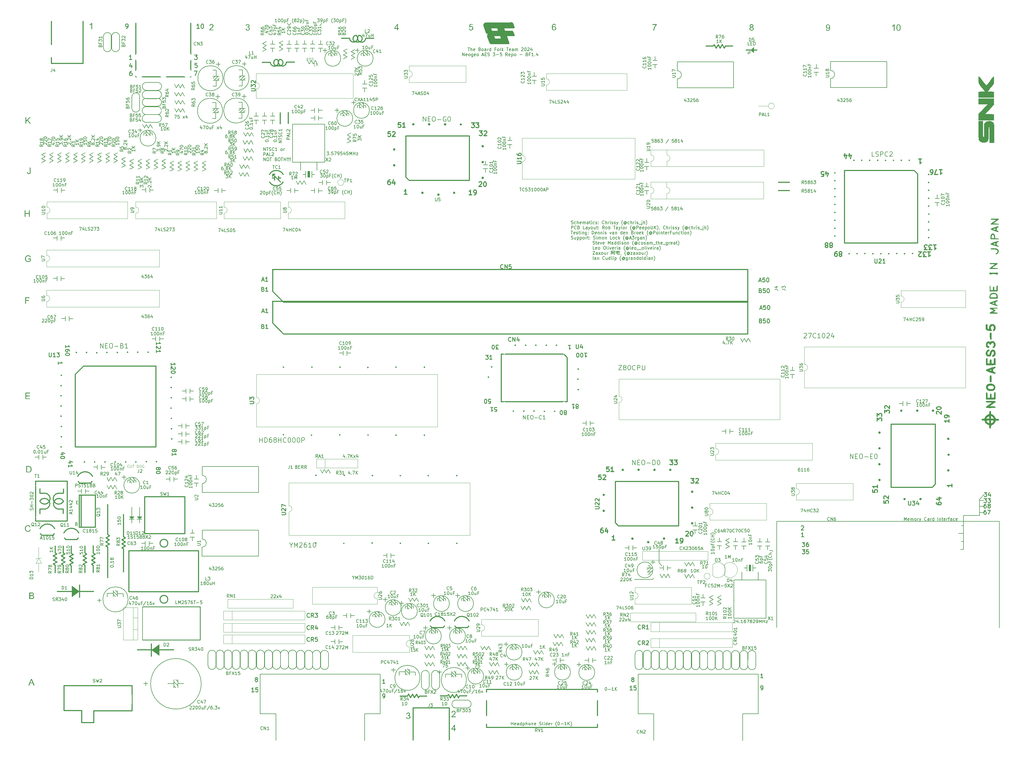
<source format=gto>
G04 #@! TF.GenerationSoftware,KiCad,Pcbnew,8.0.5*
G04 #@! TF.CreationDate,2025-05-06T19:50:55+10:00*
G04 #@! TF.ProjectId,NeoGeoAES3_5,4e656f47-656f-4414-9553-335f352e6b69,BF1.4*
G04 #@! TF.SameCoordinates,Original*
G04 #@! TF.FileFunction,Legend,Top*
G04 #@! TF.FilePolarity,Positive*
%FSLAX46Y46*%
G04 Gerber Fmt 4.6, Leading zero omitted, Abs format (unit mm)*
G04 Created by KiCad (PCBNEW 8.0.5) date 2025-05-06 19:50:55*
%MOMM*%
%LPD*%
G01*
G04 APERTURE LIST*
G04 Aperture macros list*
%AMFreePoly0*
4,1,32,0.659509,0.653079,0.695557,0.638147,0.723147,0.610557,0.738079,0.574509,0.740000,0.555000,0.740000,-0.555000,0.738079,-0.574509,0.723147,-0.610557,0.695557,-0.638147,0.659509,-0.653079,0.640000,-0.655000,0.000000,-0.655000,-0.019509,-0.653079,-0.026401,-0.650224,-0.078952,-0.650224,-0.232266,-0.612436,-0.372082,-0.539054,-0.490275,-0.434345,-0.579974,-0.304394,-0.635967,-0.156752,
-0.655000,0.000000,-0.635967,0.156752,-0.579974,0.304394,-0.490275,0.434345,-0.372082,0.539054,-0.232266,0.612436,-0.078952,0.650224,-0.026401,0.650224,-0.019509,0.653079,0.000000,0.655000,0.640000,0.655000,0.659509,0.653079,0.659509,0.653079,$1*%
%AMFreePoly1*
4,1,15,0.015923,1.446025,0.016652,1.445308,1.271606,0.187012,1.286204,0.151638,1.282612,0.143000,1.285750,0.143000,1.285750,-0.143000,-1.285750,-0.143000,-1.285750,0.143000,-1.284830,0.143000,-1.285817,0.145367,-1.271842,0.180166,-0.054775,1.444673,-0.019706,1.459991,0.015923,1.446025,0.015923,1.446025,$1*%
%AMFreePoly2*
4,1,29,0.024088,1.571714,0.059717,1.557748,0.100069,1.531579,0.100798,1.530862,0.101618,1.530048,1.356572,0.271752,1.382532,0.232788,1.397130,0.197414,1.400197,0.168526,1.405750,0.143000,1.405750,-0.143000,1.386700,-0.207877,1.335600,-0.252156,1.285750,-0.263000,-1.285750,-0.263000,-1.350627,-0.243950,-1.394906,-0.192850,-1.405750,-0.143000,-1.405750,0.143000,-1.402576,0.153806,
-1.403960,0.166394,-1.397173,0.190087,-1.383198,0.224886,-1.358301,0.263381,-0.141234,1.527888,-0.102808,1.554640,-0.067739,1.569958,-0.000661,1.578470,0.024088,1.571714,0.024088,1.571714,$1*%
%AMFreePoly3*
4,1,14,1.215375,-0.282999,1.215110,-0.282999,1.215147,-0.310774,1.192453,-0.348924,0.052453,-1.547298,-0.001897,-1.576722,-0.063161,-1.568580,-0.093585,-1.546088,-1.193585,-0.350713,-1.219333,-0.294529,-1.215375,-0.274862,-1.215375,0.282999,1.215375,0.282999,1.215375,-0.282999,1.215375,-0.282999,$1*%
%AMFreePoly4*
4,1,15,1.390750,-0.283000,1.385106,-0.283000,1.385106,-0.313902,1.362657,-0.351709,0.022657,-1.768709,-0.031605,-1.798294,-0.092894,-1.790333,-0.125254,-1.765854,-1.365254,-0.348854,-1.389590,-0.292044,-1.387533,-0.283000,-1.390750,-0.283000,-1.390750,0.283000,1.390750,0.283000,1.390750,-0.283000,1.390750,-0.283000,$1*%
%AMFreePoly5*
4,1,18,-0.011263,1.812192,0.023136,1.788199,1.363136,0.351199,1.375475,0.324736,1.388751,0.298754,1.388458,0.296894,1.389255,0.295186,1.386886,0.283000,1.390750,0.283000,1.390750,-0.283000,-1.390750,-0.283000,-1.390750,0.283000,-1.385106,0.283000,-1.385106,0.313902,-1.365710,0.348330,-0.125710,1.785330,-0.072850,1.817354,-0.011263,1.812192,-0.011263,1.812192,$1*%
G04 Aperture macros list end*
%ADD10C,0.150000*%
%ADD11C,0.300000*%
%ADD12C,0.200000*%
%ADD13C,0.375000*%
%ADD14C,0.120000*%
%ADD15C,0.260000*%
%ADD16C,0.500000*%
%ADD17C,0.280000*%
%ADD18C,0.000000*%
%ADD19C,1.400000*%
%ADD20O,1.400000X1.400000*%
%ADD21R,1.400000X1.400000*%
%ADD22C,3.000000*%
%ADD23C,1.600000*%
%ADD24O,1.600000X1.600000*%
%ADD25C,1.500000*%
%ADD26FreePoly0,180.000000*%
%ADD27FreePoly0,0.000000*%
%ADD28C,6.000000*%
%ADD29C,1.800000*%
%ADD30C,1.350000*%
%ADD31C,2.000000*%
%ADD32R,1.875396X2.889996*%
%ADD33FreePoly0,90.000000*%
%ADD34FreePoly0,270.000000*%
%ADD35O,5.900000X5.600000*%
%ADD36C,3.600000*%
%ADD37C,1.348000*%
%ADD38FreePoly1,270.000000*%
%ADD39R,0.286000X2.571500*%
%ADD40FreePoly1,90.000000*%
%ADD41FreePoly1,0.000000*%
%ADD42R,2.571500X0.286000*%
%ADD43FreePoly1,180.000000*%
%ADD44C,3.200000*%
%ADD45C,2.300000*%
%ADD46O,1.800000X1.800000*%
%ADD47O,6.000000X6.000000*%
%ADD48R,0.286000X2.280000*%
%ADD49FreePoly2,0.000000*%
%ADD50R,2.280000X0.286000*%
%ADD51C,3.500000*%
%ADD52R,4.820000X1.840000*%
%ADD53R,4.000000X1.800000*%
%ADD54R,1.800000X4.000000*%
%ADD55FreePoly3,270.000000*%
%ADD56R,0.565998X2.430750*%
%ADD57FreePoly3,90.000000*%
%ADD58C,1.905000*%
%ADD59O,2.000000X1.905000*%
%ADD60C,2.500000*%
%ADD61FreePoly4,0.000000*%
%ADD62R,2.781500X0.566000*%
%ADD63FreePoly5,0.000000*%
%ADD64FreePoly4,90.000000*%
%ADD65R,0.566000X2.781500*%
%ADD66FreePoly4,270.000000*%
%ADD67O,2.000000X2.400000*%
%ADD68O,2.400000X2.000000*%
%ADD69R,1.700000X1.200000*%
%ADD70O,1.700000X1.200000*%
%ADD71R,1.300000X1.300000*%
%ADD72O,1.300000X1.300000*%
%ADD73C,1.320000*%
%ADD74FreePoly5,270.000000*%
%ADD75FreePoly4,180.000000*%
%ADD76R,1.800000X1.275000*%
%ADD77O,1.800000X1.275000*%
%ADD78C,2.800000*%
G04 APERTURE END LIST*
D10*
X334619600Y-202285600D02*
X334619600Y-191516000D01*
X230581200Y-211759800D02*
X236296200Y-211734400D01*
X340918800Y-188671200D02*
X339674200Y-188671200D01*
X60934600Y-218389200D02*
X62103000Y-218389200D01*
X334619600Y-191516000D02*
X339674200Y-191516000D01*
X131225000Y-36540000D02*
X131835000Y-35820000D01*
X238379000Y-206527400D02*
X239268000Y-207416400D01*
X333679800Y-202285600D02*
X334619600Y-202285600D01*
X121470000Y-36480000D02*
X120860000Y-35760000D01*
X340893400Y-190576200D02*
X339674200Y-190576200D01*
X333933800Y-199720200D02*
X334619600Y-199720200D01*
X121470000Y-36480000D02*
X122080000Y-35760000D01*
X61518800Y-217805000D02*
X61518800Y-218973400D01*
X238379000Y-202031600D02*
X238379000Y-206527400D01*
X236296200Y-211734400D02*
X236728000Y-211328000D01*
X340995000Y-186766200D02*
X339674200Y-186766200D01*
D11*
X75220000Y-220450000D02*
X93400000Y-220450000D01*
X93400000Y-230920000D01*
X75220000Y-230920000D01*
X75220000Y-220450000D01*
D10*
X333959200Y-194691000D02*
X334619600Y-194691000D01*
X333019400Y-197154800D02*
X334619600Y-197154800D01*
X339674200Y-191516000D02*
X339674200Y-186461400D01*
X339674200Y-186461400D02*
X341223600Y-184810400D01*
X221532655Y-245910219D02*
X221627893Y-245910219D01*
X221627893Y-245910219D02*
X221723131Y-245957838D01*
X221723131Y-245957838D02*
X221770750Y-246005457D01*
X221770750Y-246005457D02*
X221818369Y-246100695D01*
X221818369Y-246100695D02*
X221865988Y-246291171D01*
X221865988Y-246291171D02*
X221865988Y-246529266D01*
X221865988Y-246529266D02*
X221818369Y-246719742D01*
X221818369Y-246719742D02*
X221770750Y-246814980D01*
X221770750Y-246814980D02*
X221723131Y-246862600D01*
X221723131Y-246862600D02*
X221627893Y-246910219D01*
X221627893Y-246910219D02*
X221532655Y-246910219D01*
X221532655Y-246910219D02*
X221437417Y-246862600D01*
X221437417Y-246862600D02*
X221389798Y-246814980D01*
X221389798Y-246814980D02*
X221342179Y-246719742D01*
X221342179Y-246719742D02*
X221294560Y-246529266D01*
X221294560Y-246529266D02*
X221294560Y-246291171D01*
X221294560Y-246291171D02*
X221342179Y-246100695D01*
X221342179Y-246100695D02*
X221389798Y-246005457D01*
X221389798Y-246005457D02*
X221437417Y-245957838D01*
X221437417Y-245957838D02*
X221532655Y-245910219D01*
X222294560Y-246529266D02*
X223056465Y-246529266D01*
X224056464Y-246910219D02*
X223485036Y-246910219D01*
X223770750Y-246910219D02*
X223770750Y-245910219D01*
X223770750Y-245910219D02*
X223675512Y-246053076D01*
X223675512Y-246053076D02*
X223580274Y-246148314D01*
X223580274Y-246148314D02*
X223485036Y-246195933D01*
X224485036Y-246910219D02*
X224485036Y-245910219D01*
X225056464Y-246910219D02*
X224627893Y-246338790D01*
X225056464Y-245910219D02*
X224485036Y-246481647D01*
D12*
G36*
X178326748Y-37498527D02*
G01*
X178586622Y-37476545D01*
X178608861Y-37575974D01*
X178647711Y-37668958D01*
X178707637Y-37749973D01*
X178720467Y-37762309D01*
X178805349Y-37820653D01*
X178902459Y-37852069D01*
X178973991Y-37858053D01*
X179080084Y-37844600D01*
X179175491Y-37804243D01*
X179260213Y-37736981D01*
X179275875Y-37720300D01*
X179335853Y-37635742D01*
X179376202Y-37537043D01*
X179395589Y-37437438D01*
X179399951Y-37355401D01*
X179392501Y-37252910D01*
X179366312Y-37151257D01*
X179321266Y-37064055D01*
X179280760Y-37013949D01*
X179199368Y-36948004D01*
X179103570Y-36906482D01*
X179005033Y-36889996D01*
X178969595Y-36888897D01*
X178869698Y-36899743D01*
X178772418Y-36935435D01*
X178754173Y-36945561D01*
X178672971Y-37005739D01*
X178609802Y-37080944D01*
X178602742Y-37092107D01*
X178370711Y-37061821D01*
X178565617Y-36029162D01*
X179567501Y-36029162D01*
X179567501Y-36263635D01*
X178763454Y-36263635D01*
X178655010Y-36804877D01*
X178746937Y-36752732D01*
X178841001Y-36715484D01*
X178937202Y-36693136D01*
X179035540Y-36685687D01*
X179146995Y-36694476D01*
X179250548Y-36720843D01*
X179346201Y-36764787D01*
X179433954Y-36826310D01*
X179480551Y-36869357D01*
X179551356Y-36954549D01*
X179604771Y-37049838D01*
X179640795Y-37155225D01*
X179657831Y-37253593D01*
X179662267Y-37341235D01*
X179656669Y-37441556D01*
X179635986Y-37551955D01*
X179600062Y-37655201D01*
X179548898Y-37751295D01*
X179503021Y-37815554D01*
X179425335Y-37899057D01*
X179337722Y-37965283D01*
X179240183Y-38014232D01*
X179132718Y-38045906D01*
X179035582Y-38059103D01*
X178973991Y-38061263D01*
X178874414Y-38055853D01*
X178767228Y-38035868D01*
X178669718Y-38001156D01*
X178581885Y-37951718D01*
X178525073Y-37907390D01*
X178456311Y-37835065D01*
X178401761Y-37753156D01*
X178361422Y-37661664D01*
X178335296Y-37560588D01*
X178326748Y-37498527D01*
G37*
G36*
X38691088Y-82899218D02*
G01*
X38931423Y-82866001D01*
X38940491Y-82969499D01*
X38963589Y-83073970D01*
X39008560Y-83162813D01*
X39017885Y-83173747D01*
X39103122Y-83233353D01*
X39205918Y-83256060D01*
X39230865Y-83256789D01*
X39329924Y-83243692D01*
X39404277Y-83210383D01*
X39477512Y-83139400D01*
X39504417Y-83084354D01*
X39524052Y-82988427D01*
X39531104Y-82881700D01*
X39531772Y-82829364D01*
X39531772Y-81427899D01*
X39798485Y-81427899D01*
X39798485Y-82810314D01*
X39795563Y-82916188D01*
X39785069Y-83023792D01*
X39764139Y-83127768D01*
X39737424Y-83205010D01*
X39686960Y-83293208D01*
X39619526Y-83365706D01*
X39543496Y-83417990D01*
X39447001Y-83459707D01*
X39349762Y-83482604D01*
X39243459Y-83491191D01*
X39232330Y-83491263D01*
X39122245Y-83484133D01*
X39024081Y-83462745D01*
X38926491Y-83420842D01*
X38844471Y-83360316D01*
X38826399Y-83342274D01*
X38765185Y-83258713D01*
X38722229Y-83157016D01*
X38699619Y-83053155D01*
X38691364Y-82953081D01*
X38691088Y-82899218D01*
G37*
G36*
X38122749Y-154720000D02*
G01*
X38122749Y-152687899D01*
X39578925Y-152687899D01*
X39578925Y-152922372D01*
X38388974Y-152922372D01*
X38388974Y-153563265D01*
X39503210Y-153563265D01*
X39503210Y-153797739D01*
X38388974Y-153797739D01*
X38388974Y-154485526D01*
X39625819Y-154485526D01*
X39625819Y-154720000D01*
X38122749Y-154720000D01*
G37*
D10*
X210639160Y-99232592D02*
X210782017Y-99280211D01*
X210782017Y-99280211D02*
X211020112Y-99280211D01*
X211020112Y-99280211D02*
X211115350Y-99232592D01*
X211115350Y-99232592D02*
X211162969Y-99184972D01*
X211162969Y-99184972D02*
X211210588Y-99089734D01*
X211210588Y-99089734D02*
X211210588Y-98994496D01*
X211210588Y-98994496D02*
X211162969Y-98899258D01*
X211162969Y-98899258D02*
X211115350Y-98851639D01*
X211115350Y-98851639D02*
X211020112Y-98804020D01*
X211020112Y-98804020D02*
X210829636Y-98756401D01*
X210829636Y-98756401D02*
X210734398Y-98708782D01*
X210734398Y-98708782D02*
X210686779Y-98661163D01*
X210686779Y-98661163D02*
X210639160Y-98565925D01*
X210639160Y-98565925D02*
X210639160Y-98470687D01*
X210639160Y-98470687D02*
X210686779Y-98375449D01*
X210686779Y-98375449D02*
X210734398Y-98327830D01*
X210734398Y-98327830D02*
X210829636Y-98280211D01*
X210829636Y-98280211D02*
X211067731Y-98280211D01*
X211067731Y-98280211D02*
X211210588Y-98327830D01*
X212067731Y-99232592D02*
X211972493Y-99280211D01*
X211972493Y-99280211D02*
X211782017Y-99280211D01*
X211782017Y-99280211D02*
X211686779Y-99232592D01*
X211686779Y-99232592D02*
X211639160Y-99184972D01*
X211639160Y-99184972D02*
X211591541Y-99089734D01*
X211591541Y-99089734D02*
X211591541Y-98804020D01*
X211591541Y-98804020D02*
X211639160Y-98708782D01*
X211639160Y-98708782D02*
X211686779Y-98661163D01*
X211686779Y-98661163D02*
X211782017Y-98613544D01*
X211782017Y-98613544D02*
X211972493Y-98613544D01*
X211972493Y-98613544D02*
X212067731Y-98661163D01*
X212496303Y-99280211D02*
X212496303Y-98280211D01*
X212924874Y-99280211D02*
X212924874Y-98756401D01*
X212924874Y-98756401D02*
X212877255Y-98661163D01*
X212877255Y-98661163D02*
X212782017Y-98613544D01*
X212782017Y-98613544D02*
X212639160Y-98613544D01*
X212639160Y-98613544D02*
X212543922Y-98661163D01*
X212543922Y-98661163D02*
X212496303Y-98708782D01*
X213782017Y-99232592D02*
X213686779Y-99280211D01*
X213686779Y-99280211D02*
X213496303Y-99280211D01*
X213496303Y-99280211D02*
X213401065Y-99232592D01*
X213401065Y-99232592D02*
X213353446Y-99137353D01*
X213353446Y-99137353D02*
X213353446Y-98756401D01*
X213353446Y-98756401D02*
X213401065Y-98661163D01*
X213401065Y-98661163D02*
X213496303Y-98613544D01*
X213496303Y-98613544D02*
X213686779Y-98613544D01*
X213686779Y-98613544D02*
X213782017Y-98661163D01*
X213782017Y-98661163D02*
X213829636Y-98756401D01*
X213829636Y-98756401D02*
X213829636Y-98851639D01*
X213829636Y-98851639D02*
X213353446Y-98946877D01*
X214258208Y-99280211D02*
X214258208Y-98613544D01*
X214258208Y-98708782D02*
X214305827Y-98661163D01*
X214305827Y-98661163D02*
X214401065Y-98613544D01*
X214401065Y-98613544D02*
X214543922Y-98613544D01*
X214543922Y-98613544D02*
X214639160Y-98661163D01*
X214639160Y-98661163D02*
X214686779Y-98756401D01*
X214686779Y-98756401D02*
X214686779Y-99280211D01*
X214686779Y-98756401D02*
X214734398Y-98661163D01*
X214734398Y-98661163D02*
X214829636Y-98613544D01*
X214829636Y-98613544D02*
X214972493Y-98613544D01*
X214972493Y-98613544D02*
X215067732Y-98661163D01*
X215067732Y-98661163D02*
X215115351Y-98756401D01*
X215115351Y-98756401D02*
X215115351Y-99280211D01*
X216020112Y-99280211D02*
X216020112Y-98756401D01*
X216020112Y-98756401D02*
X215972493Y-98661163D01*
X215972493Y-98661163D02*
X215877255Y-98613544D01*
X215877255Y-98613544D02*
X215686779Y-98613544D01*
X215686779Y-98613544D02*
X215591541Y-98661163D01*
X216020112Y-99232592D02*
X215924874Y-99280211D01*
X215924874Y-99280211D02*
X215686779Y-99280211D01*
X215686779Y-99280211D02*
X215591541Y-99232592D01*
X215591541Y-99232592D02*
X215543922Y-99137353D01*
X215543922Y-99137353D02*
X215543922Y-99042115D01*
X215543922Y-99042115D02*
X215591541Y-98946877D01*
X215591541Y-98946877D02*
X215686779Y-98899258D01*
X215686779Y-98899258D02*
X215924874Y-98899258D01*
X215924874Y-98899258D02*
X216020112Y-98851639D01*
X216353446Y-98613544D02*
X216734398Y-98613544D01*
X216496303Y-98280211D02*
X216496303Y-99137353D01*
X216496303Y-99137353D02*
X216543922Y-99232592D01*
X216543922Y-99232592D02*
X216639160Y-99280211D01*
X216639160Y-99280211D02*
X216734398Y-99280211D01*
X217067732Y-99280211D02*
X217067732Y-98613544D01*
X217067732Y-98280211D02*
X217020113Y-98327830D01*
X217020113Y-98327830D02*
X217067732Y-98375449D01*
X217067732Y-98375449D02*
X217115351Y-98327830D01*
X217115351Y-98327830D02*
X217067732Y-98280211D01*
X217067732Y-98280211D02*
X217067732Y-98375449D01*
X217972493Y-99232592D02*
X217877255Y-99280211D01*
X217877255Y-99280211D02*
X217686779Y-99280211D01*
X217686779Y-99280211D02*
X217591541Y-99232592D01*
X217591541Y-99232592D02*
X217543922Y-99184972D01*
X217543922Y-99184972D02*
X217496303Y-99089734D01*
X217496303Y-99089734D02*
X217496303Y-98804020D01*
X217496303Y-98804020D02*
X217543922Y-98708782D01*
X217543922Y-98708782D02*
X217591541Y-98661163D01*
X217591541Y-98661163D02*
X217686779Y-98613544D01*
X217686779Y-98613544D02*
X217877255Y-98613544D01*
X217877255Y-98613544D02*
X217972493Y-98661163D01*
X218353446Y-99232592D02*
X218448684Y-99280211D01*
X218448684Y-99280211D02*
X218639160Y-99280211D01*
X218639160Y-99280211D02*
X218734398Y-99232592D01*
X218734398Y-99232592D02*
X218782017Y-99137353D01*
X218782017Y-99137353D02*
X218782017Y-99089734D01*
X218782017Y-99089734D02*
X218734398Y-98994496D01*
X218734398Y-98994496D02*
X218639160Y-98946877D01*
X218639160Y-98946877D02*
X218496303Y-98946877D01*
X218496303Y-98946877D02*
X218401065Y-98899258D01*
X218401065Y-98899258D02*
X218353446Y-98804020D01*
X218353446Y-98804020D02*
X218353446Y-98756401D01*
X218353446Y-98756401D02*
X218401065Y-98661163D01*
X218401065Y-98661163D02*
X218496303Y-98613544D01*
X218496303Y-98613544D02*
X218639160Y-98613544D01*
X218639160Y-98613544D02*
X218734398Y-98661163D01*
X219210589Y-99184972D02*
X219258208Y-99232592D01*
X219258208Y-99232592D02*
X219210589Y-99280211D01*
X219210589Y-99280211D02*
X219162970Y-99232592D01*
X219162970Y-99232592D02*
X219210589Y-99184972D01*
X219210589Y-99184972D02*
X219210589Y-99280211D01*
X219210589Y-98661163D02*
X219258208Y-98708782D01*
X219258208Y-98708782D02*
X219210589Y-98756401D01*
X219210589Y-98756401D02*
X219162970Y-98708782D01*
X219162970Y-98708782D02*
X219210589Y-98661163D01*
X219210589Y-98661163D02*
X219210589Y-98756401D01*
X221020112Y-99184972D02*
X220972493Y-99232592D01*
X220972493Y-99232592D02*
X220829636Y-99280211D01*
X220829636Y-99280211D02*
X220734398Y-99280211D01*
X220734398Y-99280211D02*
X220591541Y-99232592D01*
X220591541Y-99232592D02*
X220496303Y-99137353D01*
X220496303Y-99137353D02*
X220448684Y-99042115D01*
X220448684Y-99042115D02*
X220401065Y-98851639D01*
X220401065Y-98851639D02*
X220401065Y-98708782D01*
X220401065Y-98708782D02*
X220448684Y-98518306D01*
X220448684Y-98518306D02*
X220496303Y-98423068D01*
X220496303Y-98423068D02*
X220591541Y-98327830D01*
X220591541Y-98327830D02*
X220734398Y-98280211D01*
X220734398Y-98280211D02*
X220829636Y-98280211D01*
X220829636Y-98280211D02*
X220972493Y-98327830D01*
X220972493Y-98327830D02*
X221020112Y-98375449D01*
X221448684Y-99280211D02*
X221448684Y-98280211D01*
X221877255Y-99280211D02*
X221877255Y-98756401D01*
X221877255Y-98756401D02*
X221829636Y-98661163D01*
X221829636Y-98661163D02*
X221734398Y-98613544D01*
X221734398Y-98613544D02*
X221591541Y-98613544D01*
X221591541Y-98613544D02*
X221496303Y-98661163D01*
X221496303Y-98661163D02*
X221448684Y-98708782D01*
X222353446Y-99280211D02*
X222353446Y-98613544D01*
X222353446Y-98804020D02*
X222401065Y-98708782D01*
X222401065Y-98708782D02*
X222448684Y-98661163D01*
X222448684Y-98661163D02*
X222543922Y-98613544D01*
X222543922Y-98613544D02*
X222639160Y-98613544D01*
X222972494Y-99280211D02*
X222972494Y-98613544D01*
X222972494Y-98280211D02*
X222924875Y-98327830D01*
X222924875Y-98327830D02*
X222972494Y-98375449D01*
X222972494Y-98375449D02*
X223020113Y-98327830D01*
X223020113Y-98327830D02*
X222972494Y-98280211D01*
X222972494Y-98280211D02*
X222972494Y-98375449D01*
X223401065Y-99232592D02*
X223496303Y-99280211D01*
X223496303Y-99280211D02*
X223686779Y-99280211D01*
X223686779Y-99280211D02*
X223782017Y-99232592D01*
X223782017Y-99232592D02*
X223829636Y-99137353D01*
X223829636Y-99137353D02*
X223829636Y-99089734D01*
X223829636Y-99089734D02*
X223782017Y-98994496D01*
X223782017Y-98994496D02*
X223686779Y-98946877D01*
X223686779Y-98946877D02*
X223543922Y-98946877D01*
X223543922Y-98946877D02*
X223448684Y-98899258D01*
X223448684Y-98899258D02*
X223401065Y-98804020D01*
X223401065Y-98804020D02*
X223401065Y-98756401D01*
X223401065Y-98756401D02*
X223448684Y-98661163D01*
X223448684Y-98661163D02*
X223543922Y-98613544D01*
X223543922Y-98613544D02*
X223686779Y-98613544D01*
X223686779Y-98613544D02*
X223782017Y-98661163D01*
X224210589Y-99232592D02*
X224305827Y-99280211D01*
X224305827Y-99280211D02*
X224496303Y-99280211D01*
X224496303Y-99280211D02*
X224591541Y-99232592D01*
X224591541Y-99232592D02*
X224639160Y-99137353D01*
X224639160Y-99137353D02*
X224639160Y-99089734D01*
X224639160Y-99089734D02*
X224591541Y-98994496D01*
X224591541Y-98994496D02*
X224496303Y-98946877D01*
X224496303Y-98946877D02*
X224353446Y-98946877D01*
X224353446Y-98946877D02*
X224258208Y-98899258D01*
X224258208Y-98899258D02*
X224210589Y-98804020D01*
X224210589Y-98804020D02*
X224210589Y-98756401D01*
X224210589Y-98756401D02*
X224258208Y-98661163D01*
X224258208Y-98661163D02*
X224353446Y-98613544D01*
X224353446Y-98613544D02*
X224496303Y-98613544D01*
X224496303Y-98613544D02*
X224591541Y-98661163D01*
X224972494Y-98613544D02*
X225210589Y-99280211D01*
X225448684Y-98613544D02*
X225210589Y-99280211D01*
X225210589Y-99280211D02*
X225115351Y-99518306D01*
X225115351Y-99518306D02*
X225067732Y-99565925D01*
X225067732Y-99565925D02*
X224972494Y-99613544D01*
X226877256Y-99661163D02*
X226829637Y-99613544D01*
X226829637Y-99613544D02*
X226734399Y-99470687D01*
X226734399Y-99470687D02*
X226686780Y-99375449D01*
X226686780Y-99375449D02*
X226639161Y-99232592D01*
X226639161Y-99232592D02*
X226591542Y-98994496D01*
X226591542Y-98994496D02*
X226591542Y-98804020D01*
X226591542Y-98804020D02*
X226639161Y-98565925D01*
X226639161Y-98565925D02*
X226686780Y-98423068D01*
X226686780Y-98423068D02*
X226734399Y-98327830D01*
X226734399Y-98327830D02*
X226829637Y-98184972D01*
X226829637Y-98184972D02*
X226877256Y-98137353D01*
X227877256Y-98804020D02*
X227829637Y-98756401D01*
X227829637Y-98756401D02*
X227734399Y-98708782D01*
X227734399Y-98708782D02*
X227639161Y-98708782D01*
X227639161Y-98708782D02*
X227543923Y-98756401D01*
X227543923Y-98756401D02*
X227496304Y-98804020D01*
X227496304Y-98804020D02*
X227448685Y-98899258D01*
X227448685Y-98899258D02*
X227448685Y-98994496D01*
X227448685Y-98994496D02*
X227496304Y-99089734D01*
X227496304Y-99089734D02*
X227543923Y-99137353D01*
X227543923Y-99137353D02*
X227639161Y-99184972D01*
X227639161Y-99184972D02*
X227734399Y-99184972D01*
X227734399Y-99184972D02*
X227829637Y-99137353D01*
X227829637Y-99137353D02*
X227877256Y-99089734D01*
X227877256Y-98708782D02*
X227877256Y-99089734D01*
X227877256Y-99089734D02*
X227924875Y-99137353D01*
X227924875Y-99137353D02*
X227972494Y-99137353D01*
X227972494Y-99137353D02*
X228067733Y-99089734D01*
X228067733Y-99089734D02*
X228115352Y-98994496D01*
X228115352Y-98994496D02*
X228115352Y-98756401D01*
X228115352Y-98756401D02*
X228020114Y-98613544D01*
X228020114Y-98613544D02*
X227877256Y-98518306D01*
X227877256Y-98518306D02*
X227686780Y-98470687D01*
X227686780Y-98470687D02*
X227496304Y-98518306D01*
X227496304Y-98518306D02*
X227353447Y-98613544D01*
X227353447Y-98613544D02*
X227258209Y-98756401D01*
X227258209Y-98756401D02*
X227210590Y-98946877D01*
X227210590Y-98946877D02*
X227258209Y-99137353D01*
X227258209Y-99137353D02*
X227353447Y-99280211D01*
X227353447Y-99280211D02*
X227496304Y-99375449D01*
X227496304Y-99375449D02*
X227686780Y-99423068D01*
X227686780Y-99423068D02*
X227877256Y-99375449D01*
X227877256Y-99375449D02*
X228020114Y-99280211D01*
X228972494Y-99232592D02*
X228877256Y-99280211D01*
X228877256Y-99280211D02*
X228686780Y-99280211D01*
X228686780Y-99280211D02*
X228591542Y-99232592D01*
X228591542Y-99232592D02*
X228543923Y-99184972D01*
X228543923Y-99184972D02*
X228496304Y-99089734D01*
X228496304Y-99089734D02*
X228496304Y-98804020D01*
X228496304Y-98804020D02*
X228543923Y-98708782D01*
X228543923Y-98708782D02*
X228591542Y-98661163D01*
X228591542Y-98661163D02*
X228686780Y-98613544D01*
X228686780Y-98613544D02*
X228877256Y-98613544D01*
X228877256Y-98613544D02*
X228972494Y-98661163D01*
X229401066Y-99280211D02*
X229401066Y-98280211D01*
X229829637Y-99280211D02*
X229829637Y-98756401D01*
X229829637Y-98756401D02*
X229782018Y-98661163D01*
X229782018Y-98661163D02*
X229686780Y-98613544D01*
X229686780Y-98613544D02*
X229543923Y-98613544D01*
X229543923Y-98613544D02*
X229448685Y-98661163D01*
X229448685Y-98661163D02*
X229401066Y-98708782D01*
X230305828Y-99280211D02*
X230305828Y-98613544D01*
X230305828Y-98804020D02*
X230353447Y-98708782D01*
X230353447Y-98708782D02*
X230401066Y-98661163D01*
X230401066Y-98661163D02*
X230496304Y-98613544D01*
X230496304Y-98613544D02*
X230591542Y-98613544D01*
X230924876Y-99280211D02*
X230924876Y-98613544D01*
X230924876Y-98280211D02*
X230877257Y-98327830D01*
X230877257Y-98327830D02*
X230924876Y-98375449D01*
X230924876Y-98375449D02*
X230972495Y-98327830D01*
X230972495Y-98327830D02*
X230924876Y-98280211D01*
X230924876Y-98280211D02*
X230924876Y-98375449D01*
X231353447Y-99232592D02*
X231448685Y-99280211D01*
X231448685Y-99280211D02*
X231639161Y-99280211D01*
X231639161Y-99280211D02*
X231734399Y-99232592D01*
X231734399Y-99232592D02*
X231782018Y-99137353D01*
X231782018Y-99137353D02*
X231782018Y-99089734D01*
X231782018Y-99089734D02*
X231734399Y-98994496D01*
X231734399Y-98994496D02*
X231639161Y-98946877D01*
X231639161Y-98946877D02*
X231496304Y-98946877D01*
X231496304Y-98946877D02*
X231401066Y-98899258D01*
X231401066Y-98899258D02*
X231353447Y-98804020D01*
X231353447Y-98804020D02*
X231353447Y-98756401D01*
X231353447Y-98756401D02*
X231401066Y-98661163D01*
X231401066Y-98661163D02*
X231496304Y-98613544D01*
X231496304Y-98613544D02*
X231639161Y-98613544D01*
X231639161Y-98613544D02*
X231734399Y-98661163D01*
X231972495Y-99375449D02*
X232734399Y-99375449D01*
X232972495Y-98613544D02*
X232972495Y-99470687D01*
X232972495Y-99470687D02*
X232924876Y-99565925D01*
X232924876Y-99565925D02*
X232829638Y-99613544D01*
X232829638Y-99613544D02*
X232782019Y-99613544D01*
X232972495Y-98280211D02*
X232924876Y-98327830D01*
X232924876Y-98327830D02*
X232972495Y-98375449D01*
X232972495Y-98375449D02*
X233020114Y-98327830D01*
X233020114Y-98327830D02*
X232972495Y-98280211D01*
X232972495Y-98280211D02*
X232972495Y-98375449D01*
X233448685Y-99280211D02*
X233448685Y-98280211D01*
X233877256Y-99280211D02*
X233877256Y-98756401D01*
X233877256Y-98756401D02*
X233829637Y-98661163D01*
X233829637Y-98661163D02*
X233734399Y-98613544D01*
X233734399Y-98613544D02*
X233591542Y-98613544D01*
X233591542Y-98613544D02*
X233496304Y-98661163D01*
X233496304Y-98661163D02*
X233448685Y-98708782D01*
X234258209Y-99661163D02*
X234305828Y-99613544D01*
X234305828Y-99613544D02*
X234401066Y-99470687D01*
X234401066Y-99470687D02*
X234448685Y-99375449D01*
X234448685Y-99375449D02*
X234496304Y-99232592D01*
X234496304Y-99232592D02*
X234543923Y-98994496D01*
X234543923Y-98994496D02*
X234543923Y-98804020D01*
X234543923Y-98804020D02*
X234496304Y-98565925D01*
X234496304Y-98565925D02*
X234448685Y-98423068D01*
X234448685Y-98423068D02*
X234401066Y-98327830D01*
X234401066Y-98327830D02*
X234305828Y-98184972D01*
X234305828Y-98184972D02*
X234258209Y-98137353D01*
X210686779Y-100890155D02*
X210686779Y-99890155D01*
X210686779Y-99890155D02*
X211067731Y-99890155D01*
X211067731Y-99890155D02*
X211162969Y-99937774D01*
X211162969Y-99937774D02*
X211210588Y-99985393D01*
X211210588Y-99985393D02*
X211258207Y-100080631D01*
X211258207Y-100080631D02*
X211258207Y-100223488D01*
X211258207Y-100223488D02*
X211210588Y-100318726D01*
X211210588Y-100318726D02*
X211162969Y-100366345D01*
X211162969Y-100366345D02*
X211067731Y-100413964D01*
X211067731Y-100413964D02*
X210686779Y-100413964D01*
X212258207Y-100794916D02*
X212210588Y-100842536D01*
X212210588Y-100842536D02*
X212067731Y-100890155D01*
X212067731Y-100890155D02*
X211972493Y-100890155D01*
X211972493Y-100890155D02*
X211829636Y-100842536D01*
X211829636Y-100842536D02*
X211734398Y-100747297D01*
X211734398Y-100747297D02*
X211686779Y-100652059D01*
X211686779Y-100652059D02*
X211639160Y-100461583D01*
X211639160Y-100461583D02*
X211639160Y-100318726D01*
X211639160Y-100318726D02*
X211686779Y-100128250D01*
X211686779Y-100128250D02*
X211734398Y-100033012D01*
X211734398Y-100033012D02*
X211829636Y-99937774D01*
X211829636Y-99937774D02*
X211972493Y-99890155D01*
X211972493Y-99890155D02*
X212067731Y-99890155D01*
X212067731Y-99890155D02*
X212210588Y-99937774D01*
X212210588Y-99937774D02*
X212258207Y-99985393D01*
X213020112Y-100366345D02*
X213162969Y-100413964D01*
X213162969Y-100413964D02*
X213210588Y-100461583D01*
X213210588Y-100461583D02*
X213258207Y-100556821D01*
X213258207Y-100556821D02*
X213258207Y-100699678D01*
X213258207Y-100699678D02*
X213210588Y-100794916D01*
X213210588Y-100794916D02*
X213162969Y-100842536D01*
X213162969Y-100842536D02*
X213067731Y-100890155D01*
X213067731Y-100890155D02*
X212686779Y-100890155D01*
X212686779Y-100890155D02*
X212686779Y-99890155D01*
X212686779Y-99890155D02*
X213020112Y-99890155D01*
X213020112Y-99890155D02*
X213115350Y-99937774D01*
X213115350Y-99937774D02*
X213162969Y-99985393D01*
X213162969Y-99985393D02*
X213210588Y-100080631D01*
X213210588Y-100080631D02*
X213210588Y-100175869D01*
X213210588Y-100175869D02*
X213162969Y-100271107D01*
X213162969Y-100271107D02*
X213115350Y-100318726D01*
X213115350Y-100318726D02*
X213020112Y-100366345D01*
X213020112Y-100366345D02*
X212686779Y-100366345D01*
X214924874Y-100890155D02*
X214448684Y-100890155D01*
X214448684Y-100890155D02*
X214448684Y-99890155D01*
X215686779Y-100890155D02*
X215686779Y-100366345D01*
X215686779Y-100366345D02*
X215639160Y-100271107D01*
X215639160Y-100271107D02*
X215543922Y-100223488D01*
X215543922Y-100223488D02*
X215353446Y-100223488D01*
X215353446Y-100223488D02*
X215258208Y-100271107D01*
X215686779Y-100842536D02*
X215591541Y-100890155D01*
X215591541Y-100890155D02*
X215353446Y-100890155D01*
X215353446Y-100890155D02*
X215258208Y-100842536D01*
X215258208Y-100842536D02*
X215210589Y-100747297D01*
X215210589Y-100747297D02*
X215210589Y-100652059D01*
X215210589Y-100652059D02*
X215258208Y-100556821D01*
X215258208Y-100556821D02*
X215353446Y-100509202D01*
X215353446Y-100509202D02*
X215591541Y-100509202D01*
X215591541Y-100509202D02*
X215686779Y-100461583D01*
X216067732Y-100223488D02*
X216305827Y-100890155D01*
X216543922Y-100223488D02*
X216305827Y-100890155D01*
X216305827Y-100890155D02*
X216210589Y-101128250D01*
X216210589Y-101128250D02*
X216162970Y-101175869D01*
X216162970Y-101175869D02*
X216067732Y-101223488D01*
X217067732Y-100890155D02*
X216972494Y-100842536D01*
X216972494Y-100842536D02*
X216924875Y-100794916D01*
X216924875Y-100794916D02*
X216877256Y-100699678D01*
X216877256Y-100699678D02*
X216877256Y-100413964D01*
X216877256Y-100413964D02*
X216924875Y-100318726D01*
X216924875Y-100318726D02*
X216972494Y-100271107D01*
X216972494Y-100271107D02*
X217067732Y-100223488D01*
X217067732Y-100223488D02*
X217210589Y-100223488D01*
X217210589Y-100223488D02*
X217305827Y-100271107D01*
X217305827Y-100271107D02*
X217353446Y-100318726D01*
X217353446Y-100318726D02*
X217401065Y-100413964D01*
X217401065Y-100413964D02*
X217401065Y-100699678D01*
X217401065Y-100699678D02*
X217353446Y-100794916D01*
X217353446Y-100794916D02*
X217305827Y-100842536D01*
X217305827Y-100842536D02*
X217210589Y-100890155D01*
X217210589Y-100890155D02*
X217067732Y-100890155D01*
X218258208Y-100223488D02*
X218258208Y-100890155D01*
X217829637Y-100223488D02*
X217829637Y-100747297D01*
X217829637Y-100747297D02*
X217877256Y-100842536D01*
X217877256Y-100842536D02*
X217972494Y-100890155D01*
X217972494Y-100890155D02*
X218115351Y-100890155D01*
X218115351Y-100890155D02*
X218210589Y-100842536D01*
X218210589Y-100842536D02*
X218258208Y-100794916D01*
X218591542Y-100223488D02*
X218972494Y-100223488D01*
X218734399Y-99890155D02*
X218734399Y-100747297D01*
X218734399Y-100747297D02*
X218782018Y-100842536D01*
X218782018Y-100842536D02*
X218877256Y-100890155D01*
X218877256Y-100890155D02*
X218972494Y-100890155D01*
X219305828Y-100794916D02*
X219353447Y-100842536D01*
X219353447Y-100842536D02*
X219305828Y-100890155D01*
X219305828Y-100890155D02*
X219258209Y-100842536D01*
X219258209Y-100842536D02*
X219305828Y-100794916D01*
X219305828Y-100794916D02*
X219305828Y-100890155D01*
X219305828Y-100271107D02*
X219353447Y-100318726D01*
X219353447Y-100318726D02*
X219305828Y-100366345D01*
X219305828Y-100366345D02*
X219258209Y-100318726D01*
X219258209Y-100318726D02*
X219305828Y-100271107D01*
X219305828Y-100271107D02*
X219305828Y-100366345D01*
X221115351Y-100890155D02*
X220782018Y-100413964D01*
X220543923Y-100890155D02*
X220543923Y-99890155D01*
X220543923Y-99890155D02*
X220924875Y-99890155D01*
X220924875Y-99890155D02*
X221020113Y-99937774D01*
X221020113Y-99937774D02*
X221067732Y-99985393D01*
X221067732Y-99985393D02*
X221115351Y-100080631D01*
X221115351Y-100080631D02*
X221115351Y-100223488D01*
X221115351Y-100223488D02*
X221067732Y-100318726D01*
X221067732Y-100318726D02*
X221020113Y-100366345D01*
X221020113Y-100366345D02*
X220924875Y-100413964D01*
X220924875Y-100413964D02*
X220543923Y-100413964D01*
X221686780Y-100890155D02*
X221591542Y-100842536D01*
X221591542Y-100842536D02*
X221543923Y-100794916D01*
X221543923Y-100794916D02*
X221496304Y-100699678D01*
X221496304Y-100699678D02*
X221496304Y-100413964D01*
X221496304Y-100413964D02*
X221543923Y-100318726D01*
X221543923Y-100318726D02*
X221591542Y-100271107D01*
X221591542Y-100271107D02*
X221686780Y-100223488D01*
X221686780Y-100223488D02*
X221829637Y-100223488D01*
X221829637Y-100223488D02*
X221924875Y-100271107D01*
X221924875Y-100271107D02*
X221972494Y-100318726D01*
X221972494Y-100318726D02*
X222020113Y-100413964D01*
X222020113Y-100413964D02*
X222020113Y-100699678D01*
X222020113Y-100699678D02*
X221972494Y-100794916D01*
X221972494Y-100794916D02*
X221924875Y-100842536D01*
X221924875Y-100842536D02*
X221829637Y-100890155D01*
X221829637Y-100890155D02*
X221686780Y-100890155D01*
X222448685Y-100890155D02*
X222448685Y-99890155D01*
X222448685Y-100271107D02*
X222543923Y-100223488D01*
X222543923Y-100223488D02*
X222734399Y-100223488D01*
X222734399Y-100223488D02*
X222829637Y-100271107D01*
X222829637Y-100271107D02*
X222877256Y-100318726D01*
X222877256Y-100318726D02*
X222924875Y-100413964D01*
X222924875Y-100413964D02*
X222924875Y-100699678D01*
X222924875Y-100699678D02*
X222877256Y-100794916D01*
X222877256Y-100794916D02*
X222829637Y-100842536D01*
X222829637Y-100842536D02*
X222734399Y-100890155D01*
X222734399Y-100890155D02*
X222543923Y-100890155D01*
X222543923Y-100890155D02*
X222448685Y-100842536D01*
X223972495Y-99890155D02*
X224543923Y-99890155D01*
X224258209Y-100890155D02*
X224258209Y-99890155D01*
X225305828Y-100890155D02*
X225305828Y-100366345D01*
X225305828Y-100366345D02*
X225258209Y-100271107D01*
X225258209Y-100271107D02*
X225162971Y-100223488D01*
X225162971Y-100223488D02*
X224972495Y-100223488D01*
X224972495Y-100223488D02*
X224877257Y-100271107D01*
X225305828Y-100842536D02*
X225210590Y-100890155D01*
X225210590Y-100890155D02*
X224972495Y-100890155D01*
X224972495Y-100890155D02*
X224877257Y-100842536D01*
X224877257Y-100842536D02*
X224829638Y-100747297D01*
X224829638Y-100747297D02*
X224829638Y-100652059D01*
X224829638Y-100652059D02*
X224877257Y-100556821D01*
X224877257Y-100556821D02*
X224972495Y-100509202D01*
X224972495Y-100509202D02*
X225210590Y-100509202D01*
X225210590Y-100509202D02*
X225305828Y-100461583D01*
X225686781Y-100223488D02*
X225924876Y-100890155D01*
X226162971Y-100223488D02*
X225924876Y-100890155D01*
X225924876Y-100890155D02*
X225829638Y-101128250D01*
X225829638Y-101128250D02*
X225782019Y-101175869D01*
X225782019Y-101175869D02*
X225686781Y-101223488D01*
X226686781Y-100890155D02*
X226591543Y-100842536D01*
X226591543Y-100842536D02*
X226543924Y-100747297D01*
X226543924Y-100747297D02*
X226543924Y-99890155D01*
X227210591Y-100890155D02*
X227115353Y-100842536D01*
X227115353Y-100842536D02*
X227067734Y-100794916D01*
X227067734Y-100794916D02*
X227020115Y-100699678D01*
X227020115Y-100699678D02*
X227020115Y-100413964D01*
X227020115Y-100413964D02*
X227067734Y-100318726D01*
X227067734Y-100318726D02*
X227115353Y-100271107D01*
X227115353Y-100271107D02*
X227210591Y-100223488D01*
X227210591Y-100223488D02*
X227353448Y-100223488D01*
X227353448Y-100223488D02*
X227448686Y-100271107D01*
X227448686Y-100271107D02*
X227496305Y-100318726D01*
X227496305Y-100318726D02*
X227543924Y-100413964D01*
X227543924Y-100413964D02*
X227543924Y-100699678D01*
X227543924Y-100699678D02*
X227496305Y-100794916D01*
X227496305Y-100794916D02*
X227448686Y-100842536D01*
X227448686Y-100842536D02*
X227353448Y-100890155D01*
X227353448Y-100890155D02*
X227210591Y-100890155D01*
X227972496Y-100890155D02*
X227972496Y-100223488D01*
X227972496Y-100413964D02*
X228020115Y-100318726D01*
X228020115Y-100318726D02*
X228067734Y-100271107D01*
X228067734Y-100271107D02*
X228162972Y-100223488D01*
X228162972Y-100223488D02*
X228258210Y-100223488D01*
X229639163Y-101271107D02*
X229591544Y-101223488D01*
X229591544Y-101223488D02*
X229496306Y-101080631D01*
X229496306Y-101080631D02*
X229448687Y-100985393D01*
X229448687Y-100985393D02*
X229401068Y-100842536D01*
X229401068Y-100842536D02*
X229353449Y-100604440D01*
X229353449Y-100604440D02*
X229353449Y-100413964D01*
X229353449Y-100413964D02*
X229401068Y-100175869D01*
X229401068Y-100175869D02*
X229448687Y-100033012D01*
X229448687Y-100033012D02*
X229496306Y-99937774D01*
X229496306Y-99937774D02*
X229591544Y-99794916D01*
X229591544Y-99794916D02*
X229639163Y-99747297D01*
X230639163Y-100413964D02*
X230591544Y-100366345D01*
X230591544Y-100366345D02*
X230496306Y-100318726D01*
X230496306Y-100318726D02*
X230401068Y-100318726D01*
X230401068Y-100318726D02*
X230305830Y-100366345D01*
X230305830Y-100366345D02*
X230258211Y-100413964D01*
X230258211Y-100413964D02*
X230210592Y-100509202D01*
X230210592Y-100509202D02*
X230210592Y-100604440D01*
X230210592Y-100604440D02*
X230258211Y-100699678D01*
X230258211Y-100699678D02*
X230305830Y-100747297D01*
X230305830Y-100747297D02*
X230401068Y-100794916D01*
X230401068Y-100794916D02*
X230496306Y-100794916D01*
X230496306Y-100794916D02*
X230591544Y-100747297D01*
X230591544Y-100747297D02*
X230639163Y-100699678D01*
X230639163Y-100318726D02*
X230639163Y-100699678D01*
X230639163Y-100699678D02*
X230686782Y-100747297D01*
X230686782Y-100747297D02*
X230734401Y-100747297D01*
X230734401Y-100747297D02*
X230829640Y-100699678D01*
X230829640Y-100699678D02*
X230877259Y-100604440D01*
X230877259Y-100604440D02*
X230877259Y-100366345D01*
X230877259Y-100366345D02*
X230782021Y-100223488D01*
X230782021Y-100223488D02*
X230639163Y-100128250D01*
X230639163Y-100128250D02*
X230448687Y-100080631D01*
X230448687Y-100080631D02*
X230258211Y-100128250D01*
X230258211Y-100128250D02*
X230115354Y-100223488D01*
X230115354Y-100223488D02*
X230020116Y-100366345D01*
X230020116Y-100366345D02*
X229972497Y-100556821D01*
X229972497Y-100556821D02*
X230020116Y-100747297D01*
X230020116Y-100747297D02*
X230115354Y-100890155D01*
X230115354Y-100890155D02*
X230258211Y-100985393D01*
X230258211Y-100985393D02*
X230448687Y-101033012D01*
X230448687Y-101033012D02*
X230639163Y-100985393D01*
X230639163Y-100985393D02*
X230782021Y-100890155D01*
X231305830Y-100890155D02*
X231305830Y-99890155D01*
X231305830Y-99890155D02*
X231686782Y-99890155D01*
X231686782Y-99890155D02*
X231782020Y-99937774D01*
X231782020Y-99937774D02*
X231829639Y-99985393D01*
X231829639Y-99985393D02*
X231877258Y-100080631D01*
X231877258Y-100080631D02*
X231877258Y-100223488D01*
X231877258Y-100223488D02*
X231829639Y-100318726D01*
X231829639Y-100318726D02*
X231782020Y-100366345D01*
X231782020Y-100366345D02*
X231686782Y-100413964D01*
X231686782Y-100413964D02*
X231305830Y-100413964D01*
X232686782Y-100842536D02*
X232591544Y-100890155D01*
X232591544Y-100890155D02*
X232401068Y-100890155D01*
X232401068Y-100890155D02*
X232305830Y-100842536D01*
X232305830Y-100842536D02*
X232258211Y-100747297D01*
X232258211Y-100747297D02*
X232258211Y-100366345D01*
X232258211Y-100366345D02*
X232305830Y-100271107D01*
X232305830Y-100271107D02*
X232401068Y-100223488D01*
X232401068Y-100223488D02*
X232591544Y-100223488D01*
X232591544Y-100223488D02*
X232686782Y-100271107D01*
X232686782Y-100271107D02*
X232734401Y-100366345D01*
X232734401Y-100366345D02*
X232734401Y-100461583D01*
X232734401Y-100461583D02*
X232258211Y-100556821D01*
X233543925Y-100842536D02*
X233448687Y-100890155D01*
X233448687Y-100890155D02*
X233258211Y-100890155D01*
X233258211Y-100890155D02*
X233162973Y-100842536D01*
X233162973Y-100842536D02*
X233115354Y-100747297D01*
X233115354Y-100747297D02*
X233115354Y-100366345D01*
X233115354Y-100366345D02*
X233162973Y-100271107D01*
X233162973Y-100271107D02*
X233258211Y-100223488D01*
X233258211Y-100223488D02*
X233448687Y-100223488D01*
X233448687Y-100223488D02*
X233543925Y-100271107D01*
X233543925Y-100271107D02*
X233591544Y-100366345D01*
X233591544Y-100366345D02*
X233591544Y-100461583D01*
X233591544Y-100461583D02*
X233115354Y-100556821D01*
X234020116Y-100223488D02*
X234020116Y-101223488D01*
X234020116Y-100271107D02*
X234115354Y-100223488D01*
X234115354Y-100223488D02*
X234305830Y-100223488D01*
X234305830Y-100223488D02*
X234401068Y-100271107D01*
X234401068Y-100271107D02*
X234448687Y-100318726D01*
X234448687Y-100318726D02*
X234496306Y-100413964D01*
X234496306Y-100413964D02*
X234496306Y-100699678D01*
X234496306Y-100699678D02*
X234448687Y-100794916D01*
X234448687Y-100794916D02*
X234401068Y-100842536D01*
X234401068Y-100842536D02*
X234305830Y-100890155D01*
X234305830Y-100890155D02*
X234115354Y-100890155D01*
X234115354Y-100890155D02*
X234020116Y-100842536D01*
X235067735Y-100890155D02*
X234972497Y-100842536D01*
X234972497Y-100842536D02*
X234924878Y-100794916D01*
X234924878Y-100794916D02*
X234877259Y-100699678D01*
X234877259Y-100699678D02*
X234877259Y-100413964D01*
X234877259Y-100413964D02*
X234924878Y-100318726D01*
X234924878Y-100318726D02*
X234972497Y-100271107D01*
X234972497Y-100271107D02*
X235067735Y-100223488D01*
X235067735Y-100223488D02*
X235210592Y-100223488D01*
X235210592Y-100223488D02*
X235305830Y-100271107D01*
X235305830Y-100271107D02*
X235353449Y-100318726D01*
X235353449Y-100318726D02*
X235401068Y-100413964D01*
X235401068Y-100413964D02*
X235401068Y-100699678D01*
X235401068Y-100699678D02*
X235353449Y-100794916D01*
X235353449Y-100794916D02*
X235305830Y-100842536D01*
X235305830Y-100842536D02*
X235210592Y-100890155D01*
X235210592Y-100890155D02*
X235067735Y-100890155D01*
X235829640Y-99890155D02*
X235829640Y-100699678D01*
X235829640Y-100699678D02*
X235877259Y-100794916D01*
X235877259Y-100794916D02*
X235924878Y-100842536D01*
X235924878Y-100842536D02*
X236020116Y-100890155D01*
X236020116Y-100890155D02*
X236210592Y-100890155D01*
X236210592Y-100890155D02*
X236305830Y-100842536D01*
X236305830Y-100842536D02*
X236353449Y-100794916D01*
X236353449Y-100794916D02*
X236401068Y-100699678D01*
X236401068Y-100699678D02*
X236401068Y-99890155D01*
X236877259Y-100890155D02*
X236877259Y-99890155D01*
X237448687Y-100890155D02*
X237020116Y-100318726D01*
X237448687Y-99890155D02*
X236877259Y-100461583D01*
X237782021Y-101271107D02*
X237829640Y-101223488D01*
X237829640Y-101223488D02*
X237924878Y-101080631D01*
X237924878Y-101080631D02*
X237972497Y-100985393D01*
X237972497Y-100985393D02*
X238020116Y-100842536D01*
X238020116Y-100842536D02*
X238067735Y-100604440D01*
X238067735Y-100604440D02*
X238067735Y-100413964D01*
X238067735Y-100413964D02*
X238020116Y-100175869D01*
X238020116Y-100175869D02*
X237972497Y-100033012D01*
X237972497Y-100033012D02*
X237924878Y-99937774D01*
X237924878Y-99937774D02*
X237829640Y-99794916D01*
X237829640Y-99794916D02*
X237782021Y-99747297D01*
X238591545Y-100842536D02*
X238591545Y-100890155D01*
X238591545Y-100890155D02*
X238543926Y-100985393D01*
X238543926Y-100985393D02*
X238496307Y-101033012D01*
X240353449Y-100794916D02*
X240305830Y-100842536D01*
X240305830Y-100842536D02*
X240162973Y-100890155D01*
X240162973Y-100890155D02*
X240067735Y-100890155D01*
X240067735Y-100890155D02*
X239924878Y-100842536D01*
X239924878Y-100842536D02*
X239829640Y-100747297D01*
X239829640Y-100747297D02*
X239782021Y-100652059D01*
X239782021Y-100652059D02*
X239734402Y-100461583D01*
X239734402Y-100461583D02*
X239734402Y-100318726D01*
X239734402Y-100318726D02*
X239782021Y-100128250D01*
X239782021Y-100128250D02*
X239829640Y-100033012D01*
X239829640Y-100033012D02*
X239924878Y-99937774D01*
X239924878Y-99937774D02*
X240067735Y-99890155D01*
X240067735Y-99890155D02*
X240162973Y-99890155D01*
X240162973Y-99890155D02*
X240305830Y-99937774D01*
X240305830Y-99937774D02*
X240353449Y-99985393D01*
X240782021Y-100890155D02*
X240782021Y-99890155D01*
X241210592Y-100890155D02*
X241210592Y-100366345D01*
X241210592Y-100366345D02*
X241162973Y-100271107D01*
X241162973Y-100271107D02*
X241067735Y-100223488D01*
X241067735Y-100223488D02*
X240924878Y-100223488D01*
X240924878Y-100223488D02*
X240829640Y-100271107D01*
X240829640Y-100271107D02*
X240782021Y-100318726D01*
X241686783Y-100890155D02*
X241686783Y-100223488D01*
X241686783Y-100413964D02*
X241734402Y-100318726D01*
X241734402Y-100318726D02*
X241782021Y-100271107D01*
X241782021Y-100271107D02*
X241877259Y-100223488D01*
X241877259Y-100223488D02*
X241972497Y-100223488D01*
X242305831Y-100890155D02*
X242305831Y-100223488D01*
X242305831Y-99890155D02*
X242258212Y-99937774D01*
X242258212Y-99937774D02*
X242305831Y-99985393D01*
X242305831Y-99985393D02*
X242353450Y-99937774D01*
X242353450Y-99937774D02*
X242305831Y-99890155D01*
X242305831Y-99890155D02*
X242305831Y-99985393D01*
X242734402Y-100842536D02*
X242829640Y-100890155D01*
X242829640Y-100890155D02*
X243020116Y-100890155D01*
X243020116Y-100890155D02*
X243115354Y-100842536D01*
X243115354Y-100842536D02*
X243162973Y-100747297D01*
X243162973Y-100747297D02*
X243162973Y-100699678D01*
X243162973Y-100699678D02*
X243115354Y-100604440D01*
X243115354Y-100604440D02*
X243020116Y-100556821D01*
X243020116Y-100556821D02*
X242877259Y-100556821D01*
X242877259Y-100556821D02*
X242782021Y-100509202D01*
X242782021Y-100509202D02*
X242734402Y-100413964D01*
X242734402Y-100413964D02*
X242734402Y-100366345D01*
X242734402Y-100366345D02*
X242782021Y-100271107D01*
X242782021Y-100271107D02*
X242877259Y-100223488D01*
X242877259Y-100223488D02*
X243020116Y-100223488D01*
X243020116Y-100223488D02*
X243115354Y-100271107D01*
X243543926Y-100842536D02*
X243639164Y-100890155D01*
X243639164Y-100890155D02*
X243829640Y-100890155D01*
X243829640Y-100890155D02*
X243924878Y-100842536D01*
X243924878Y-100842536D02*
X243972497Y-100747297D01*
X243972497Y-100747297D02*
X243972497Y-100699678D01*
X243972497Y-100699678D02*
X243924878Y-100604440D01*
X243924878Y-100604440D02*
X243829640Y-100556821D01*
X243829640Y-100556821D02*
X243686783Y-100556821D01*
X243686783Y-100556821D02*
X243591545Y-100509202D01*
X243591545Y-100509202D02*
X243543926Y-100413964D01*
X243543926Y-100413964D02*
X243543926Y-100366345D01*
X243543926Y-100366345D02*
X243591545Y-100271107D01*
X243591545Y-100271107D02*
X243686783Y-100223488D01*
X243686783Y-100223488D02*
X243829640Y-100223488D01*
X243829640Y-100223488D02*
X243924878Y-100271107D01*
X244305831Y-100223488D02*
X244543926Y-100890155D01*
X244782021Y-100223488D02*
X244543926Y-100890155D01*
X244543926Y-100890155D02*
X244448688Y-101128250D01*
X244448688Y-101128250D02*
X244401069Y-101175869D01*
X244401069Y-101175869D02*
X244305831Y-101223488D01*
X246210593Y-101271107D02*
X246162974Y-101223488D01*
X246162974Y-101223488D02*
X246067736Y-101080631D01*
X246067736Y-101080631D02*
X246020117Y-100985393D01*
X246020117Y-100985393D02*
X245972498Y-100842536D01*
X245972498Y-100842536D02*
X245924879Y-100604440D01*
X245924879Y-100604440D02*
X245924879Y-100413964D01*
X245924879Y-100413964D02*
X245972498Y-100175869D01*
X245972498Y-100175869D02*
X246020117Y-100033012D01*
X246020117Y-100033012D02*
X246067736Y-99937774D01*
X246067736Y-99937774D02*
X246162974Y-99794916D01*
X246162974Y-99794916D02*
X246210593Y-99747297D01*
X247210593Y-100413964D02*
X247162974Y-100366345D01*
X247162974Y-100366345D02*
X247067736Y-100318726D01*
X247067736Y-100318726D02*
X246972498Y-100318726D01*
X246972498Y-100318726D02*
X246877260Y-100366345D01*
X246877260Y-100366345D02*
X246829641Y-100413964D01*
X246829641Y-100413964D02*
X246782022Y-100509202D01*
X246782022Y-100509202D02*
X246782022Y-100604440D01*
X246782022Y-100604440D02*
X246829641Y-100699678D01*
X246829641Y-100699678D02*
X246877260Y-100747297D01*
X246877260Y-100747297D02*
X246972498Y-100794916D01*
X246972498Y-100794916D02*
X247067736Y-100794916D01*
X247067736Y-100794916D02*
X247162974Y-100747297D01*
X247162974Y-100747297D02*
X247210593Y-100699678D01*
X247210593Y-100318726D02*
X247210593Y-100699678D01*
X247210593Y-100699678D02*
X247258212Y-100747297D01*
X247258212Y-100747297D02*
X247305831Y-100747297D01*
X247305831Y-100747297D02*
X247401070Y-100699678D01*
X247401070Y-100699678D02*
X247448689Y-100604440D01*
X247448689Y-100604440D02*
X247448689Y-100366345D01*
X247448689Y-100366345D02*
X247353451Y-100223488D01*
X247353451Y-100223488D02*
X247210593Y-100128250D01*
X247210593Y-100128250D02*
X247020117Y-100080631D01*
X247020117Y-100080631D02*
X246829641Y-100128250D01*
X246829641Y-100128250D02*
X246686784Y-100223488D01*
X246686784Y-100223488D02*
X246591546Y-100366345D01*
X246591546Y-100366345D02*
X246543927Y-100556821D01*
X246543927Y-100556821D02*
X246591546Y-100747297D01*
X246591546Y-100747297D02*
X246686784Y-100890155D01*
X246686784Y-100890155D02*
X246829641Y-100985393D01*
X246829641Y-100985393D02*
X247020117Y-101033012D01*
X247020117Y-101033012D02*
X247210593Y-100985393D01*
X247210593Y-100985393D02*
X247353451Y-100890155D01*
X248305831Y-100842536D02*
X248210593Y-100890155D01*
X248210593Y-100890155D02*
X248020117Y-100890155D01*
X248020117Y-100890155D02*
X247924879Y-100842536D01*
X247924879Y-100842536D02*
X247877260Y-100794916D01*
X247877260Y-100794916D02*
X247829641Y-100699678D01*
X247829641Y-100699678D02*
X247829641Y-100413964D01*
X247829641Y-100413964D02*
X247877260Y-100318726D01*
X247877260Y-100318726D02*
X247924879Y-100271107D01*
X247924879Y-100271107D02*
X248020117Y-100223488D01*
X248020117Y-100223488D02*
X248210593Y-100223488D01*
X248210593Y-100223488D02*
X248305831Y-100271107D01*
X248734403Y-100890155D02*
X248734403Y-99890155D01*
X249162974Y-100890155D02*
X249162974Y-100366345D01*
X249162974Y-100366345D02*
X249115355Y-100271107D01*
X249115355Y-100271107D02*
X249020117Y-100223488D01*
X249020117Y-100223488D02*
X248877260Y-100223488D01*
X248877260Y-100223488D02*
X248782022Y-100271107D01*
X248782022Y-100271107D02*
X248734403Y-100318726D01*
X249639165Y-100890155D02*
X249639165Y-100223488D01*
X249639165Y-100413964D02*
X249686784Y-100318726D01*
X249686784Y-100318726D02*
X249734403Y-100271107D01*
X249734403Y-100271107D02*
X249829641Y-100223488D01*
X249829641Y-100223488D02*
X249924879Y-100223488D01*
X250258213Y-100890155D02*
X250258213Y-100223488D01*
X250258213Y-99890155D02*
X250210594Y-99937774D01*
X250210594Y-99937774D02*
X250258213Y-99985393D01*
X250258213Y-99985393D02*
X250305832Y-99937774D01*
X250305832Y-99937774D02*
X250258213Y-99890155D01*
X250258213Y-99890155D02*
X250258213Y-99985393D01*
X250686784Y-100842536D02*
X250782022Y-100890155D01*
X250782022Y-100890155D02*
X250972498Y-100890155D01*
X250972498Y-100890155D02*
X251067736Y-100842536D01*
X251067736Y-100842536D02*
X251115355Y-100747297D01*
X251115355Y-100747297D02*
X251115355Y-100699678D01*
X251115355Y-100699678D02*
X251067736Y-100604440D01*
X251067736Y-100604440D02*
X250972498Y-100556821D01*
X250972498Y-100556821D02*
X250829641Y-100556821D01*
X250829641Y-100556821D02*
X250734403Y-100509202D01*
X250734403Y-100509202D02*
X250686784Y-100413964D01*
X250686784Y-100413964D02*
X250686784Y-100366345D01*
X250686784Y-100366345D02*
X250734403Y-100271107D01*
X250734403Y-100271107D02*
X250829641Y-100223488D01*
X250829641Y-100223488D02*
X250972498Y-100223488D01*
X250972498Y-100223488D02*
X251067736Y-100271107D01*
X251305832Y-100985393D02*
X252067736Y-100985393D01*
X252305832Y-100223488D02*
X252305832Y-101080631D01*
X252305832Y-101080631D02*
X252258213Y-101175869D01*
X252258213Y-101175869D02*
X252162975Y-101223488D01*
X252162975Y-101223488D02*
X252115356Y-101223488D01*
X252305832Y-99890155D02*
X252258213Y-99937774D01*
X252258213Y-99937774D02*
X252305832Y-99985393D01*
X252305832Y-99985393D02*
X252353451Y-99937774D01*
X252353451Y-99937774D02*
X252305832Y-99890155D01*
X252305832Y-99890155D02*
X252305832Y-99985393D01*
X252782022Y-100890155D02*
X252782022Y-99890155D01*
X253210593Y-100890155D02*
X253210593Y-100366345D01*
X253210593Y-100366345D02*
X253162974Y-100271107D01*
X253162974Y-100271107D02*
X253067736Y-100223488D01*
X253067736Y-100223488D02*
X252924879Y-100223488D01*
X252924879Y-100223488D02*
X252829641Y-100271107D01*
X252829641Y-100271107D02*
X252782022Y-100318726D01*
X253591546Y-101271107D02*
X253639165Y-101223488D01*
X253639165Y-101223488D02*
X253734403Y-101080631D01*
X253734403Y-101080631D02*
X253782022Y-100985393D01*
X253782022Y-100985393D02*
X253829641Y-100842536D01*
X253829641Y-100842536D02*
X253877260Y-100604440D01*
X253877260Y-100604440D02*
X253877260Y-100413964D01*
X253877260Y-100413964D02*
X253829641Y-100175869D01*
X253829641Y-100175869D02*
X253782022Y-100033012D01*
X253782022Y-100033012D02*
X253734403Y-99937774D01*
X253734403Y-99937774D02*
X253639165Y-99794916D01*
X253639165Y-99794916D02*
X253591546Y-99747297D01*
X210543922Y-101500099D02*
X211115350Y-101500099D01*
X210829636Y-102500099D02*
X210829636Y-101500099D01*
X211829636Y-102452480D02*
X211734398Y-102500099D01*
X211734398Y-102500099D02*
X211543922Y-102500099D01*
X211543922Y-102500099D02*
X211448684Y-102452480D01*
X211448684Y-102452480D02*
X211401065Y-102357241D01*
X211401065Y-102357241D02*
X211401065Y-101976289D01*
X211401065Y-101976289D02*
X211448684Y-101881051D01*
X211448684Y-101881051D02*
X211543922Y-101833432D01*
X211543922Y-101833432D02*
X211734398Y-101833432D01*
X211734398Y-101833432D02*
X211829636Y-101881051D01*
X211829636Y-101881051D02*
X211877255Y-101976289D01*
X211877255Y-101976289D02*
X211877255Y-102071527D01*
X211877255Y-102071527D02*
X211401065Y-102166765D01*
X212258208Y-102452480D02*
X212353446Y-102500099D01*
X212353446Y-102500099D02*
X212543922Y-102500099D01*
X212543922Y-102500099D02*
X212639160Y-102452480D01*
X212639160Y-102452480D02*
X212686779Y-102357241D01*
X212686779Y-102357241D02*
X212686779Y-102309622D01*
X212686779Y-102309622D02*
X212639160Y-102214384D01*
X212639160Y-102214384D02*
X212543922Y-102166765D01*
X212543922Y-102166765D02*
X212401065Y-102166765D01*
X212401065Y-102166765D02*
X212305827Y-102119146D01*
X212305827Y-102119146D02*
X212258208Y-102023908D01*
X212258208Y-102023908D02*
X212258208Y-101976289D01*
X212258208Y-101976289D02*
X212305827Y-101881051D01*
X212305827Y-101881051D02*
X212401065Y-101833432D01*
X212401065Y-101833432D02*
X212543922Y-101833432D01*
X212543922Y-101833432D02*
X212639160Y-101881051D01*
X212972494Y-101833432D02*
X213353446Y-101833432D01*
X213115351Y-101500099D02*
X213115351Y-102357241D01*
X213115351Y-102357241D02*
X213162970Y-102452480D01*
X213162970Y-102452480D02*
X213258208Y-102500099D01*
X213258208Y-102500099D02*
X213353446Y-102500099D01*
X213686780Y-102500099D02*
X213686780Y-101833432D01*
X213686780Y-101500099D02*
X213639161Y-101547718D01*
X213639161Y-101547718D02*
X213686780Y-101595337D01*
X213686780Y-101595337D02*
X213734399Y-101547718D01*
X213734399Y-101547718D02*
X213686780Y-101500099D01*
X213686780Y-101500099D02*
X213686780Y-101595337D01*
X214162970Y-101833432D02*
X214162970Y-102500099D01*
X214162970Y-101928670D02*
X214210589Y-101881051D01*
X214210589Y-101881051D02*
X214305827Y-101833432D01*
X214305827Y-101833432D02*
X214448684Y-101833432D01*
X214448684Y-101833432D02*
X214543922Y-101881051D01*
X214543922Y-101881051D02*
X214591541Y-101976289D01*
X214591541Y-101976289D02*
X214591541Y-102500099D01*
X215496303Y-101833432D02*
X215496303Y-102642956D01*
X215496303Y-102642956D02*
X215448684Y-102738194D01*
X215448684Y-102738194D02*
X215401065Y-102785813D01*
X215401065Y-102785813D02*
X215305827Y-102833432D01*
X215305827Y-102833432D02*
X215162970Y-102833432D01*
X215162970Y-102833432D02*
X215067732Y-102785813D01*
X215496303Y-102452480D02*
X215401065Y-102500099D01*
X215401065Y-102500099D02*
X215210589Y-102500099D01*
X215210589Y-102500099D02*
X215115351Y-102452480D01*
X215115351Y-102452480D02*
X215067732Y-102404860D01*
X215067732Y-102404860D02*
X215020113Y-102309622D01*
X215020113Y-102309622D02*
X215020113Y-102023908D01*
X215020113Y-102023908D02*
X215067732Y-101928670D01*
X215067732Y-101928670D02*
X215115351Y-101881051D01*
X215115351Y-101881051D02*
X215210589Y-101833432D01*
X215210589Y-101833432D02*
X215401065Y-101833432D01*
X215401065Y-101833432D02*
X215496303Y-101881051D01*
X215972494Y-102404860D02*
X216020113Y-102452480D01*
X216020113Y-102452480D02*
X215972494Y-102500099D01*
X215972494Y-102500099D02*
X215924875Y-102452480D01*
X215924875Y-102452480D02*
X215972494Y-102404860D01*
X215972494Y-102404860D02*
X215972494Y-102500099D01*
X215972494Y-101881051D02*
X216020113Y-101928670D01*
X216020113Y-101928670D02*
X215972494Y-101976289D01*
X215972494Y-101976289D02*
X215924875Y-101928670D01*
X215924875Y-101928670D02*
X215972494Y-101881051D01*
X215972494Y-101881051D02*
X215972494Y-101976289D01*
X217210589Y-102500099D02*
X217210589Y-101500099D01*
X217210589Y-101500099D02*
X217448684Y-101500099D01*
X217448684Y-101500099D02*
X217591541Y-101547718D01*
X217591541Y-101547718D02*
X217686779Y-101642956D01*
X217686779Y-101642956D02*
X217734398Y-101738194D01*
X217734398Y-101738194D02*
X217782017Y-101928670D01*
X217782017Y-101928670D02*
X217782017Y-102071527D01*
X217782017Y-102071527D02*
X217734398Y-102262003D01*
X217734398Y-102262003D02*
X217686779Y-102357241D01*
X217686779Y-102357241D02*
X217591541Y-102452480D01*
X217591541Y-102452480D02*
X217448684Y-102500099D01*
X217448684Y-102500099D02*
X217210589Y-102500099D01*
X218591541Y-102452480D02*
X218496303Y-102500099D01*
X218496303Y-102500099D02*
X218305827Y-102500099D01*
X218305827Y-102500099D02*
X218210589Y-102452480D01*
X218210589Y-102452480D02*
X218162970Y-102357241D01*
X218162970Y-102357241D02*
X218162970Y-101976289D01*
X218162970Y-101976289D02*
X218210589Y-101881051D01*
X218210589Y-101881051D02*
X218305827Y-101833432D01*
X218305827Y-101833432D02*
X218496303Y-101833432D01*
X218496303Y-101833432D02*
X218591541Y-101881051D01*
X218591541Y-101881051D02*
X218639160Y-101976289D01*
X218639160Y-101976289D02*
X218639160Y-102071527D01*
X218639160Y-102071527D02*
X218162970Y-102166765D01*
X219067732Y-101833432D02*
X219067732Y-102500099D01*
X219067732Y-101928670D02*
X219115351Y-101881051D01*
X219115351Y-101881051D02*
X219210589Y-101833432D01*
X219210589Y-101833432D02*
X219353446Y-101833432D01*
X219353446Y-101833432D02*
X219448684Y-101881051D01*
X219448684Y-101881051D02*
X219496303Y-101976289D01*
X219496303Y-101976289D02*
X219496303Y-102500099D01*
X219972494Y-101833432D02*
X219972494Y-102500099D01*
X219972494Y-101928670D02*
X220020113Y-101881051D01*
X220020113Y-101881051D02*
X220115351Y-101833432D01*
X220115351Y-101833432D02*
X220258208Y-101833432D01*
X220258208Y-101833432D02*
X220353446Y-101881051D01*
X220353446Y-101881051D02*
X220401065Y-101976289D01*
X220401065Y-101976289D02*
X220401065Y-102500099D01*
X220877256Y-102500099D02*
X220877256Y-101833432D01*
X220877256Y-101500099D02*
X220829637Y-101547718D01*
X220829637Y-101547718D02*
X220877256Y-101595337D01*
X220877256Y-101595337D02*
X220924875Y-101547718D01*
X220924875Y-101547718D02*
X220877256Y-101500099D01*
X220877256Y-101500099D02*
X220877256Y-101595337D01*
X221305827Y-102452480D02*
X221401065Y-102500099D01*
X221401065Y-102500099D02*
X221591541Y-102500099D01*
X221591541Y-102500099D02*
X221686779Y-102452480D01*
X221686779Y-102452480D02*
X221734398Y-102357241D01*
X221734398Y-102357241D02*
X221734398Y-102309622D01*
X221734398Y-102309622D02*
X221686779Y-102214384D01*
X221686779Y-102214384D02*
X221591541Y-102166765D01*
X221591541Y-102166765D02*
X221448684Y-102166765D01*
X221448684Y-102166765D02*
X221353446Y-102119146D01*
X221353446Y-102119146D02*
X221305827Y-102023908D01*
X221305827Y-102023908D02*
X221305827Y-101976289D01*
X221305827Y-101976289D02*
X221353446Y-101881051D01*
X221353446Y-101881051D02*
X221448684Y-101833432D01*
X221448684Y-101833432D02*
X221591541Y-101833432D01*
X221591541Y-101833432D02*
X221686779Y-101881051D01*
X222829637Y-101833432D02*
X223067732Y-102500099D01*
X223067732Y-102500099D02*
X223305827Y-101833432D01*
X224115351Y-102500099D02*
X224115351Y-101976289D01*
X224115351Y-101976289D02*
X224067732Y-101881051D01*
X224067732Y-101881051D02*
X223972494Y-101833432D01*
X223972494Y-101833432D02*
X223782018Y-101833432D01*
X223782018Y-101833432D02*
X223686780Y-101881051D01*
X224115351Y-102452480D02*
X224020113Y-102500099D01*
X224020113Y-102500099D02*
X223782018Y-102500099D01*
X223782018Y-102500099D02*
X223686780Y-102452480D01*
X223686780Y-102452480D02*
X223639161Y-102357241D01*
X223639161Y-102357241D02*
X223639161Y-102262003D01*
X223639161Y-102262003D02*
X223686780Y-102166765D01*
X223686780Y-102166765D02*
X223782018Y-102119146D01*
X223782018Y-102119146D02*
X224020113Y-102119146D01*
X224020113Y-102119146D02*
X224115351Y-102071527D01*
X224591542Y-101833432D02*
X224591542Y-102500099D01*
X224591542Y-101928670D02*
X224639161Y-101881051D01*
X224639161Y-101881051D02*
X224734399Y-101833432D01*
X224734399Y-101833432D02*
X224877256Y-101833432D01*
X224877256Y-101833432D02*
X224972494Y-101881051D01*
X224972494Y-101881051D02*
X225020113Y-101976289D01*
X225020113Y-101976289D02*
X225020113Y-102500099D01*
X226686780Y-102500099D02*
X226686780Y-101500099D01*
X226686780Y-102452480D02*
X226591542Y-102500099D01*
X226591542Y-102500099D02*
X226401066Y-102500099D01*
X226401066Y-102500099D02*
X226305828Y-102452480D01*
X226305828Y-102452480D02*
X226258209Y-102404860D01*
X226258209Y-102404860D02*
X226210590Y-102309622D01*
X226210590Y-102309622D02*
X226210590Y-102023908D01*
X226210590Y-102023908D02*
X226258209Y-101928670D01*
X226258209Y-101928670D02*
X226305828Y-101881051D01*
X226305828Y-101881051D02*
X226401066Y-101833432D01*
X226401066Y-101833432D02*
X226591542Y-101833432D01*
X226591542Y-101833432D02*
X226686780Y-101881051D01*
X227543923Y-102452480D02*
X227448685Y-102500099D01*
X227448685Y-102500099D02*
X227258209Y-102500099D01*
X227258209Y-102500099D02*
X227162971Y-102452480D01*
X227162971Y-102452480D02*
X227115352Y-102357241D01*
X227115352Y-102357241D02*
X227115352Y-101976289D01*
X227115352Y-101976289D02*
X227162971Y-101881051D01*
X227162971Y-101881051D02*
X227258209Y-101833432D01*
X227258209Y-101833432D02*
X227448685Y-101833432D01*
X227448685Y-101833432D02*
X227543923Y-101881051D01*
X227543923Y-101881051D02*
X227591542Y-101976289D01*
X227591542Y-101976289D02*
X227591542Y-102071527D01*
X227591542Y-102071527D02*
X227115352Y-102166765D01*
X228020114Y-101833432D02*
X228020114Y-102500099D01*
X228020114Y-101928670D02*
X228067733Y-101881051D01*
X228067733Y-101881051D02*
X228162971Y-101833432D01*
X228162971Y-101833432D02*
X228305828Y-101833432D01*
X228305828Y-101833432D02*
X228401066Y-101881051D01*
X228401066Y-101881051D02*
X228448685Y-101976289D01*
X228448685Y-101976289D02*
X228448685Y-102500099D01*
X230020114Y-101976289D02*
X230162971Y-102023908D01*
X230162971Y-102023908D02*
X230210590Y-102071527D01*
X230210590Y-102071527D02*
X230258209Y-102166765D01*
X230258209Y-102166765D02*
X230258209Y-102309622D01*
X230258209Y-102309622D02*
X230210590Y-102404860D01*
X230210590Y-102404860D02*
X230162971Y-102452480D01*
X230162971Y-102452480D02*
X230067733Y-102500099D01*
X230067733Y-102500099D02*
X229686781Y-102500099D01*
X229686781Y-102500099D02*
X229686781Y-101500099D01*
X229686781Y-101500099D02*
X230020114Y-101500099D01*
X230020114Y-101500099D02*
X230115352Y-101547718D01*
X230115352Y-101547718D02*
X230162971Y-101595337D01*
X230162971Y-101595337D02*
X230210590Y-101690575D01*
X230210590Y-101690575D02*
X230210590Y-101785813D01*
X230210590Y-101785813D02*
X230162971Y-101881051D01*
X230162971Y-101881051D02*
X230115352Y-101928670D01*
X230115352Y-101928670D02*
X230020114Y-101976289D01*
X230020114Y-101976289D02*
X229686781Y-101976289D01*
X230686781Y-102500099D02*
X230686781Y-101833432D01*
X230686781Y-102023908D02*
X230734400Y-101928670D01*
X230734400Y-101928670D02*
X230782019Y-101881051D01*
X230782019Y-101881051D02*
X230877257Y-101833432D01*
X230877257Y-101833432D02*
X230972495Y-101833432D01*
X231448686Y-102500099D02*
X231353448Y-102452480D01*
X231353448Y-102452480D02*
X231305829Y-102404860D01*
X231305829Y-102404860D02*
X231258210Y-102309622D01*
X231258210Y-102309622D02*
X231258210Y-102023908D01*
X231258210Y-102023908D02*
X231305829Y-101928670D01*
X231305829Y-101928670D02*
X231353448Y-101881051D01*
X231353448Y-101881051D02*
X231448686Y-101833432D01*
X231448686Y-101833432D02*
X231591543Y-101833432D01*
X231591543Y-101833432D02*
X231686781Y-101881051D01*
X231686781Y-101881051D02*
X231734400Y-101928670D01*
X231734400Y-101928670D02*
X231782019Y-102023908D01*
X231782019Y-102023908D02*
X231782019Y-102309622D01*
X231782019Y-102309622D02*
X231734400Y-102404860D01*
X231734400Y-102404860D02*
X231686781Y-102452480D01*
X231686781Y-102452480D02*
X231591543Y-102500099D01*
X231591543Y-102500099D02*
X231448686Y-102500099D01*
X232591543Y-102452480D02*
X232496305Y-102500099D01*
X232496305Y-102500099D02*
X232305829Y-102500099D01*
X232305829Y-102500099D02*
X232210591Y-102452480D01*
X232210591Y-102452480D02*
X232162972Y-102357241D01*
X232162972Y-102357241D02*
X232162972Y-101976289D01*
X232162972Y-101976289D02*
X232210591Y-101881051D01*
X232210591Y-101881051D02*
X232305829Y-101833432D01*
X232305829Y-101833432D02*
X232496305Y-101833432D01*
X232496305Y-101833432D02*
X232591543Y-101881051D01*
X232591543Y-101881051D02*
X232639162Y-101976289D01*
X232639162Y-101976289D02*
X232639162Y-102071527D01*
X232639162Y-102071527D02*
X232162972Y-102166765D01*
X233067734Y-102500099D02*
X233067734Y-101500099D01*
X233162972Y-102119146D02*
X233448686Y-102500099D01*
X233448686Y-101833432D02*
X233067734Y-102214384D01*
X234924877Y-102881051D02*
X234877258Y-102833432D01*
X234877258Y-102833432D02*
X234782020Y-102690575D01*
X234782020Y-102690575D02*
X234734401Y-102595337D01*
X234734401Y-102595337D02*
X234686782Y-102452480D01*
X234686782Y-102452480D02*
X234639163Y-102214384D01*
X234639163Y-102214384D02*
X234639163Y-102023908D01*
X234639163Y-102023908D02*
X234686782Y-101785813D01*
X234686782Y-101785813D02*
X234734401Y-101642956D01*
X234734401Y-101642956D02*
X234782020Y-101547718D01*
X234782020Y-101547718D02*
X234877258Y-101404860D01*
X234877258Y-101404860D02*
X234924877Y-101357241D01*
X235924877Y-102023908D02*
X235877258Y-101976289D01*
X235877258Y-101976289D02*
X235782020Y-101928670D01*
X235782020Y-101928670D02*
X235686782Y-101928670D01*
X235686782Y-101928670D02*
X235591544Y-101976289D01*
X235591544Y-101976289D02*
X235543925Y-102023908D01*
X235543925Y-102023908D02*
X235496306Y-102119146D01*
X235496306Y-102119146D02*
X235496306Y-102214384D01*
X235496306Y-102214384D02*
X235543925Y-102309622D01*
X235543925Y-102309622D02*
X235591544Y-102357241D01*
X235591544Y-102357241D02*
X235686782Y-102404860D01*
X235686782Y-102404860D02*
X235782020Y-102404860D01*
X235782020Y-102404860D02*
X235877258Y-102357241D01*
X235877258Y-102357241D02*
X235924877Y-102309622D01*
X235924877Y-101928670D02*
X235924877Y-102309622D01*
X235924877Y-102309622D02*
X235972496Y-102357241D01*
X235972496Y-102357241D02*
X236020115Y-102357241D01*
X236020115Y-102357241D02*
X236115354Y-102309622D01*
X236115354Y-102309622D02*
X236162973Y-102214384D01*
X236162973Y-102214384D02*
X236162973Y-101976289D01*
X236162973Y-101976289D02*
X236067735Y-101833432D01*
X236067735Y-101833432D02*
X235924877Y-101738194D01*
X235924877Y-101738194D02*
X235734401Y-101690575D01*
X235734401Y-101690575D02*
X235543925Y-101738194D01*
X235543925Y-101738194D02*
X235401068Y-101833432D01*
X235401068Y-101833432D02*
X235305830Y-101976289D01*
X235305830Y-101976289D02*
X235258211Y-102166765D01*
X235258211Y-102166765D02*
X235305830Y-102357241D01*
X235305830Y-102357241D02*
X235401068Y-102500099D01*
X235401068Y-102500099D02*
X235543925Y-102595337D01*
X235543925Y-102595337D02*
X235734401Y-102642956D01*
X235734401Y-102642956D02*
X235924877Y-102595337D01*
X235924877Y-102595337D02*
X236067735Y-102500099D01*
X236591544Y-102500099D02*
X236591544Y-101500099D01*
X236591544Y-101500099D02*
X236972496Y-101500099D01*
X236972496Y-101500099D02*
X237067734Y-101547718D01*
X237067734Y-101547718D02*
X237115353Y-101595337D01*
X237115353Y-101595337D02*
X237162972Y-101690575D01*
X237162972Y-101690575D02*
X237162972Y-101833432D01*
X237162972Y-101833432D02*
X237115353Y-101928670D01*
X237115353Y-101928670D02*
X237067734Y-101976289D01*
X237067734Y-101976289D02*
X236972496Y-102023908D01*
X236972496Y-102023908D02*
X236591544Y-102023908D01*
X237734401Y-102500099D02*
X237639163Y-102452480D01*
X237639163Y-102452480D02*
X237591544Y-102404860D01*
X237591544Y-102404860D02*
X237543925Y-102309622D01*
X237543925Y-102309622D02*
X237543925Y-102023908D01*
X237543925Y-102023908D02*
X237591544Y-101928670D01*
X237591544Y-101928670D02*
X237639163Y-101881051D01*
X237639163Y-101881051D02*
X237734401Y-101833432D01*
X237734401Y-101833432D02*
X237877258Y-101833432D01*
X237877258Y-101833432D02*
X237972496Y-101881051D01*
X237972496Y-101881051D02*
X238020115Y-101928670D01*
X238020115Y-101928670D02*
X238067734Y-102023908D01*
X238067734Y-102023908D02*
X238067734Y-102309622D01*
X238067734Y-102309622D02*
X238020115Y-102404860D01*
X238020115Y-102404860D02*
X237972496Y-102452480D01*
X237972496Y-102452480D02*
X237877258Y-102500099D01*
X237877258Y-102500099D02*
X237734401Y-102500099D01*
X238496306Y-102500099D02*
X238496306Y-101833432D01*
X238496306Y-101500099D02*
X238448687Y-101547718D01*
X238448687Y-101547718D02*
X238496306Y-101595337D01*
X238496306Y-101595337D02*
X238543925Y-101547718D01*
X238543925Y-101547718D02*
X238496306Y-101500099D01*
X238496306Y-101500099D02*
X238496306Y-101595337D01*
X238972496Y-101833432D02*
X238972496Y-102500099D01*
X238972496Y-101928670D02*
X239020115Y-101881051D01*
X239020115Y-101881051D02*
X239115353Y-101833432D01*
X239115353Y-101833432D02*
X239258210Y-101833432D01*
X239258210Y-101833432D02*
X239353448Y-101881051D01*
X239353448Y-101881051D02*
X239401067Y-101976289D01*
X239401067Y-101976289D02*
X239401067Y-102500099D01*
X239734401Y-101833432D02*
X240115353Y-101833432D01*
X239877258Y-101500099D02*
X239877258Y-102357241D01*
X239877258Y-102357241D02*
X239924877Y-102452480D01*
X239924877Y-102452480D02*
X240020115Y-102500099D01*
X240020115Y-102500099D02*
X240115353Y-102500099D01*
X240829639Y-102452480D02*
X240734401Y-102500099D01*
X240734401Y-102500099D02*
X240543925Y-102500099D01*
X240543925Y-102500099D02*
X240448687Y-102452480D01*
X240448687Y-102452480D02*
X240401068Y-102357241D01*
X240401068Y-102357241D02*
X240401068Y-101976289D01*
X240401068Y-101976289D02*
X240448687Y-101881051D01*
X240448687Y-101881051D02*
X240543925Y-101833432D01*
X240543925Y-101833432D02*
X240734401Y-101833432D01*
X240734401Y-101833432D02*
X240829639Y-101881051D01*
X240829639Y-101881051D02*
X240877258Y-101976289D01*
X240877258Y-101976289D02*
X240877258Y-102071527D01*
X240877258Y-102071527D02*
X240401068Y-102166765D01*
X241305830Y-102500099D02*
X241305830Y-101833432D01*
X241305830Y-102023908D02*
X241353449Y-101928670D01*
X241353449Y-101928670D02*
X241401068Y-101881051D01*
X241401068Y-101881051D02*
X241496306Y-101833432D01*
X241496306Y-101833432D02*
X241591544Y-101833432D01*
X242258211Y-101976289D02*
X241924878Y-101976289D01*
X241924878Y-102500099D02*
X241924878Y-101500099D01*
X241924878Y-101500099D02*
X242401068Y-101500099D01*
X243210592Y-101833432D02*
X243210592Y-102500099D01*
X242782021Y-101833432D02*
X242782021Y-102357241D01*
X242782021Y-102357241D02*
X242829640Y-102452480D01*
X242829640Y-102452480D02*
X242924878Y-102500099D01*
X242924878Y-102500099D02*
X243067735Y-102500099D01*
X243067735Y-102500099D02*
X243162973Y-102452480D01*
X243162973Y-102452480D02*
X243210592Y-102404860D01*
X243686783Y-101833432D02*
X243686783Y-102500099D01*
X243686783Y-101928670D02*
X243734402Y-101881051D01*
X243734402Y-101881051D02*
X243829640Y-101833432D01*
X243829640Y-101833432D02*
X243972497Y-101833432D01*
X243972497Y-101833432D02*
X244067735Y-101881051D01*
X244067735Y-101881051D02*
X244115354Y-101976289D01*
X244115354Y-101976289D02*
X244115354Y-102500099D01*
X245020116Y-102452480D02*
X244924878Y-102500099D01*
X244924878Y-102500099D02*
X244734402Y-102500099D01*
X244734402Y-102500099D02*
X244639164Y-102452480D01*
X244639164Y-102452480D02*
X244591545Y-102404860D01*
X244591545Y-102404860D02*
X244543926Y-102309622D01*
X244543926Y-102309622D02*
X244543926Y-102023908D01*
X244543926Y-102023908D02*
X244591545Y-101928670D01*
X244591545Y-101928670D02*
X244639164Y-101881051D01*
X244639164Y-101881051D02*
X244734402Y-101833432D01*
X244734402Y-101833432D02*
X244924878Y-101833432D01*
X244924878Y-101833432D02*
X245020116Y-101881051D01*
X245305831Y-101833432D02*
X245686783Y-101833432D01*
X245448688Y-101500099D02*
X245448688Y-102357241D01*
X245448688Y-102357241D02*
X245496307Y-102452480D01*
X245496307Y-102452480D02*
X245591545Y-102500099D01*
X245591545Y-102500099D02*
X245686783Y-102500099D01*
X246020117Y-102500099D02*
X246020117Y-101833432D01*
X246020117Y-101500099D02*
X245972498Y-101547718D01*
X245972498Y-101547718D02*
X246020117Y-101595337D01*
X246020117Y-101595337D02*
X246067736Y-101547718D01*
X246067736Y-101547718D02*
X246020117Y-101500099D01*
X246020117Y-101500099D02*
X246020117Y-101595337D01*
X246639164Y-102500099D02*
X246543926Y-102452480D01*
X246543926Y-102452480D02*
X246496307Y-102404860D01*
X246496307Y-102404860D02*
X246448688Y-102309622D01*
X246448688Y-102309622D02*
X246448688Y-102023908D01*
X246448688Y-102023908D02*
X246496307Y-101928670D01*
X246496307Y-101928670D02*
X246543926Y-101881051D01*
X246543926Y-101881051D02*
X246639164Y-101833432D01*
X246639164Y-101833432D02*
X246782021Y-101833432D01*
X246782021Y-101833432D02*
X246877259Y-101881051D01*
X246877259Y-101881051D02*
X246924878Y-101928670D01*
X246924878Y-101928670D02*
X246972497Y-102023908D01*
X246972497Y-102023908D02*
X246972497Y-102309622D01*
X246972497Y-102309622D02*
X246924878Y-102404860D01*
X246924878Y-102404860D02*
X246877259Y-102452480D01*
X246877259Y-102452480D02*
X246782021Y-102500099D01*
X246782021Y-102500099D02*
X246639164Y-102500099D01*
X247401069Y-101833432D02*
X247401069Y-102500099D01*
X247401069Y-101928670D02*
X247448688Y-101881051D01*
X247448688Y-101881051D02*
X247543926Y-101833432D01*
X247543926Y-101833432D02*
X247686783Y-101833432D01*
X247686783Y-101833432D02*
X247782021Y-101881051D01*
X247782021Y-101881051D02*
X247829640Y-101976289D01*
X247829640Y-101976289D02*
X247829640Y-102500099D01*
X248210593Y-102881051D02*
X248258212Y-102833432D01*
X248258212Y-102833432D02*
X248353450Y-102690575D01*
X248353450Y-102690575D02*
X248401069Y-102595337D01*
X248401069Y-102595337D02*
X248448688Y-102452480D01*
X248448688Y-102452480D02*
X248496307Y-102214384D01*
X248496307Y-102214384D02*
X248496307Y-102023908D01*
X248496307Y-102023908D02*
X248448688Y-101785813D01*
X248448688Y-101785813D02*
X248401069Y-101642956D01*
X248401069Y-101642956D02*
X248353450Y-101547718D01*
X248353450Y-101547718D02*
X248258212Y-101404860D01*
X248258212Y-101404860D02*
X248210593Y-101357241D01*
X210639160Y-104062424D02*
X210782017Y-104110043D01*
X210782017Y-104110043D02*
X211020112Y-104110043D01*
X211020112Y-104110043D02*
X211115350Y-104062424D01*
X211115350Y-104062424D02*
X211162969Y-104014804D01*
X211162969Y-104014804D02*
X211210588Y-103919566D01*
X211210588Y-103919566D02*
X211210588Y-103824328D01*
X211210588Y-103824328D02*
X211162969Y-103729090D01*
X211162969Y-103729090D02*
X211115350Y-103681471D01*
X211115350Y-103681471D02*
X211020112Y-103633852D01*
X211020112Y-103633852D02*
X210829636Y-103586233D01*
X210829636Y-103586233D02*
X210734398Y-103538614D01*
X210734398Y-103538614D02*
X210686779Y-103490995D01*
X210686779Y-103490995D02*
X210639160Y-103395757D01*
X210639160Y-103395757D02*
X210639160Y-103300519D01*
X210639160Y-103300519D02*
X210686779Y-103205281D01*
X210686779Y-103205281D02*
X210734398Y-103157662D01*
X210734398Y-103157662D02*
X210829636Y-103110043D01*
X210829636Y-103110043D02*
X211067731Y-103110043D01*
X211067731Y-103110043D02*
X211210588Y-103157662D01*
X212067731Y-103443376D02*
X212067731Y-104110043D01*
X211639160Y-103443376D02*
X211639160Y-103967185D01*
X211639160Y-103967185D02*
X211686779Y-104062424D01*
X211686779Y-104062424D02*
X211782017Y-104110043D01*
X211782017Y-104110043D02*
X211924874Y-104110043D01*
X211924874Y-104110043D02*
X212020112Y-104062424D01*
X212020112Y-104062424D02*
X212067731Y-104014804D01*
X212543922Y-103443376D02*
X212543922Y-104443376D01*
X212543922Y-103490995D02*
X212639160Y-103443376D01*
X212639160Y-103443376D02*
X212829636Y-103443376D01*
X212829636Y-103443376D02*
X212924874Y-103490995D01*
X212924874Y-103490995D02*
X212972493Y-103538614D01*
X212972493Y-103538614D02*
X213020112Y-103633852D01*
X213020112Y-103633852D02*
X213020112Y-103919566D01*
X213020112Y-103919566D02*
X212972493Y-104014804D01*
X212972493Y-104014804D02*
X212924874Y-104062424D01*
X212924874Y-104062424D02*
X212829636Y-104110043D01*
X212829636Y-104110043D02*
X212639160Y-104110043D01*
X212639160Y-104110043D02*
X212543922Y-104062424D01*
X213448684Y-103443376D02*
X213448684Y-104443376D01*
X213448684Y-103490995D02*
X213543922Y-103443376D01*
X213543922Y-103443376D02*
X213734398Y-103443376D01*
X213734398Y-103443376D02*
X213829636Y-103490995D01*
X213829636Y-103490995D02*
X213877255Y-103538614D01*
X213877255Y-103538614D02*
X213924874Y-103633852D01*
X213924874Y-103633852D02*
X213924874Y-103919566D01*
X213924874Y-103919566D02*
X213877255Y-104014804D01*
X213877255Y-104014804D02*
X213829636Y-104062424D01*
X213829636Y-104062424D02*
X213734398Y-104110043D01*
X213734398Y-104110043D02*
X213543922Y-104110043D01*
X213543922Y-104110043D02*
X213448684Y-104062424D01*
X214496303Y-104110043D02*
X214401065Y-104062424D01*
X214401065Y-104062424D02*
X214353446Y-104014804D01*
X214353446Y-104014804D02*
X214305827Y-103919566D01*
X214305827Y-103919566D02*
X214305827Y-103633852D01*
X214305827Y-103633852D02*
X214353446Y-103538614D01*
X214353446Y-103538614D02*
X214401065Y-103490995D01*
X214401065Y-103490995D02*
X214496303Y-103443376D01*
X214496303Y-103443376D02*
X214639160Y-103443376D01*
X214639160Y-103443376D02*
X214734398Y-103490995D01*
X214734398Y-103490995D02*
X214782017Y-103538614D01*
X214782017Y-103538614D02*
X214829636Y-103633852D01*
X214829636Y-103633852D02*
X214829636Y-103919566D01*
X214829636Y-103919566D02*
X214782017Y-104014804D01*
X214782017Y-104014804D02*
X214734398Y-104062424D01*
X214734398Y-104062424D02*
X214639160Y-104110043D01*
X214639160Y-104110043D02*
X214496303Y-104110043D01*
X215258208Y-104110043D02*
X215258208Y-103443376D01*
X215258208Y-103633852D02*
X215305827Y-103538614D01*
X215305827Y-103538614D02*
X215353446Y-103490995D01*
X215353446Y-103490995D02*
X215448684Y-103443376D01*
X215448684Y-103443376D02*
X215543922Y-103443376D01*
X215734399Y-103443376D02*
X216115351Y-103443376D01*
X215877256Y-103110043D02*
X215877256Y-103967185D01*
X215877256Y-103967185D02*
X215924875Y-104062424D01*
X215924875Y-104062424D02*
X216020113Y-104110043D01*
X216020113Y-104110043D02*
X216115351Y-104110043D01*
X216448685Y-104014804D02*
X216496304Y-104062424D01*
X216496304Y-104062424D02*
X216448685Y-104110043D01*
X216448685Y-104110043D02*
X216401066Y-104062424D01*
X216401066Y-104062424D02*
X216448685Y-104014804D01*
X216448685Y-104014804D02*
X216448685Y-104110043D01*
X216448685Y-103490995D02*
X216496304Y-103538614D01*
X216496304Y-103538614D02*
X216448685Y-103586233D01*
X216448685Y-103586233D02*
X216401066Y-103538614D01*
X216401066Y-103538614D02*
X216448685Y-103490995D01*
X216448685Y-103490995D02*
X216448685Y-103586233D01*
X217639161Y-104062424D02*
X217782018Y-104110043D01*
X217782018Y-104110043D02*
X218020113Y-104110043D01*
X218020113Y-104110043D02*
X218115351Y-104062424D01*
X218115351Y-104062424D02*
X218162970Y-104014804D01*
X218162970Y-104014804D02*
X218210589Y-103919566D01*
X218210589Y-103919566D02*
X218210589Y-103824328D01*
X218210589Y-103824328D02*
X218162970Y-103729090D01*
X218162970Y-103729090D02*
X218115351Y-103681471D01*
X218115351Y-103681471D02*
X218020113Y-103633852D01*
X218020113Y-103633852D02*
X217829637Y-103586233D01*
X217829637Y-103586233D02*
X217734399Y-103538614D01*
X217734399Y-103538614D02*
X217686780Y-103490995D01*
X217686780Y-103490995D02*
X217639161Y-103395757D01*
X217639161Y-103395757D02*
X217639161Y-103300519D01*
X217639161Y-103300519D02*
X217686780Y-103205281D01*
X217686780Y-103205281D02*
X217734399Y-103157662D01*
X217734399Y-103157662D02*
X217829637Y-103110043D01*
X217829637Y-103110043D02*
X218067732Y-103110043D01*
X218067732Y-103110043D02*
X218210589Y-103157662D01*
X218639161Y-104110043D02*
X218639161Y-103443376D01*
X218639161Y-103110043D02*
X218591542Y-103157662D01*
X218591542Y-103157662D02*
X218639161Y-103205281D01*
X218639161Y-103205281D02*
X218686780Y-103157662D01*
X218686780Y-103157662D02*
X218639161Y-103110043D01*
X218639161Y-103110043D02*
X218639161Y-103205281D01*
X219115351Y-104110043D02*
X219115351Y-103443376D01*
X219115351Y-103538614D02*
X219162970Y-103490995D01*
X219162970Y-103490995D02*
X219258208Y-103443376D01*
X219258208Y-103443376D02*
X219401065Y-103443376D01*
X219401065Y-103443376D02*
X219496303Y-103490995D01*
X219496303Y-103490995D02*
X219543922Y-103586233D01*
X219543922Y-103586233D02*
X219543922Y-104110043D01*
X219543922Y-103586233D02*
X219591541Y-103490995D01*
X219591541Y-103490995D02*
X219686779Y-103443376D01*
X219686779Y-103443376D02*
X219829636Y-103443376D01*
X219829636Y-103443376D02*
X219924875Y-103490995D01*
X219924875Y-103490995D02*
X219972494Y-103586233D01*
X219972494Y-103586233D02*
X219972494Y-104110043D01*
X220591541Y-104110043D02*
X220496303Y-104062424D01*
X220496303Y-104062424D02*
X220448684Y-104014804D01*
X220448684Y-104014804D02*
X220401065Y-103919566D01*
X220401065Y-103919566D02*
X220401065Y-103633852D01*
X220401065Y-103633852D02*
X220448684Y-103538614D01*
X220448684Y-103538614D02*
X220496303Y-103490995D01*
X220496303Y-103490995D02*
X220591541Y-103443376D01*
X220591541Y-103443376D02*
X220734398Y-103443376D01*
X220734398Y-103443376D02*
X220829636Y-103490995D01*
X220829636Y-103490995D02*
X220877255Y-103538614D01*
X220877255Y-103538614D02*
X220924874Y-103633852D01*
X220924874Y-103633852D02*
X220924874Y-103919566D01*
X220924874Y-103919566D02*
X220877255Y-104014804D01*
X220877255Y-104014804D02*
X220829636Y-104062424D01*
X220829636Y-104062424D02*
X220734398Y-104110043D01*
X220734398Y-104110043D02*
X220591541Y-104110043D01*
X221353446Y-103443376D02*
X221353446Y-104110043D01*
X221353446Y-103538614D02*
X221401065Y-103490995D01*
X221401065Y-103490995D02*
X221496303Y-103443376D01*
X221496303Y-103443376D02*
X221639160Y-103443376D01*
X221639160Y-103443376D02*
X221734398Y-103490995D01*
X221734398Y-103490995D02*
X221782017Y-103586233D01*
X221782017Y-103586233D02*
X221782017Y-104110043D01*
X223496303Y-104110043D02*
X223020113Y-104110043D01*
X223020113Y-104110043D02*
X223020113Y-103110043D01*
X223972494Y-104110043D02*
X223877256Y-104062424D01*
X223877256Y-104062424D02*
X223829637Y-104014804D01*
X223829637Y-104014804D02*
X223782018Y-103919566D01*
X223782018Y-103919566D02*
X223782018Y-103633852D01*
X223782018Y-103633852D02*
X223829637Y-103538614D01*
X223829637Y-103538614D02*
X223877256Y-103490995D01*
X223877256Y-103490995D02*
X223972494Y-103443376D01*
X223972494Y-103443376D02*
X224115351Y-103443376D01*
X224115351Y-103443376D02*
X224210589Y-103490995D01*
X224210589Y-103490995D02*
X224258208Y-103538614D01*
X224258208Y-103538614D02*
X224305827Y-103633852D01*
X224305827Y-103633852D02*
X224305827Y-103919566D01*
X224305827Y-103919566D02*
X224258208Y-104014804D01*
X224258208Y-104014804D02*
X224210589Y-104062424D01*
X224210589Y-104062424D02*
X224115351Y-104110043D01*
X224115351Y-104110043D02*
X223972494Y-104110043D01*
X225162970Y-104062424D02*
X225067732Y-104110043D01*
X225067732Y-104110043D02*
X224877256Y-104110043D01*
X224877256Y-104110043D02*
X224782018Y-104062424D01*
X224782018Y-104062424D02*
X224734399Y-104014804D01*
X224734399Y-104014804D02*
X224686780Y-103919566D01*
X224686780Y-103919566D02*
X224686780Y-103633852D01*
X224686780Y-103633852D02*
X224734399Y-103538614D01*
X224734399Y-103538614D02*
X224782018Y-103490995D01*
X224782018Y-103490995D02*
X224877256Y-103443376D01*
X224877256Y-103443376D02*
X225067732Y-103443376D01*
X225067732Y-103443376D02*
X225162970Y-103490995D01*
X225591542Y-104110043D02*
X225591542Y-103110043D01*
X225686780Y-103729090D02*
X225972494Y-104110043D01*
X225972494Y-103443376D02*
X225591542Y-103824328D01*
X227448685Y-104490995D02*
X227401066Y-104443376D01*
X227401066Y-104443376D02*
X227305828Y-104300519D01*
X227305828Y-104300519D02*
X227258209Y-104205281D01*
X227258209Y-104205281D02*
X227210590Y-104062424D01*
X227210590Y-104062424D02*
X227162971Y-103824328D01*
X227162971Y-103824328D02*
X227162971Y-103633852D01*
X227162971Y-103633852D02*
X227210590Y-103395757D01*
X227210590Y-103395757D02*
X227258209Y-103252900D01*
X227258209Y-103252900D02*
X227305828Y-103157662D01*
X227305828Y-103157662D02*
X227401066Y-103014804D01*
X227401066Y-103014804D02*
X227448685Y-102967185D01*
X228448685Y-103633852D02*
X228401066Y-103586233D01*
X228401066Y-103586233D02*
X228305828Y-103538614D01*
X228305828Y-103538614D02*
X228210590Y-103538614D01*
X228210590Y-103538614D02*
X228115352Y-103586233D01*
X228115352Y-103586233D02*
X228067733Y-103633852D01*
X228067733Y-103633852D02*
X228020114Y-103729090D01*
X228020114Y-103729090D02*
X228020114Y-103824328D01*
X228020114Y-103824328D02*
X228067733Y-103919566D01*
X228067733Y-103919566D02*
X228115352Y-103967185D01*
X228115352Y-103967185D02*
X228210590Y-104014804D01*
X228210590Y-104014804D02*
X228305828Y-104014804D01*
X228305828Y-104014804D02*
X228401066Y-103967185D01*
X228401066Y-103967185D02*
X228448685Y-103919566D01*
X228448685Y-103538614D02*
X228448685Y-103919566D01*
X228448685Y-103919566D02*
X228496304Y-103967185D01*
X228496304Y-103967185D02*
X228543923Y-103967185D01*
X228543923Y-103967185D02*
X228639162Y-103919566D01*
X228639162Y-103919566D02*
X228686781Y-103824328D01*
X228686781Y-103824328D02*
X228686781Y-103586233D01*
X228686781Y-103586233D02*
X228591543Y-103443376D01*
X228591543Y-103443376D02*
X228448685Y-103348138D01*
X228448685Y-103348138D02*
X228258209Y-103300519D01*
X228258209Y-103300519D02*
X228067733Y-103348138D01*
X228067733Y-103348138D02*
X227924876Y-103443376D01*
X227924876Y-103443376D02*
X227829638Y-103586233D01*
X227829638Y-103586233D02*
X227782019Y-103776709D01*
X227782019Y-103776709D02*
X227829638Y-103967185D01*
X227829638Y-103967185D02*
X227924876Y-104110043D01*
X227924876Y-104110043D02*
X228067733Y-104205281D01*
X228067733Y-104205281D02*
X228258209Y-104252900D01*
X228258209Y-104252900D02*
X228448685Y-104205281D01*
X228448685Y-104205281D02*
X228591543Y-104110043D01*
X229067733Y-103824328D02*
X229543923Y-103824328D01*
X228972495Y-104110043D02*
X229305828Y-103110043D01*
X229305828Y-103110043D02*
X229639161Y-104110043D01*
X229877257Y-103110043D02*
X230496304Y-103110043D01*
X230496304Y-103110043D02*
X230162971Y-103490995D01*
X230162971Y-103490995D02*
X230305828Y-103490995D01*
X230305828Y-103490995D02*
X230401066Y-103538614D01*
X230401066Y-103538614D02*
X230448685Y-103586233D01*
X230448685Y-103586233D02*
X230496304Y-103681471D01*
X230496304Y-103681471D02*
X230496304Y-103919566D01*
X230496304Y-103919566D02*
X230448685Y-104014804D01*
X230448685Y-104014804D02*
X230401066Y-104062424D01*
X230401066Y-104062424D02*
X230305828Y-104110043D01*
X230305828Y-104110043D02*
X230020114Y-104110043D01*
X230020114Y-104110043D02*
X229924876Y-104062424D01*
X229924876Y-104062424D02*
X229877257Y-104014804D01*
X230924876Y-104110043D02*
X230924876Y-103443376D01*
X230924876Y-103633852D02*
X230972495Y-103538614D01*
X230972495Y-103538614D02*
X231020114Y-103490995D01*
X231020114Y-103490995D02*
X231115352Y-103443376D01*
X231115352Y-103443376D02*
X231210590Y-103443376D01*
X231972495Y-103443376D02*
X231972495Y-104252900D01*
X231972495Y-104252900D02*
X231924876Y-104348138D01*
X231924876Y-104348138D02*
X231877257Y-104395757D01*
X231877257Y-104395757D02*
X231782019Y-104443376D01*
X231782019Y-104443376D02*
X231639162Y-104443376D01*
X231639162Y-104443376D02*
X231543924Y-104395757D01*
X231972495Y-104062424D02*
X231877257Y-104110043D01*
X231877257Y-104110043D02*
X231686781Y-104110043D01*
X231686781Y-104110043D02*
X231591543Y-104062424D01*
X231591543Y-104062424D02*
X231543924Y-104014804D01*
X231543924Y-104014804D02*
X231496305Y-103919566D01*
X231496305Y-103919566D02*
X231496305Y-103633852D01*
X231496305Y-103633852D02*
X231543924Y-103538614D01*
X231543924Y-103538614D02*
X231591543Y-103490995D01*
X231591543Y-103490995D02*
X231686781Y-103443376D01*
X231686781Y-103443376D02*
X231877257Y-103443376D01*
X231877257Y-103443376D02*
X231972495Y-103490995D01*
X232877257Y-104110043D02*
X232877257Y-103586233D01*
X232877257Y-103586233D02*
X232829638Y-103490995D01*
X232829638Y-103490995D02*
X232734400Y-103443376D01*
X232734400Y-103443376D02*
X232543924Y-103443376D01*
X232543924Y-103443376D02*
X232448686Y-103490995D01*
X232877257Y-104062424D02*
X232782019Y-104110043D01*
X232782019Y-104110043D02*
X232543924Y-104110043D01*
X232543924Y-104110043D02*
X232448686Y-104062424D01*
X232448686Y-104062424D02*
X232401067Y-103967185D01*
X232401067Y-103967185D02*
X232401067Y-103871947D01*
X232401067Y-103871947D02*
X232448686Y-103776709D01*
X232448686Y-103776709D02*
X232543924Y-103729090D01*
X232543924Y-103729090D02*
X232782019Y-103729090D01*
X232782019Y-103729090D02*
X232877257Y-103681471D01*
X233353448Y-103443376D02*
X233353448Y-104110043D01*
X233353448Y-103538614D02*
X233401067Y-103490995D01*
X233401067Y-103490995D02*
X233496305Y-103443376D01*
X233496305Y-103443376D02*
X233639162Y-103443376D01*
X233639162Y-103443376D02*
X233734400Y-103490995D01*
X233734400Y-103490995D02*
X233782019Y-103586233D01*
X233782019Y-103586233D02*
X233782019Y-104110043D01*
X234162972Y-104490995D02*
X234210591Y-104443376D01*
X234210591Y-104443376D02*
X234305829Y-104300519D01*
X234305829Y-104300519D02*
X234353448Y-104205281D01*
X234353448Y-104205281D02*
X234401067Y-104062424D01*
X234401067Y-104062424D02*
X234448686Y-103824328D01*
X234448686Y-103824328D02*
X234448686Y-103633852D01*
X234448686Y-103633852D02*
X234401067Y-103395757D01*
X234401067Y-103395757D02*
X234353448Y-103252900D01*
X234353448Y-103252900D02*
X234305829Y-103157662D01*
X234305829Y-103157662D02*
X234210591Y-103014804D01*
X234210591Y-103014804D02*
X234162972Y-102967185D01*
X217496305Y-105672368D02*
X217639162Y-105719987D01*
X217639162Y-105719987D02*
X217877257Y-105719987D01*
X217877257Y-105719987D02*
X217972495Y-105672368D01*
X217972495Y-105672368D02*
X218020114Y-105624748D01*
X218020114Y-105624748D02*
X218067733Y-105529510D01*
X218067733Y-105529510D02*
X218067733Y-105434272D01*
X218067733Y-105434272D02*
X218020114Y-105339034D01*
X218020114Y-105339034D02*
X217972495Y-105291415D01*
X217972495Y-105291415D02*
X217877257Y-105243796D01*
X217877257Y-105243796D02*
X217686781Y-105196177D01*
X217686781Y-105196177D02*
X217591543Y-105148558D01*
X217591543Y-105148558D02*
X217543924Y-105100939D01*
X217543924Y-105100939D02*
X217496305Y-105005701D01*
X217496305Y-105005701D02*
X217496305Y-104910463D01*
X217496305Y-104910463D02*
X217543924Y-104815225D01*
X217543924Y-104815225D02*
X217591543Y-104767606D01*
X217591543Y-104767606D02*
X217686781Y-104719987D01*
X217686781Y-104719987D02*
X217924876Y-104719987D01*
X217924876Y-104719987D02*
X218067733Y-104767606D01*
X218353448Y-105053320D02*
X218734400Y-105053320D01*
X218496305Y-104719987D02*
X218496305Y-105577129D01*
X218496305Y-105577129D02*
X218543924Y-105672368D01*
X218543924Y-105672368D02*
X218639162Y-105719987D01*
X218639162Y-105719987D02*
X218734400Y-105719987D01*
X219448686Y-105672368D02*
X219353448Y-105719987D01*
X219353448Y-105719987D02*
X219162972Y-105719987D01*
X219162972Y-105719987D02*
X219067734Y-105672368D01*
X219067734Y-105672368D02*
X219020115Y-105577129D01*
X219020115Y-105577129D02*
X219020115Y-105196177D01*
X219020115Y-105196177D02*
X219067734Y-105100939D01*
X219067734Y-105100939D02*
X219162972Y-105053320D01*
X219162972Y-105053320D02*
X219353448Y-105053320D01*
X219353448Y-105053320D02*
X219448686Y-105100939D01*
X219448686Y-105100939D02*
X219496305Y-105196177D01*
X219496305Y-105196177D02*
X219496305Y-105291415D01*
X219496305Y-105291415D02*
X219020115Y-105386653D01*
X219829639Y-105053320D02*
X220067734Y-105719987D01*
X220067734Y-105719987D02*
X220305829Y-105053320D01*
X221067734Y-105672368D02*
X220972496Y-105719987D01*
X220972496Y-105719987D02*
X220782020Y-105719987D01*
X220782020Y-105719987D02*
X220686782Y-105672368D01*
X220686782Y-105672368D02*
X220639163Y-105577129D01*
X220639163Y-105577129D02*
X220639163Y-105196177D01*
X220639163Y-105196177D02*
X220686782Y-105100939D01*
X220686782Y-105100939D02*
X220782020Y-105053320D01*
X220782020Y-105053320D02*
X220972496Y-105053320D01*
X220972496Y-105053320D02*
X221067734Y-105100939D01*
X221067734Y-105100939D02*
X221115353Y-105196177D01*
X221115353Y-105196177D02*
X221115353Y-105291415D01*
X221115353Y-105291415D02*
X220639163Y-105386653D01*
X222305830Y-105719987D02*
X222305830Y-104719987D01*
X222305830Y-104719987D02*
X222639163Y-105434272D01*
X222639163Y-105434272D02*
X222972496Y-104719987D01*
X222972496Y-104719987D02*
X222972496Y-105719987D01*
X223877258Y-105719987D02*
X223877258Y-105196177D01*
X223877258Y-105196177D02*
X223829639Y-105100939D01*
X223829639Y-105100939D02*
X223734401Y-105053320D01*
X223734401Y-105053320D02*
X223543925Y-105053320D01*
X223543925Y-105053320D02*
X223448687Y-105100939D01*
X223877258Y-105672368D02*
X223782020Y-105719987D01*
X223782020Y-105719987D02*
X223543925Y-105719987D01*
X223543925Y-105719987D02*
X223448687Y-105672368D01*
X223448687Y-105672368D02*
X223401068Y-105577129D01*
X223401068Y-105577129D02*
X223401068Y-105481891D01*
X223401068Y-105481891D02*
X223448687Y-105386653D01*
X223448687Y-105386653D02*
X223543925Y-105339034D01*
X223543925Y-105339034D02*
X223782020Y-105339034D01*
X223782020Y-105339034D02*
X223877258Y-105291415D01*
X224782020Y-105719987D02*
X224782020Y-104719987D01*
X224782020Y-105672368D02*
X224686782Y-105719987D01*
X224686782Y-105719987D02*
X224496306Y-105719987D01*
X224496306Y-105719987D02*
X224401068Y-105672368D01*
X224401068Y-105672368D02*
X224353449Y-105624748D01*
X224353449Y-105624748D02*
X224305830Y-105529510D01*
X224305830Y-105529510D02*
X224305830Y-105243796D01*
X224305830Y-105243796D02*
X224353449Y-105148558D01*
X224353449Y-105148558D02*
X224401068Y-105100939D01*
X224401068Y-105100939D02*
X224496306Y-105053320D01*
X224496306Y-105053320D02*
X224686782Y-105053320D01*
X224686782Y-105053320D02*
X224782020Y-105100939D01*
X225686782Y-105719987D02*
X225686782Y-104719987D01*
X225686782Y-105672368D02*
X225591544Y-105719987D01*
X225591544Y-105719987D02*
X225401068Y-105719987D01*
X225401068Y-105719987D02*
X225305830Y-105672368D01*
X225305830Y-105672368D02*
X225258211Y-105624748D01*
X225258211Y-105624748D02*
X225210592Y-105529510D01*
X225210592Y-105529510D02*
X225210592Y-105243796D01*
X225210592Y-105243796D02*
X225258211Y-105148558D01*
X225258211Y-105148558D02*
X225305830Y-105100939D01*
X225305830Y-105100939D02*
X225401068Y-105053320D01*
X225401068Y-105053320D02*
X225591544Y-105053320D01*
X225591544Y-105053320D02*
X225686782Y-105100939D01*
X226162973Y-105719987D02*
X226162973Y-105053320D01*
X226162973Y-104719987D02*
X226115354Y-104767606D01*
X226115354Y-104767606D02*
X226162973Y-104815225D01*
X226162973Y-104815225D02*
X226210592Y-104767606D01*
X226210592Y-104767606D02*
X226162973Y-104719987D01*
X226162973Y-104719987D02*
X226162973Y-104815225D01*
X226591544Y-105672368D02*
X226686782Y-105719987D01*
X226686782Y-105719987D02*
X226877258Y-105719987D01*
X226877258Y-105719987D02*
X226972496Y-105672368D01*
X226972496Y-105672368D02*
X227020115Y-105577129D01*
X227020115Y-105577129D02*
X227020115Y-105529510D01*
X227020115Y-105529510D02*
X226972496Y-105434272D01*
X226972496Y-105434272D02*
X226877258Y-105386653D01*
X226877258Y-105386653D02*
X226734401Y-105386653D01*
X226734401Y-105386653D02*
X226639163Y-105339034D01*
X226639163Y-105339034D02*
X226591544Y-105243796D01*
X226591544Y-105243796D02*
X226591544Y-105196177D01*
X226591544Y-105196177D02*
X226639163Y-105100939D01*
X226639163Y-105100939D02*
X226734401Y-105053320D01*
X226734401Y-105053320D02*
X226877258Y-105053320D01*
X226877258Y-105053320D02*
X226972496Y-105100939D01*
X227591544Y-105719987D02*
X227496306Y-105672368D01*
X227496306Y-105672368D02*
X227448687Y-105624748D01*
X227448687Y-105624748D02*
X227401068Y-105529510D01*
X227401068Y-105529510D02*
X227401068Y-105243796D01*
X227401068Y-105243796D02*
X227448687Y-105148558D01*
X227448687Y-105148558D02*
X227496306Y-105100939D01*
X227496306Y-105100939D02*
X227591544Y-105053320D01*
X227591544Y-105053320D02*
X227734401Y-105053320D01*
X227734401Y-105053320D02*
X227829639Y-105100939D01*
X227829639Y-105100939D02*
X227877258Y-105148558D01*
X227877258Y-105148558D02*
X227924877Y-105243796D01*
X227924877Y-105243796D02*
X227924877Y-105529510D01*
X227924877Y-105529510D02*
X227877258Y-105624748D01*
X227877258Y-105624748D02*
X227829639Y-105672368D01*
X227829639Y-105672368D02*
X227734401Y-105719987D01*
X227734401Y-105719987D02*
X227591544Y-105719987D01*
X228353449Y-105053320D02*
X228353449Y-105719987D01*
X228353449Y-105148558D02*
X228401068Y-105100939D01*
X228401068Y-105100939D02*
X228496306Y-105053320D01*
X228496306Y-105053320D02*
X228639163Y-105053320D01*
X228639163Y-105053320D02*
X228734401Y-105100939D01*
X228734401Y-105100939D02*
X228782020Y-105196177D01*
X228782020Y-105196177D02*
X228782020Y-105719987D01*
X230305830Y-106100939D02*
X230258211Y-106053320D01*
X230258211Y-106053320D02*
X230162973Y-105910463D01*
X230162973Y-105910463D02*
X230115354Y-105815225D01*
X230115354Y-105815225D02*
X230067735Y-105672368D01*
X230067735Y-105672368D02*
X230020116Y-105434272D01*
X230020116Y-105434272D02*
X230020116Y-105243796D01*
X230020116Y-105243796D02*
X230067735Y-105005701D01*
X230067735Y-105005701D02*
X230115354Y-104862844D01*
X230115354Y-104862844D02*
X230162973Y-104767606D01*
X230162973Y-104767606D02*
X230258211Y-104624748D01*
X230258211Y-104624748D02*
X230305830Y-104577129D01*
X231305830Y-105243796D02*
X231258211Y-105196177D01*
X231258211Y-105196177D02*
X231162973Y-105148558D01*
X231162973Y-105148558D02*
X231067735Y-105148558D01*
X231067735Y-105148558D02*
X230972497Y-105196177D01*
X230972497Y-105196177D02*
X230924878Y-105243796D01*
X230924878Y-105243796D02*
X230877259Y-105339034D01*
X230877259Y-105339034D02*
X230877259Y-105434272D01*
X230877259Y-105434272D02*
X230924878Y-105529510D01*
X230924878Y-105529510D02*
X230972497Y-105577129D01*
X230972497Y-105577129D02*
X231067735Y-105624748D01*
X231067735Y-105624748D02*
X231162973Y-105624748D01*
X231162973Y-105624748D02*
X231258211Y-105577129D01*
X231258211Y-105577129D02*
X231305830Y-105529510D01*
X231305830Y-105148558D02*
X231305830Y-105529510D01*
X231305830Y-105529510D02*
X231353449Y-105577129D01*
X231353449Y-105577129D02*
X231401068Y-105577129D01*
X231401068Y-105577129D02*
X231496307Y-105529510D01*
X231496307Y-105529510D02*
X231543926Y-105434272D01*
X231543926Y-105434272D02*
X231543926Y-105196177D01*
X231543926Y-105196177D02*
X231448688Y-105053320D01*
X231448688Y-105053320D02*
X231305830Y-104958082D01*
X231305830Y-104958082D02*
X231115354Y-104910463D01*
X231115354Y-104910463D02*
X230924878Y-104958082D01*
X230924878Y-104958082D02*
X230782021Y-105053320D01*
X230782021Y-105053320D02*
X230686783Y-105196177D01*
X230686783Y-105196177D02*
X230639164Y-105386653D01*
X230639164Y-105386653D02*
X230686783Y-105577129D01*
X230686783Y-105577129D02*
X230782021Y-105719987D01*
X230782021Y-105719987D02*
X230924878Y-105815225D01*
X230924878Y-105815225D02*
X231115354Y-105862844D01*
X231115354Y-105862844D02*
X231305830Y-105815225D01*
X231305830Y-105815225D02*
X231448688Y-105719987D01*
X232401068Y-105672368D02*
X232305830Y-105719987D01*
X232305830Y-105719987D02*
X232115354Y-105719987D01*
X232115354Y-105719987D02*
X232020116Y-105672368D01*
X232020116Y-105672368D02*
X231972497Y-105624748D01*
X231972497Y-105624748D02*
X231924878Y-105529510D01*
X231924878Y-105529510D02*
X231924878Y-105243796D01*
X231924878Y-105243796D02*
X231972497Y-105148558D01*
X231972497Y-105148558D02*
X232020116Y-105100939D01*
X232020116Y-105100939D02*
X232115354Y-105053320D01*
X232115354Y-105053320D02*
X232305830Y-105053320D01*
X232305830Y-105053320D02*
X232401068Y-105100939D01*
X232972497Y-105719987D02*
X232877259Y-105672368D01*
X232877259Y-105672368D02*
X232829640Y-105624748D01*
X232829640Y-105624748D02*
X232782021Y-105529510D01*
X232782021Y-105529510D02*
X232782021Y-105243796D01*
X232782021Y-105243796D02*
X232829640Y-105148558D01*
X232829640Y-105148558D02*
X232877259Y-105100939D01*
X232877259Y-105100939D02*
X232972497Y-105053320D01*
X232972497Y-105053320D02*
X233115354Y-105053320D01*
X233115354Y-105053320D02*
X233210592Y-105100939D01*
X233210592Y-105100939D02*
X233258211Y-105148558D01*
X233258211Y-105148558D02*
X233305830Y-105243796D01*
X233305830Y-105243796D02*
X233305830Y-105529510D01*
X233305830Y-105529510D02*
X233258211Y-105624748D01*
X233258211Y-105624748D02*
X233210592Y-105672368D01*
X233210592Y-105672368D02*
X233115354Y-105719987D01*
X233115354Y-105719987D02*
X232972497Y-105719987D01*
X233686783Y-105672368D02*
X233782021Y-105719987D01*
X233782021Y-105719987D02*
X233972497Y-105719987D01*
X233972497Y-105719987D02*
X234067735Y-105672368D01*
X234067735Y-105672368D02*
X234115354Y-105577129D01*
X234115354Y-105577129D02*
X234115354Y-105529510D01*
X234115354Y-105529510D02*
X234067735Y-105434272D01*
X234067735Y-105434272D02*
X233972497Y-105386653D01*
X233972497Y-105386653D02*
X233829640Y-105386653D01*
X233829640Y-105386653D02*
X233734402Y-105339034D01*
X233734402Y-105339034D02*
X233686783Y-105243796D01*
X233686783Y-105243796D02*
X233686783Y-105196177D01*
X233686783Y-105196177D02*
X233734402Y-105100939D01*
X233734402Y-105100939D02*
X233829640Y-105053320D01*
X233829640Y-105053320D02*
X233972497Y-105053320D01*
X233972497Y-105053320D02*
X234067735Y-105100939D01*
X234972497Y-105719987D02*
X234972497Y-105196177D01*
X234972497Y-105196177D02*
X234924878Y-105100939D01*
X234924878Y-105100939D02*
X234829640Y-105053320D01*
X234829640Y-105053320D02*
X234639164Y-105053320D01*
X234639164Y-105053320D02*
X234543926Y-105100939D01*
X234972497Y-105672368D02*
X234877259Y-105719987D01*
X234877259Y-105719987D02*
X234639164Y-105719987D01*
X234639164Y-105719987D02*
X234543926Y-105672368D01*
X234543926Y-105672368D02*
X234496307Y-105577129D01*
X234496307Y-105577129D02*
X234496307Y-105481891D01*
X234496307Y-105481891D02*
X234543926Y-105386653D01*
X234543926Y-105386653D02*
X234639164Y-105339034D01*
X234639164Y-105339034D02*
X234877259Y-105339034D01*
X234877259Y-105339034D02*
X234972497Y-105291415D01*
X235448688Y-105719987D02*
X235448688Y-105053320D01*
X235448688Y-105148558D02*
X235496307Y-105100939D01*
X235496307Y-105100939D02*
X235591545Y-105053320D01*
X235591545Y-105053320D02*
X235734402Y-105053320D01*
X235734402Y-105053320D02*
X235829640Y-105100939D01*
X235829640Y-105100939D02*
X235877259Y-105196177D01*
X235877259Y-105196177D02*
X235877259Y-105719987D01*
X235877259Y-105196177D02*
X235924878Y-105100939D01*
X235924878Y-105100939D02*
X236020116Y-105053320D01*
X236020116Y-105053320D02*
X236162973Y-105053320D01*
X236162973Y-105053320D02*
X236258212Y-105100939D01*
X236258212Y-105100939D02*
X236305831Y-105196177D01*
X236305831Y-105196177D02*
X236305831Y-105719987D01*
X236543926Y-105815225D02*
X237305830Y-105815225D01*
X237401069Y-105053320D02*
X237782021Y-105053320D01*
X237543926Y-104719987D02*
X237543926Y-105577129D01*
X237543926Y-105577129D02*
X237591545Y-105672368D01*
X237591545Y-105672368D02*
X237686783Y-105719987D01*
X237686783Y-105719987D02*
X237782021Y-105719987D01*
X238115355Y-105719987D02*
X238115355Y-104719987D01*
X238543926Y-105719987D02*
X238543926Y-105196177D01*
X238543926Y-105196177D02*
X238496307Y-105100939D01*
X238496307Y-105100939D02*
X238401069Y-105053320D01*
X238401069Y-105053320D02*
X238258212Y-105053320D01*
X238258212Y-105053320D02*
X238162974Y-105100939D01*
X238162974Y-105100939D02*
X238115355Y-105148558D01*
X239401069Y-105672368D02*
X239305831Y-105719987D01*
X239305831Y-105719987D02*
X239115355Y-105719987D01*
X239115355Y-105719987D02*
X239020117Y-105672368D01*
X239020117Y-105672368D02*
X238972498Y-105577129D01*
X238972498Y-105577129D02*
X238972498Y-105196177D01*
X238972498Y-105196177D02*
X239020117Y-105100939D01*
X239020117Y-105100939D02*
X239115355Y-105053320D01*
X239115355Y-105053320D02*
X239305831Y-105053320D01*
X239305831Y-105053320D02*
X239401069Y-105100939D01*
X239401069Y-105100939D02*
X239448688Y-105196177D01*
X239448688Y-105196177D02*
X239448688Y-105291415D01*
X239448688Y-105291415D02*
X238972498Y-105386653D01*
X239639165Y-105815225D02*
X240401069Y-105815225D01*
X241067736Y-105053320D02*
X241067736Y-105862844D01*
X241067736Y-105862844D02*
X241020117Y-105958082D01*
X241020117Y-105958082D02*
X240972498Y-106005701D01*
X240972498Y-106005701D02*
X240877260Y-106053320D01*
X240877260Y-106053320D02*
X240734403Y-106053320D01*
X240734403Y-106053320D02*
X240639165Y-106005701D01*
X241067736Y-105672368D02*
X240972498Y-105719987D01*
X240972498Y-105719987D02*
X240782022Y-105719987D01*
X240782022Y-105719987D02*
X240686784Y-105672368D01*
X240686784Y-105672368D02*
X240639165Y-105624748D01*
X240639165Y-105624748D02*
X240591546Y-105529510D01*
X240591546Y-105529510D02*
X240591546Y-105243796D01*
X240591546Y-105243796D02*
X240639165Y-105148558D01*
X240639165Y-105148558D02*
X240686784Y-105100939D01*
X240686784Y-105100939D02*
X240782022Y-105053320D01*
X240782022Y-105053320D02*
X240972498Y-105053320D01*
X240972498Y-105053320D02*
X241067736Y-105100939D01*
X241543927Y-105719987D02*
X241543927Y-105053320D01*
X241543927Y-105243796D02*
X241591546Y-105148558D01*
X241591546Y-105148558D02*
X241639165Y-105100939D01*
X241639165Y-105100939D02*
X241734403Y-105053320D01*
X241734403Y-105053320D02*
X241829641Y-105053320D01*
X242543927Y-105672368D02*
X242448689Y-105719987D01*
X242448689Y-105719987D02*
X242258213Y-105719987D01*
X242258213Y-105719987D02*
X242162975Y-105672368D01*
X242162975Y-105672368D02*
X242115356Y-105577129D01*
X242115356Y-105577129D02*
X242115356Y-105196177D01*
X242115356Y-105196177D02*
X242162975Y-105100939D01*
X242162975Y-105100939D02*
X242258213Y-105053320D01*
X242258213Y-105053320D02*
X242448689Y-105053320D01*
X242448689Y-105053320D02*
X242543927Y-105100939D01*
X242543927Y-105100939D02*
X242591546Y-105196177D01*
X242591546Y-105196177D02*
X242591546Y-105291415D01*
X242591546Y-105291415D02*
X242115356Y-105386653D01*
X243448689Y-105719987D02*
X243448689Y-105196177D01*
X243448689Y-105196177D02*
X243401070Y-105100939D01*
X243401070Y-105100939D02*
X243305832Y-105053320D01*
X243305832Y-105053320D02*
X243115356Y-105053320D01*
X243115356Y-105053320D02*
X243020118Y-105100939D01*
X243448689Y-105672368D02*
X243353451Y-105719987D01*
X243353451Y-105719987D02*
X243115356Y-105719987D01*
X243115356Y-105719987D02*
X243020118Y-105672368D01*
X243020118Y-105672368D02*
X242972499Y-105577129D01*
X242972499Y-105577129D02*
X242972499Y-105481891D01*
X242972499Y-105481891D02*
X243020118Y-105386653D01*
X243020118Y-105386653D02*
X243115356Y-105339034D01*
X243115356Y-105339034D02*
X243353451Y-105339034D01*
X243353451Y-105339034D02*
X243448689Y-105291415D01*
X243782023Y-105053320D02*
X244162975Y-105053320D01*
X243924880Y-104719987D02*
X243924880Y-105577129D01*
X243924880Y-105577129D02*
X243972499Y-105672368D01*
X243972499Y-105672368D02*
X244067737Y-105719987D01*
X244067737Y-105719987D02*
X244162975Y-105719987D01*
X244401071Y-106100939D02*
X244448690Y-106053320D01*
X244448690Y-106053320D02*
X244543928Y-105910463D01*
X244543928Y-105910463D02*
X244591547Y-105815225D01*
X244591547Y-105815225D02*
X244639166Y-105672368D01*
X244639166Y-105672368D02*
X244686785Y-105434272D01*
X244686785Y-105434272D02*
X244686785Y-105243796D01*
X244686785Y-105243796D02*
X244639166Y-105005701D01*
X244639166Y-105005701D02*
X244591547Y-104862844D01*
X244591547Y-104862844D02*
X244543928Y-104767606D01*
X244543928Y-104767606D02*
X244448690Y-104624748D01*
X244448690Y-104624748D02*
X244401071Y-104577129D01*
X218020114Y-107329931D02*
X217543924Y-107329931D01*
X217543924Y-107329931D02*
X217543924Y-106329931D01*
X218734400Y-107282312D02*
X218639162Y-107329931D01*
X218639162Y-107329931D02*
X218448686Y-107329931D01*
X218448686Y-107329931D02*
X218353448Y-107282312D01*
X218353448Y-107282312D02*
X218305829Y-107187073D01*
X218305829Y-107187073D02*
X218305829Y-106806121D01*
X218305829Y-106806121D02*
X218353448Y-106710883D01*
X218353448Y-106710883D02*
X218448686Y-106663264D01*
X218448686Y-106663264D02*
X218639162Y-106663264D01*
X218639162Y-106663264D02*
X218734400Y-106710883D01*
X218734400Y-106710883D02*
X218782019Y-106806121D01*
X218782019Y-106806121D02*
X218782019Y-106901359D01*
X218782019Y-106901359D02*
X218305829Y-106996597D01*
X219353448Y-107329931D02*
X219258210Y-107282312D01*
X219258210Y-107282312D02*
X219210591Y-107234692D01*
X219210591Y-107234692D02*
X219162972Y-107139454D01*
X219162972Y-107139454D02*
X219162972Y-106853740D01*
X219162972Y-106853740D02*
X219210591Y-106758502D01*
X219210591Y-106758502D02*
X219258210Y-106710883D01*
X219258210Y-106710883D02*
X219353448Y-106663264D01*
X219353448Y-106663264D02*
X219496305Y-106663264D01*
X219496305Y-106663264D02*
X219591543Y-106710883D01*
X219591543Y-106710883D02*
X219639162Y-106758502D01*
X219639162Y-106758502D02*
X219686781Y-106853740D01*
X219686781Y-106853740D02*
X219686781Y-107139454D01*
X219686781Y-107139454D02*
X219639162Y-107234692D01*
X219639162Y-107234692D02*
X219591543Y-107282312D01*
X219591543Y-107282312D02*
X219496305Y-107329931D01*
X219496305Y-107329931D02*
X219353448Y-107329931D01*
X221067734Y-106329931D02*
X221258210Y-106329931D01*
X221258210Y-106329931D02*
X221353448Y-106377550D01*
X221353448Y-106377550D02*
X221448686Y-106472788D01*
X221448686Y-106472788D02*
X221496305Y-106663264D01*
X221496305Y-106663264D02*
X221496305Y-106996597D01*
X221496305Y-106996597D02*
X221448686Y-107187073D01*
X221448686Y-107187073D02*
X221353448Y-107282312D01*
X221353448Y-107282312D02*
X221258210Y-107329931D01*
X221258210Y-107329931D02*
X221067734Y-107329931D01*
X221067734Y-107329931D02*
X220972496Y-107282312D01*
X220972496Y-107282312D02*
X220877258Y-107187073D01*
X220877258Y-107187073D02*
X220829639Y-106996597D01*
X220829639Y-106996597D02*
X220829639Y-106663264D01*
X220829639Y-106663264D02*
X220877258Y-106472788D01*
X220877258Y-106472788D02*
X220972496Y-106377550D01*
X220972496Y-106377550D02*
X221067734Y-106329931D01*
X222067734Y-107329931D02*
X221972496Y-107282312D01*
X221972496Y-107282312D02*
X221924877Y-107187073D01*
X221924877Y-107187073D02*
X221924877Y-106329931D01*
X222448687Y-107329931D02*
X222448687Y-106663264D01*
X222448687Y-106329931D02*
X222401068Y-106377550D01*
X222401068Y-106377550D02*
X222448687Y-106425169D01*
X222448687Y-106425169D02*
X222496306Y-106377550D01*
X222496306Y-106377550D02*
X222448687Y-106329931D01*
X222448687Y-106329931D02*
X222448687Y-106425169D01*
X222829639Y-106663264D02*
X223067734Y-107329931D01*
X223067734Y-107329931D02*
X223305829Y-106663264D01*
X224067734Y-107282312D02*
X223972496Y-107329931D01*
X223972496Y-107329931D02*
X223782020Y-107329931D01*
X223782020Y-107329931D02*
X223686782Y-107282312D01*
X223686782Y-107282312D02*
X223639163Y-107187073D01*
X223639163Y-107187073D02*
X223639163Y-106806121D01*
X223639163Y-106806121D02*
X223686782Y-106710883D01*
X223686782Y-106710883D02*
X223782020Y-106663264D01*
X223782020Y-106663264D02*
X223972496Y-106663264D01*
X223972496Y-106663264D02*
X224067734Y-106710883D01*
X224067734Y-106710883D02*
X224115353Y-106806121D01*
X224115353Y-106806121D02*
X224115353Y-106901359D01*
X224115353Y-106901359D02*
X223639163Y-106996597D01*
X224543925Y-107329931D02*
X224543925Y-106663264D01*
X224543925Y-106853740D02*
X224591544Y-106758502D01*
X224591544Y-106758502D02*
X224639163Y-106710883D01*
X224639163Y-106710883D02*
X224734401Y-106663264D01*
X224734401Y-106663264D02*
X224829639Y-106663264D01*
X225162973Y-107329931D02*
X225162973Y-106663264D01*
X225162973Y-106329931D02*
X225115354Y-106377550D01*
X225115354Y-106377550D02*
X225162973Y-106425169D01*
X225162973Y-106425169D02*
X225210592Y-106377550D01*
X225210592Y-106377550D02*
X225162973Y-106329931D01*
X225162973Y-106329931D02*
X225162973Y-106425169D01*
X226067734Y-107329931D02*
X226067734Y-106806121D01*
X226067734Y-106806121D02*
X226020115Y-106710883D01*
X226020115Y-106710883D02*
X225924877Y-106663264D01*
X225924877Y-106663264D02*
X225734401Y-106663264D01*
X225734401Y-106663264D02*
X225639163Y-106710883D01*
X226067734Y-107282312D02*
X225972496Y-107329931D01*
X225972496Y-107329931D02*
X225734401Y-107329931D01*
X225734401Y-107329931D02*
X225639163Y-107282312D01*
X225639163Y-107282312D02*
X225591544Y-107187073D01*
X225591544Y-107187073D02*
X225591544Y-107091835D01*
X225591544Y-107091835D02*
X225639163Y-106996597D01*
X225639163Y-106996597D02*
X225734401Y-106948978D01*
X225734401Y-106948978D02*
X225972496Y-106948978D01*
X225972496Y-106948978D02*
X226067734Y-106901359D01*
X227591544Y-107710883D02*
X227543925Y-107663264D01*
X227543925Y-107663264D02*
X227448687Y-107520407D01*
X227448687Y-107520407D02*
X227401068Y-107425169D01*
X227401068Y-107425169D02*
X227353449Y-107282312D01*
X227353449Y-107282312D02*
X227305830Y-107044216D01*
X227305830Y-107044216D02*
X227305830Y-106853740D01*
X227305830Y-106853740D02*
X227353449Y-106615645D01*
X227353449Y-106615645D02*
X227401068Y-106472788D01*
X227401068Y-106472788D02*
X227448687Y-106377550D01*
X227448687Y-106377550D02*
X227543925Y-106234692D01*
X227543925Y-106234692D02*
X227591544Y-106187073D01*
X228591544Y-106853740D02*
X228543925Y-106806121D01*
X228543925Y-106806121D02*
X228448687Y-106758502D01*
X228448687Y-106758502D02*
X228353449Y-106758502D01*
X228353449Y-106758502D02*
X228258211Y-106806121D01*
X228258211Y-106806121D02*
X228210592Y-106853740D01*
X228210592Y-106853740D02*
X228162973Y-106948978D01*
X228162973Y-106948978D02*
X228162973Y-107044216D01*
X228162973Y-107044216D02*
X228210592Y-107139454D01*
X228210592Y-107139454D02*
X228258211Y-107187073D01*
X228258211Y-107187073D02*
X228353449Y-107234692D01*
X228353449Y-107234692D02*
X228448687Y-107234692D01*
X228448687Y-107234692D02*
X228543925Y-107187073D01*
X228543925Y-107187073D02*
X228591544Y-107139454D01*
X228591544Y-106758502D02*
X228591544Y-107139454D01*
X228591544Y-107139454D02*
X228639163Y-107187073D01*
X228639163Y-107187073D02*
X228686782Y-107187073D01*
X228686782Y-107187073D02*
X228782021Y-107139454D01*
X228782021Y-107139454D02*
X228829640Y-107044216D01*
X228829640Y-107044216D02*
X228829640Y-106806121D01*
X228829640Y-106806121D02*
X228734402Y-106663264D01*
X228734402Y-106663264D02*
X228591544Y-106568026D01*
X228591544Y-106568026D02*
X228401068Y-106520407D01*
X228401068Y-106520407D02*
X228210592Y-106568026D01*
X228210592Y-106568026D02*
X228067735Y-106663264D01*
X228067735Y-106663264D02*
X227972497Y-106806121D01*
X227972497Y-106806121D02*
X227924878Y-106996597D01*
X227924878Y-106996597D02*
X227972497Y-107187073D01*
X227972497Y-107187073D02*
X228067735Y-107329931D01*
X228067735Y-107329931D02*
X228210592Y-107425169D01*
X228210592Y-107425169D02*
X228401068Y-107472788D01*
X228401068Y-107472788D02*
X228591544Y-107425169D01*
X228591544Y-107425169D02*
X228734402Y-107329931D01*
X229401068Y-107329931D02*
X229305830Y-107282312D01*
X229305830Y-107282312D02*
X229258211Y-107187073D01*
X229258211Y-107187073D02*
X229258211Y-106329931D01*
X230162973Y-107282312D02*
X230067735Y-107329931D01*
X230067735Y-107329931D02*
X229877259Y-107329931D01*
X229877259Y-107329931D02*
X229782021Y-107282312D01*
X229782021Y-107282312D02*
X229734402Y-107187073D01*
X229734402Y-107187073D02*
X229734402Y-106806121D01*
X229734402Y-106806121D02*
X229782021Y-106710883D01*
X229782021Y-106710883D02*
X229877259Y-106663264D01*
X229877259Y-106663264D02*
X230067735Y-106663264D01*
X230067735Y-106663264D02*
X230162973Y-106710883D01*
X230162973Y-106710883D02*
X230210592Y-106806121D01*
X230210592Y-106806121D02*
X230210592Y-106901359D01*
X230210592Y-106901359D02*
X229734402Y-106996597D01*
X230782021Y-107329931D02*
X230686783Y-107282312D01*
X230686783Y-107282312D02*
X230639164Y-107234692D01*
X230639164Y-107234692D02*
X230591545Y-107139454D01*
X230591545Y-107139454D02*
X230591545Y-106853740D01*
X230591545Y-106853740D02*
X230639164Y-106758502D01*
X230639164Y-106758502D02*
X230686783Y-106710883D01*
X230686783Y-106710883D02*
X230782021Y-106663264D01*
X230782021Y-106663264D02*
X230924878Y-106663264D01*
X230924878Y-106663264D02*
X231020116Y-106710883D01*
X231020116Y-106710883D02*
X231067735Y-106758502D01*
X231067735Y-106758502D02*
X231115354Y-106853740D01*
X231115354Y-106853740D02*
X231115354Y-107139454D01*
X231115354Y-107139454D02*
X231067735Y-107234692D01*
X231067735Y-107234692D02*
X231020116Y-107282312D01*
X231020116Y-107282312D02*
X230924878Y-107329931D01*
X230924878Y-107329931D02*
X230782021Y-107329931D01*
X231305831Y-107425169D02*
X232067735Y-107425169D01*
X232067736Y-107425169D02*
X232829640Y-107425169D01*
X233210593Y-107329931D02*
X233115355Y-107282312D01*
X233115355Y-107282312D02*
X233067736Y-107234692D01*
X233067736Y-107234692D02*
X233020117Y-107139454D01*
X233020117Y-107139454D02*
X233020117Y-106853740D01*
X233020117Y-106853740D02*
X233067736Y-106758502D01*
X233067736Y-106758502D02*
X233115355Y-106710883D01*
X233115355Y-106710883D02*
X233210593Y-106663264D01*
X233210593Y-106663264D02*
X233353450Y-106663264D01*
X233353450Y-106663264D02*
X233448688Y-106710883D01*
X233448688Y-106710883D02*
X233496307Y-106758502D01*
X233496307Y-106758502D02*
X233543926Y-106853740D01*
X233543926Y-106853740D02*
X233543926Y-107139454D01*
X233543926Y-107139454D02*
X233496307Y-107234692D01*
X233496307Y-107234692D02*
X233448688Y-107282312D01*
X233448688Y-107282312D02*
X233353450Y-107329931D01*
X233353450Y-107329931D02*
X233210593Y-107329931D01*
X234115355Y-107329931D02*
X234020117Y-107282312D01*
X234020117Y-107282312D02*
X233972498Y-107187073D01*
X233972498Y-107187073D02*
X233972498Y-106329931D01*
X234496308Y-107329931D02*
X234496308Y-106663264D01*
X234496308Y-106329931D02*
X234448689Y-106377550D01*
X234448689Y-106377550D02*
X234496308Y-106425169D01*
X234496308Y-106425169D02*
X234543927Y-106377550D01*
X234543927Y-106377550D02*
X234496308Y-106329931D01*
X234496308Y-106329931D02*
X234496308Y-106425169D01*
X234877260Y-106663264D02*
X235115355Y-107329931D01*
X235115355Y-107329931D02*
X235353450Y-106663264D01*
X236115355Y-107282312D02*
X236020117Y-107329931D01*
X236020117Y-107329931D02*
X235829641Y-107329931D01*
X235829641Y-107329931D02*
X235734403Y-107282312D01*
X235734403Y-107282312D02*
X235686784Y-107187073D01*
X235686784Y-107187073D02*
X235686784Y-106806121D01*
X235686784Y-106806121D02*
X235734403Y-106710883D01*
X235734403Y-106710883D02*
X235829641Y-106663264D01*
X235829641Y-106663264D02*
X236020117Y-106663264D01*
X236020117Y-106663264D02*
X236115355Y-106710883D01*
X236115355Y-106710883D02*
X236162974Y-106806121D01*
X236162974Y-106806121D02*
X236162974Y-106901359D01*
X236162974Y-106901359D02*
X235686784Y-106996597D01*
X236591546Y-107329931D02*
X236591546Y-106663264D01*
X236591546Y-106329931D02*
X236543927Y-106377550D01*
X236543927Y-106377550D02*
X236591546Y-106425169D01*
X236591546Y-106425169D02*
X236639165Y-106377550D01*
X236639165Y-106377550D02*
X236591546Y-106329931D01*
X236591546Y-106329931D02*
X236591546Y-106425169D01*
X237067736Y-107329931D02*
X237067736Y-106663264D01*
X237067736Y-106853740D02*
X237115355Y-106758502D01*
X237115355Y-106758502D02*
X237162974Y-106710883D01*
X237162974Y-106710883D02*
X237258212Y-106663264D01*
X237258212Y-106663264D02*
X237353450Y-106663264D01*
X238115355Y-107329931D02*
X238115355Y-106806121D01*
X238115355Y-106806121D02*
X238067736Y-106710883D01*
X238067736Y-106710883D02*
X237972498Y-106663264D01*
X237972498Y-106663264D02*
X237782022Y-106663264D01*
X237782022Y-106663264D02*
X237686784Y-106710883D01*
X238115355Y-107282312D02*
X238020117Y-107329931D01*
X238020117Y-107329931D02*
X237782022Y-107329931D01*
X237782022Y-107329931D02*
X237686784Y-107282312D01*
X237686784Y-107282312D02*
X237639165Y-107187073D01*
X237639165Y-107187073D02*
X237639165Y-107091835D01*
X237639165Y-107091835D02*
X237686784Y-106996597D01*
X237686784Y-106996597D02*
X237782022Y-106948978D01*
X237782022Y-106948978D02*
X238020117Y-106948978D01*
X238020117Y-106948978D02*
X238115355Y-106901359D01*
X238496308Y-107710883D02*
X238543927Y-107663264D01*
X238543927Y-107663264D02*
X238639165Y-107520407D01*
X238639165Y-107520407D02*
X238686784Y-107425169D01*
X238686784Y-107425169D02*
X238734403Y-107282312D01*
X238734403Y-107282312D02*
X238782022Y-107044216D01*
X238782022Y-107044216D02*
X238782022Y-106853740D01*
X238782022Y-106853740D02*
X238734403Y-106615645D01*
X238734403Y-106615645D02*
X238686784Y-106472788D01*
X238686784Y-106472788D02*
X238639165Y-106377550D01*
X238639165Y-106377550D02*
X238543927Y-106234692D01*
X238543927Y-106234692D02*
X238496308Y-106187073D01*
X217448686Y-107939875D02*
X218115352Y-107939875D01*
X218115352Y-107939875D02*
X217448686Y-108939875D01*
X217448686Y-108939875D02*
X218115352Y-108939875D01*
X218924876Y-108939875D02*
X218924876Y-108416065D01*
X218924876Y-108416065D02*
X218877257Y-108320827D01*
X218877257Y-108320827D02*
X218782019Y-108273208D01*
X218782019Y-108273208D02*
X218591543Y-108273208D01*
X218591543Y-108273208D02*
X218496305Y-108320827D01*
X218924876Y-108892256D02*
X218829638Y-108939875D01*
X218829638Y-108939875D02*
X218591543Y-108939875D01*
X218591543Y-108939875D02*
X218496305Y-108892256D01*
X218496305Y-108892256D02*
X218448686Y-108797017D01*
X218448686Y-108797017D02*
X218448686Y-108701779D01*
X218448686Y-108701779D02*
X218496305Y-108606541D01*
X218496305Y-108606541D02*
X218591543Y-108558922D01*
X218591543Y-108558922D02*
X218829638Y-108558922D01*
X218829638Y-108558922D02*
X218924876Y-108511303D01*
X219305829Y-108939875D02*
X219829638Y-108273208D01*
X219305829Y-108273208D02*
X219829638Y-108939875D01*
X220353448Y-108939875D02*
X220258210Y-108892256D01*
X220258210Y-108892256D02*
X220210591Y-108844636D01*
X220210591Y-108844636D02*
X220162972Y-108749398D01*
X220162972Y-108749398D02*
X220162972Y-108463684D01*
X220162972Y-108463684D02*
X220210591Y-108368446D01*
X220210591Y-108368446D02*
X220258210Y-108320827D01*
X220258210Y-108320827D02*
X220353448Y-108273208D01*
X220353448Y-108273208D02*
X220496305Y-108273208D01*
X220496305Y-108273208D02*
X220591543Y-108320827D01*
X220591543Y-108320827D02*
X220639162Y-108368446D01*
X220639162Y-108368446D02*
X220686781Y-108463684D01*
X220686781Y-108463684D02*
X220686781Y-108749398D01*
X220686781Y-108749398D02*
X220639162Y-108844636D01*
X220639162Y-108844636D02*
X220591543Y-108892256D01*
X220591543Y-108892256D02*
X220496305Y-108939875D01*
X220496305Y-108939875D02*
X220353448Y-108939875D01*
X221543924Y-108273208D02*
X221543924Y-108939875D01*
X221115353Y-108273208D02*
X221115353Y-108797017D01*
X221115353Y-108797017D02*
X221162972Y-108892256D01*
X221162972Y-108892256D02*
X221258210Y-108939875D01*
X221258210Y-108939875D02*
X221401067Y-108939875D01*
X221401067Y-108939875D02*
X221496305Y-108892256D01*
X221496305Y-108892256D02*
X221543924Y-108844636D01*
X222020115Y-108939875D02*
X222020115Y-108273208D01*
X222020115Y-108463684D02*
X222067734Y-108368446D01*
X222067734Y-108368446D02*
X222115353Y-108320827D01*
X222115353Y-108320827D02*
X222210591Y-108273208D01*
X222210591Y-108273208D02*
X222305829Y-108273208D01*
X223686782Y-107892256D02*
X224496306Y-107892256D01*
X223734401Y-108558922D02*
X224115353Y-108558922D01*
X223401068Y-108654160D02*
X223543925Y-108654160D01*
X224067734Y-108939875D02*
X224353449Y-108939875D01*
X223258211Y-107844636D02*
X223258211Y-108939875D01*
X223734401Y-108177970D02*
X223734401Y-108701779D01*
X223734401Y-108177970D02*
X224115353Y-108177970D01*
X224115353Y-108177970D02*
X224115353Y-108558922D01*
X224353449Y-107892256D02*
X224353449Y-108939875D01*
X223496306Y-108225589D02*
X223591544Y-108463684D01*
X223258211Y-107892256D02*
X223591544Y-107892256D01*
X223591544Y-107892256D02*
X223448687Y-108177970D01*
X225305829Y-108939875D02*
X225877258Y-108939875D01*
X224782020Y-107987494D02*
X224782020Y-108177970D01*
X225305829Y-108225589D02*
X225305829Y-108939875D01*
X225353448Y-107797017D02*
X225353448Y-107987494D01*
X224782020Y-107987494D02*
X225924877Y-107987494D01*
X225924877Y-107987494D02*
X225924877Y-108177970D01*
X225924877Y-108749398D02*
X225877258Y-108939875D01*
X225686782Y-108130351D02*
X224877258Y-108273208D01*
X224782020Y-108558922D02*
X225972496Y-108463684D01*
X226401067Y-108892256D02*
X226401067Y-108939875D01*
X226401067Y-108939875D02*
X226353448Y-109035113D01*
X226353448Y-109035113D02*
X226305829Y-109082732D01*
X227877257Y-109320827D02*
X227829638Y-109273208D01*
X227829638Y-109273208D02*
X227734400Y-109130351D01*
X227734400Y-109130351D02*
X227686781Y-109035113D01*
X227686781Y-109035113D02*
X227639162Y-108892256D01*
X227639162Y-108892256D02*
X227591543Y-108654160D01*
X227591543Y-108654160D02*
X227591543Y-108463684D01*
X227591543Y-108463684D02*
X227639162Y-108225589D01*
X227639162Y-108225589D02*
X227686781Y-108082732D01*
X227686781Y-108082732D02*
X227734400Y-107987494D01*
X227734400Y-107987494D02*
X227829638Y-107844636D01*
X227829638Y-107844636D02*
X227877257Y-107797017D01*
X228877257Y-108463684D02*
X228829638Y-108416065D01*
X228829638Y-108416065D02*
X228734400Y-108368446D01*
X228734400Y-108368446D02*
X228639162Y-108368446D01*
X228639162Y-108368446D02*
X228543924Y-108416065D01*
X228543924Y-108416065D02*
X228496305Y-108463684D01*
X228496305Y-108463684D02*
X228448686Y-108558922D01*
X228448686Y-108558922D02*
X228448686Y-108654160D01*
X228448686Y-108654160D02*
X228496305Y-108749398D01*
X228496305Y-108749398D02*
X228543924Y-108797017D01*
X228543924Y-108797017D02*
X228639162Y-108844636D01*
X228639162Y-108844636D02*
X228734400Y-108844636D01*
X228734400Y-108844636D02*
X228829638Y-108797017D01*
X228829638Y-108797017D02*
X228877257Y-108749398D01*
X228877257Y-108368446D02*
X228877257Y-108749398D01*
X228877257Y-108749398D02*
X228924876Y-108797017D01*
X228924876Y-108797017D02*
X228972495Y-108797017D01*
X228972495Y-108797017D02*
X229067734Y-108749398D01*
X229067734Y-108749398D02*
X229115353Y-108654160D01*
X229115353Y-108654160D02*
X229115353Y-108416065D01*
X229115353Y-108416065D02*
X229020115Y-108273208D01*
X229020115Y-108273208D02*
X228877257Y-108177970D01*
X228877257Y-108177970D02*
X228686781Y-108130351D01*
X228686781Y-108130351D02*
X228496305Y-108177970D01*
X228496305Y-108177970D02*
X228353448Y-108273208D01*
X228353448Y-108273208D02*
X228258210Y-108416065D01*
X228258210Y-108416065D02*
X228210591Y-108606541D01*
X228210591Y-108606541D02*
X228258210Y-108797017D01*
X228258210Y-108797017D02*
X228353448Y-108939875D01*
X228353448Y-108939875D02*
X228496305Y-109035113D01*
X228496305Y-109035113D02*
X228686781Y-109082732D01*
X228686781Y-109082732D02*
X228877257Y-109035113D01*
X228877257Y-109035113D02*
X229020115Y-108939875D01*
X229448686Y-108273208D02*
X229972495Y-108273208D01*
X229972495Y-108273208D02*
X229448686Y-108939875D01*
X229448686Y-108939875D02*
X229972495Y-108939875D01*
X230782019Y-108939875D02*
X230782019Y-108416065D01*
X230782019Y-108416065D02*
X230734400Y-108320827D01*
X230734400Y-108320827D02*
X230639162Y-108273208D01*
X230639162Y-108273208D02*
X230448686Y-108273208D01*
X230448686Y-108273208D02*
X230353448Y-108320827D01*
X230782019Y-108892256D02*
X230686781Y-108939875D01*
X230686781Y-108939875D02*
X230448686Y-108939875D01*
X230448686Y-108939875D02*
X230353448Y-108892256D01*
X230353448Y-108892256D02*
X230305829Y-108797017D01*
X230305829Y-108797017D02*
X230305829Y-108701779D01*
X230305829Y-108701779D02*
X230353448Y-108606541D01*
X230353448Y-108606541D02*
X230448686Y-108558922D01*
X230448686Y-108558922D02*
X230686781Y-108558922D01*
X230686781Y-108558922D02*
X230782019Y-108511303D01*
X231162972Y-108939875D02*
X231686781Y-108273208D01*
X231162972Y-108273208D02*
X231686781Y-108939875D01*
X232210591Y-108939875D02*
X232115353Y-108892256D01*
X232115353Y-108892256D02*
X232067734Y-108844636D01*
X232067734Y-108844636D02*
X232020115Y-108749398D01*
X232020115Y-108749398D02*
X232020115Y-108463684D01*
X232020115Y-108463684D02*
X232067734Y-108368446D01*
X232067734Y-108368446D02*
X232115353Y-108320827D01*
X232115353Y-108320827D02*
X232210591Y-108273208D01*
X232210591Y-108273208D02*
X232353448Y-108273208D01*
X232353448Y-108273208D02*
X232448686Y-108320827D01*
X232448686Y-108320827D02*
X232496305Y-108368446D01*
X232496305Y-108368446D02*
X232543924Y-108463684D01*
X232543924Y-108463684D02*
X232543924Y-108749398D01*
X232543924Y-108749398D02*
X232496305Y-108844636D01*
X232496305Y-108844636D02*
X232448686Y-108892256D01*
X232448686Y-108892256D02*
X232353448Y-108939875D01*
X232353448Y-108939875D02*
X232210591Y-108939875D01*
X233401067Y-108273208D02*
X233401067Y-108939875D01*
X232972496Y-108273208D02*
X232972496Y-108797017D01*
X232972496Y-108797017D02*
X233020115Y-108892256D01*
X233020115Y-108892256D02*
X233115353Y-108939875D01*
X233115353Y-108939875D02*
X233258210Y-108939875D01*
X233258210Y-108939875D02*
X233353448Y-108892256D01*
X233353448Y-108892256D02*
X233401067Y-108844636D01*
X233877258Y-108939875D02*
X233877258Y-108273208D01*
X233877258Y-108463684D02*
X233924877Y-108368446D01*
X233924877Y-108368446D02*
X233972496Y-108320827D01*
X233972496Y-108320827D02*
X234067734Y-108273208D01*
X234067734Y-108273208D02*
X234162972Y-108273208D01*
X234401068Y-109320827D02*
X234448687Y-109273208D01*
X234448687Y-109273208D02*
X234543925Y-109130351D01*
X234543925Y-109130351D02*
X234591544Y-109035113D01*
X234591544Y-109035113D02*
X234639163Y-108892256D01*
X234639163Y-108892256D02*
X234686782Y-108654160D01*
X234686782Y-108654160D02*
X234686782Y-108463684D01*
X234686782Y-108463684D02*
X234639163Y-108225589D01*
X234639163Y-108225589D02*
X234591544Y-108082732D01*
X234591544Y-108082732D02*
X234543925Y-107987494D01*
X234543925Y-107987494D02*
X234448687Y-107844636D01*
X234448687Y-107844636D02*
X234401068Y-107797017D01*
X217543924Y-110549819D02*
X217543924Y-109549819D01*
X218448685Y-110549819D02*
X218448685Y-110026009D01*
X218448685Y-110026009D02*
X218401066Y-109930771D01*
X218401066Y-109930771D02*
X218305828Y-109883152D01*
X218305828Y-109883152D02*
X218115352Y-109883152D01*
X218115352Y-109883152D02*
X218020114Y-109930771D01*
X218448685Y-110502200D02*
X218353447Y-110549819D01*
X218353447Y-110549819D02*
X218115352Y-110549819D01*
X218115352Y-110549819D02*
X218020114Y-110502200D01*
X218020114Y-110502200D02*
X217972495Y-110406961D01*
X217972495Y-110406961D02*
X217972495Y-110311723D01*
X217972495Y-110311723D02*
X218020114Y-110216485D01*
X218020114Y-110216485D02*
X218115352Y-110168866D01*
X218115352Y-110168866D02*
X218353447Y-110168866D01*
X218353447Y-110168866D02*
X218448685Y-110121247D01*
X218924876Y-109883152D02*
X218924876Y-110549819D01*
X218924876Y-109978390D02*
X218972495Y-109930771D01*
X218972495Y-109930771D02*
X219067733Y-109883152D01*
X219067733Y-109883152D02*
X219210590Y-109883152D01*
X219210590Y-109883152D02*
X219305828Y-109930771D01*
X219305828Y-109930771D02*
X219353447Y-110026009D01*
X219353447Y-110026009D02*
X219353447Y-110549819D01*
X221162971Y-110454580D02*
X221115352Y-110502200D01*
X221115352Y-110502200D02*
X220972495Y-110549819D01*
X220972495Y-110549819D02*
X220877257Y-110549819D01*
X220877257Y-110549819D02*
X220734400Y-110502200D01*
X220734400Y-110502200D02*
X220639162Y-110406961D01*
X220639162Y-110406961D02*
X220591543Y-110311723D01*
X220591543Y-110311723D02*
X220543924Y-110121247D01*
X220543924Y-110121247D02*
X220543924Y-109978390D01*
X220543924Y-109978390D02*
X220591543Y-109787914D01*
X220591543Y-109787914D02*
X220639162Y-109692676D01*
X220639162Y-109692676D02*
X220734400Y-109597438D01*
X220734400Y-109597438D02*
X220877257Y-109549819D01*
X220877257Y-109549819D02*
X220972495Y-109549819D01*
X220972495Y-109549819D02*
X221115352Y-109597438D01*
X221115352Y-109597438D02*
X221162971Y-109645057D01*
X222020114Y-109883152D02*
X222020114Y-110549819D01*
X221591543Y-109883152D02*
X221591543Y-110406961D01*
X221591543Y-110406961D02*
X221639162Y-110502200D01*
X221639162Y-110502200D02*
X221734400Y-110549819D01*
X221734400Y-110549819D02*
X221877257Y-110549819D01*
X221877257Y-110549819D02*
X221972495Y-110502200D01*
X221972495Y-110502200D02*
X222020114Y-110454580D01*
X222924876Y-110549819D02*
X222924876Y-109549819D01*
X222924876Y-110502200D02*
X222829638Y-110549819D01*
X222829638Y-110549819D02*
X222639162Y-110549819D01*
X222639162Y-110549819D02*
X222543924Y-110502200D01*
X222543924Y-110502200D02*
X222496305Y-110454580D01*
X222496305Y-110454580D02*
X222448686Y-110359342D01*
X222448686Y-110359342D02*
X222448686Y-110073628D01*
X222448686Y-110073628D02*
X222496305Y-109978390D01*
X222496305Y-109978390D02*
X222543924Y-109930771D01*
X222543924Y-109930771D02*
X222639162Y-109883152D01*
X222639162Y-109883152D02*
X222829638Y-109883152D01*
X222829638Y-109883152D02*
X222924876Y-109930771D01*
X223543924Y-110549819D02*
X223448686Y-110502200D01*
X223448686Y-110502200D02*
X223401067Y-110406961D01*
X223401067Y-110406961D02*
X223401067Y-109549819D01*
X223924877Y-110549819D02*
X223924877Y-109883152D01*
X223924877Y-109549819D02*
X223877258Y-109597438D01*
X223877258Y-109597438D02*
X223924877Y-109645057D01*
X223924877Y-109645057D02*
X223972496Y-109597438D01*
X223972496Y-109597438D02*
X223924877Y-109549819D01*
X223924877Y-109549819D02*
X223924877Y-109645057D01*
X224401067Y-109883152D02*
X224401067Y-110883152D01*
X224401067Y-109930771D02*
X224496305Y-109883152D01*
X224496305Y-109883152D02*
X224686781Y-109883152D01*
X224686781Y-109883152D02*
X224782019Y-109930771D01*
X224782019Y-109930771D02*
X224829638Y-109978390D01*
X224829638Y-109978390D02*
X224877257Y-110073628D01*
X224877257Y-110073628D02*
X224877257Y-110359342D01*
X224877257Y-110359342D02*
X224829638Y-110454580D01*
X224829638Y-110454580D02*
X224782019Y-110502200D01*
X224782019Y-110502200D02*
X224686781Y-110549819D01*
X224686781Y-110549819D02*
X224496305Y-110549819D01*
X224496305Y-110549819D02*
X224401067Y-110502200D01*
X226353448Y-110930771D02*
X226305829Y-110883152D01*
X226305829Y-110883152D02*
X226210591Y-110740295D01*
X226210591Y-110740295D02*
X226162972Y-110645057D01*
X226162972Y-110645057D02*
X226115353Y-110502200D01*
X226115353Y-110502200D02*
X226067734Y-110264104D01*
X226067734Y-110264104D02*
X226067734Y-110073628D01*
X226067734Y-110073628D02*
X226115353Y-109835533D01*
X226115353Y-109835533D02*
X226162972Y-109692676D01*
X226162972Y-109692676D02*
X226210591Y-109597438D01*
X226210591Y-109597438D02*
X226305829Y-109454580D01*
X226305829Y-109454580D02*
X226353448Y-109406961D01*
X227353448Y-110073628D02*
X227305829Y-110026009D01*
X227305829Y-110026009D02*
X227210591Y-109978390D01*
X227210591Y-109978390D02*
X227115353Y-109978390D01*
X227115353Y-109978390D02*
X227020115Y-110026009D01*
X227020115Y-110026009D02*
X226972496Y-110073628D01*
X226972496Y-110073628D02*
X226924877Y-110168866D01*
X226924877Y-110168866D02*
X226924877Y-110264104D01*
X226924877Y-110264104D02*
X226972496Y-110359342D01*
X226972496Y-110359342D02*
X227020115Y-110406961D01*
X227020115Y-110406961D02*
X227115353Y-110454580D01*
X227115353Y-110454580D02*
X227210591Y-110454580D01*
X227210591Y-110454580D02*
X227305829Y-110406961D01*
X227305829Y-110406961D02*
X227353448Y-110359342D01*
X227353448Y-109978390D02*
X227353448Y-110359342D01*
X227353448Y-110359342D02*
X227401067Y-110406961D01*
X227401067Y-110406961D02*
X227448686Y-110406961D01*
X227448686Y-110406961D02*
X227543925Y-110359342D01*
X227543925Y-110359342D02*
X227591544Y-110264104D01*
X227591544Y-110264104D02*
X227591544Y-110026009D01*
X227591544Y-110026009D02*
X227496306Y-109883152D01*
X227496306Y-109883152D02*
X227353448Y-109787914D01*
X227353448Y-109787914D02*
X227162972Y-109740295D01*
X227162972Y-109740295D02*
X226972496Y-109787914D01*
X226972496Y-109787914D02*
X226829639Y-109883152D01*
X226829639Y-109883152D02*
X226734401Y-110026009D01*
X226734401Y-110026009D02*
X226686782Y-110216485D01*
X226686782Y-110216485D02*
X226734401Y-110406961D01*
X226734401Y-110406961D02*
X226829639Y-110549819D01*
X226829639Y-110549819D02*
X226972496Y-110645057D01*
X226972496Y-110645057D02*
X227162972Y-110692676D01*
X227162972Y-110692676D02*
X227353448Y-110645057D01*
X227353448Y-110645057D02*
X227496306Y-110549819D01*
X228448686Y-109883152D02*
X228448686Y-110692676D01*
X228448686Y-110692676D02*
X228401067Y-110787914D01*
X228401067Y-110787914D02*
X228353448Y-110835533D01*
X228353448Y-110835533D02*
X228258210Y-110883152D01*
X228258210Y-110883152D02*
X228115353Y-110883152D01*
X228115353Y-110883152D02*
X228020115Y-110835533D01*
X228448686Y-110502200D02*
X228353448Y-110549819D01*
X228353448Y-110549819D02*
X228162972Y-110549819D01*
X228162972Y-110549819D02*
X228067734Y-110502200D01*
X228067734Y-110502200D02*
X228020115Y-110454580D01*
X228020115Y-110454580D02*
X227972496Y-110359342D01*
X227972496Y-110359342D02*
X227972496Y-110073628D01*
X227972496Y-110073628D02*
X228020115Y-109978390D01*
X228020115Y-109978390D02*
X228067734Y-109930771D01*
X228067734Y-109930771D02*
X228162972Y-109883152D01*
X228162972Y-109883152D02*
X228353448Y-109883152D01*
X228353448Y-109883152D02*
X228448686Y-109930771D01*
X228924877Y-110549819D02*
X228924877Y-109883152D01*
X228924877Y-110073628D02*
X228972496Y-109978390D01*
X228972496Y-109978390D02*
X229020115Y-109930771D01*
X229020115Y-109930771D02*
X229115353Y-109883152D01*
X229115353Y-109883152D02*
X229210591Y-109883152D01*
X229972496Y-110549819D02*
X229972496Y-110026009D01*
X229972496Y-110026009D02*
X229924877Y-109930771D01*
X229924877Y-109930771D02*
X229829639Y-109883152D01*
X229829639Y-109883152D02*
X229639163Y-109883152D01*
X229639163Y-109883152D02*
X229543925Y-109930771D01*
X229972496Y-110502200D02*
X229877258Y-110549819D01*
X229877258Y-110549819D02*
X229639163Y-110549819D01*
X229639163Y-110549819D02*
X229543925Y-110502200D01*
X229543925Y-110502200D02*
X229496306Y-110406961D01*
X229496306Y-110406961D02*
X229496306Y-110311723D01*
X229496306Y-110311723D02*
X229543925Y-110216485D01*
X229543925Y-110216485D02*
X229639163Y-110168866D01*
X229639163Y-110168866D02*
X229877258Y-110168866D01*
X229877258Y-110168866D02*
X229972496Y-110121247D01*
X230448687Y-109883152D02*
X230448687Y-110549819D01*
X230448687Y-109978390D02*
X230496306Y-109930771D01*
X230496306Y-109930771D02*
X230591544Y-109883152D01*
X230591544Y-109883152D02*
X230734401Y-109883152D01*
X230734401Y-109883152D02*
X230829639Y-109930771D01*
X230829639Y-109930771D02*
X230877258Y-110026009D01*
X230877258Y-110026009D02*
X230877258Y-110549819D01*
X231782020Y-110549819D02*
X231782020Y-109549819D01*
X231782020Y-110502200D02*
X231686782Y-110549819D01*
X231686782Y-110549819D02*
X231496306Y-110549819D01*
X231496306Y-110549819D02*
X231401068Y-110502200D01*
X231401068Y-110502200D02*
X231353449Y-110454580D01*
X231353449Y-110454580D02*
X231305830Y-110359342D01*
X231305830Y-110359342D02*
X231305830Y-110073628D01*
X231305830Y-110073628D02*
X231353449Y-109978390D01*
X231353449Y-109978390D02*
X231401068Y-109930771D01*
X231401068Y-109930771D02*
X231496306Y-109883152D01*
X231496306Y-109883152D02*
X231686782Y-109883152D01*
X231686782Y-109883152D02*
X231782020Y-109930771D01*
X232401068Y-110549819D02*
X232305830Y-110502200D01*
X232305830Y-110502200D02*
X232258211Y-110454580D01*
X232258211Y-110454580D02*
X232210592Y-110359342D01*
X232210592Y-110359342D02*
X232210592Y-110073628D01*
X232210592Y-110073628D02*
X232258211Y-109978390D01*
X232258211Y-109978390D02*
X232305830Y-109930771D01*
X232305830Y-109930771D02*
X232401068Y-109883152D01*
X232401068Y-109883152D02*
X232543925Y-109883152D01*
X232543925Y-109883152D02*
X232639163Y-109930771D01*
X232639163Y-109930771D02*
X232686782Y-109978390D01*
X232686782Y-109978390D02*
X232734401Y-110073628D01*
X232734401Y-110073628D02*
X232734401Y-110359342D01*
X232734401Y-110359342D02*
X232686782Y-110454580D01*
X232686782Y-110454580D02*
X232639163Y-110502200D01*
X232639163Y-110502200D02*
X232543925Y-110549819D01*
X232543925Y-110549819D02*
X232401068Y-110549819D01*
X233305830Y-110549819D02*
X233210592Y-110502200D01*
X233210592Y-110502200D02*
X233162973Y-110406961D01*
X233162973Y-110406961D02*
X233162973Y-109549819D01*
X234115354Y-110549819D02*
X234115354Y-109549819D01*
X234115354Y-110502200D02*
X234020116Y-110549819D01*
X234020116Y-110549819D02*
X233829640Y-110549819D01*
X233829640Y-110549819D02*
X233734402Y-110502200D01*
X233734402Y-110502200D02*
X233686783Y-110454580D01*
X233686783Y-110454580D02*
X233639164Y-110359342D01*
X233639164Y-110359342D02*
X233639164Y-110073628D01*
X233639164Y-110073628D02*
X233686783Y-109978390D01*
X233686783Y-109978390D02*
X233734402Y-109930771D01*
X233734402Y-109930771D02*
X233829640Y-109883152D01*
X233829640Y-109883152D02*
X234020116Y-109883152D01*
X234020116Y-109883152D02*
X234115354Y-109930771D01*
X234591545Y-110549819D02*
X234591545Y-109883152D01*
X234591545Y-109549819D02*
X234543926Y-109597438D01*
X234543926Y-109597438D02*
X234591545Y-109645057D01*
X234591545Y-109645057D02*
X234639164Y-109597438D01*
X234639164Y-109597438D02*
X234591545Y-109549819D01*
X234591545Y-109549819D02*
X234591545Y-109645057D01*
X235496306Y-110549819D02*
X235496306Y-110026009D01*
X235496306Y-110026009D02*
X235448687Y-109930771D01*
X235448687Y-109930771D02*
X235353449Y-109883152D01*
X235353449Y-109883152D02*
X235162973Y-109883152D01*
X235162973Y-109883152D02*
X235067735Y-109930771D01*
X235496306Y-110502200D02*
X235401068Y-110549819D01*
X235401068Y-110549819D02*
X235162973Y-110549819D01*
X235162973Y-110549819D02*
X235067735Y-110502200D01*
X235067735Y-110502200D02*
X235020116Y-110406961D01*
X235020116Y-110406961D02*
X235020116Y-110311723D01*
X235020116Y-110311723D02*
X235067735Y-110216485D01*
X235067735Y-110216485D02*
X235162973Y-110168866D01*
X235162973Y-110168866D02*
X235401068Y-110168866D01*
X235401068Y-110168866D02*
X235496306Y-110121247D01*
X235972497Y-109883152D02*
X235972497Y-110549819D01*
X235972497Y-109978390D02*
X236020116Y-109930771D01*
X236020116Y-109930771D02*
X236115354Y-109883152D01*
X236115354Y-109883152D02*
X236258211Y-109883152D01*
X236258211Y-109883152D02*
X236353449Y-109930771D01*
X236353449Y-109930771D02*
X236401068Y-110026009D01*
X236401068Y-110026009D02*
X236401068Y-110549819D01*
X236782021Y-110930771D02*
X236829640Y-110883152D01*
X236829640Y-110883152D02*
X236924878Y-110740295D01*
X236924878Y-110740295D02*
X236972497Y-110645057D01*
X236972497Y-110645057D02*
X237020116Y-110502200D01*
X237020116Y-110502200D02*
X237067735Y-110264104D01*
X237067735Y-110264104D02*
X237067735Y-110073628D01*
X237067735Y-110073628D02*
X237020116Y-109835533D01*
X237020116Y-109835533D02*
X236972497Y-109692676D01*
X236972497Y-109692676D02*
X236924878Y-109597438D01*
X236924878Y-109597438D02*
X236829640Y-109454580D01*
X236829640Y-109454580D02*
X236782021Y-109406961D01*
D12*
G36*
X37925191Y-97010000D02*
G01*
X37925191Y-94977899D01*
X38191905Y-94977899D01*
X38191905Y-95822002D01*
X39238729Y-95822002D01*
X39238729Y-94977899D01*
X39505443Y-94977899D01*
X39505443Y-97010000D01*
X39238729Y-97010000D01*
X39238729Y-96056475D01*
X38191905Y-96056475D01*
X38191905Y-97010000D01*
X37925191Y-97010000D01*
G37*
D10*
X71091588Y-198802619D02*
X70520160Y-198802619D01*
X70805874Y-198802619D02*
X70805874Y-197802619D01*
X70805874Y-197802619D02*
X70710636Y-197945476D01*
X70710636Y-197945476D02*
X70615398Y-198040714D01*
X70615398Y-198040714D02*
X70520160Y-198088333D01*
X71472541Y-198755000D02*
X71615398Y-198802619D01*
X71615398Y-198802619D02*
X71853493Y-198802619D01*
X71853493Y-198802619D02*
X71948731Y-198755000D01*
X71948731Y-198755000D02*
X71996350Y-198707380D01*
X71996350Y-198707380D02*
X72043969Y-198612142D01*
X72043969Y-198612142D02*
X72043969Y-198516904D01*
X72043969Y-198516904D02*
X71996350Y-198421666D01*
X71996350Y-198421666D02*
X71948731Y-198374047D01*
X71948731Y-198374047D02*
X71853493Y-198326428D01*
X71853493Y-198326428D02*
X71663017Y-198278809D01*
X71663017Y-198278809D02*
X71567779Y-198231190D01*
X71567779Y-198231190D02*
X71520160Y-198183571D01*
X71520160Y-198183571D02*
X71472541Y-198088333D01*
X71472541Y-198088333D02*
X71472541Y-197993095D01*
X71472541Y-197993095D02*
X71520160Y-197897857D01*
X71520160Y-197897857D02*
X71567779Y-197850238D01*
X71567779Y-197850238D02*
X71663017Y-197802619D01*
X71663017Y-197802619D02*
X71901112Y-197802619D01*
X71901112Y-197802619D02*
X72043969Y-197850238D01*
X72996350Y-198802619D02*
X72424922Y-198802619D01*
X72710636Y-198802619D02*
X72710636Y-197802619D01*
X72710636Y-197802619D02*
X72615398Y-197945476D01*
X72615398Y-197945476D02*
X72520160Y-198040714D01*
X72520160Y-198040714D02*
X72424922Y-198088333D01*
X73901112Y-197802619D02*
X73424922Y-197802619D01*
X73424922Y-197802619D02*
X73377303Y-198278809D01*
X73377303Y-198278809D02*
X73424922Y-198231190D01*
X73424922Y-198231190D02*
X73520160Y-198183571D01*
X73520160Y-198183571D02*
X73758255Y-198183571D01*
X73758255Y-198183571D02*
X73853493Y-198231190D01*
X73853493Y-198231190D02*
X73901112Y-198278809D01*
X73901112Y-198278809D02*
X73948731Y-198374047D01*
X73948731Y-198374047D02*
X73948731Y-198612142D01*
X73948731Y-198612142D02*
X73901112Y-198707380D01*
X73901112Y-198707380D02*
X73853493Y-198755000D01*
X73853493Y-198755000D02*
X73758255Y-198802619D01*
X73758255Y-198802619D02*
X73520160Y-198802619D01*
X73520160Y-198802619D02*
X73424922Y-198755000D01*
X73424922Y-198755000D02*
X73377303Y-198707380D01*
X74520160Y-198231190D02*
X74424922Y-198183571D01*
X74424922Y-198183571D02*
X74377303Y-198135952D01*
X74377303Y-198135952D02*
X74329684Y-198040714D01*
X74329684Y-198040714D02*
X74329684Y-197993095D01*
X74329684Y-197993095D02*
X74377303Y-197897857D01*
X74377303Y-197897857D02*
X74424922Y-197850238D01*
X74424922Y-197850238D02*
X74520160Y-197802619D01*
X74520160Y-197802619D02*
X74710636Y-197802619D01*
X74710636Y-197802619D02*
X74805874Y-197850238D01*
X74805874Y-197850238D02*
X74853493Y-197897857D01*
X74853493Y-197897857D02*
X74901112Y-197993095D01*
X74901112Y-197993095D02*
X74901112Y-198040714D01*
X74901112Y-198040714D02*
X74853493Y-198135952D01*
X74853493Y-198135952D02*
X74805874Y-198183571D01*
X74805874Y-198183571D02*
X74710636Y-198231190D01*
X74710636Y-198231190D02*
X74520160Y-198231190D01*
X74520160Y-198231190D02*
X74424922Y-198278809D01*
X74424922Y-198278809D02*
X74377303Y-198326428D01*
X74377303Y-198326428D02*
X74329684Y-198421666D01*
X74329684Y-198421666D02*
X74329684Y-198612142D01*
X74329684Y-198612142D02*
X74377303Y-198707380D01*
X74377303Y-198707380D02*
X74424922Y-198755000D01*
X74424922Y-198755000D02*
X74520160Y-198802619D01*
X74520160Y-198802619D02*
X74710636Y-198802619D01*
X74710636Y-198802619D02*
X74805874Y-198755000D01*
X74805874Y-198755000D02*
X74853493Y-198707380D01*
X74853493Y-198707380D02*
X74901112Y-198612142D01*
X74901112Y-198612142D02*
X74901112Y-198421666D01*
X74901112Y-198421666D02*
X74853493Y-198326428D01*
X74853493Y-198326428D02*
X74805874Y-198278809D01*
X74805874Y-198278809D02*
X74710636Y-198231190D01*
X75472541Y-198231190D02*
X75377303Y-198183571D01*
X75377303Y-198183571D02*
X75329684Y-198135952D01*
X75329684Y-198135952D02*
X75282065Y-198040714D01*
X75282065Y-198040714D02*
X75282065Y-197993095D01*
X75282065Y-197993095D02*
X75329684Y-197897857D01*
X75329684Y-197897857D02*
X75377303Y-197850238D01*
X75377303Y-197850238D02*
X75472541Y-197802619D01*
X75472541Y-197802619D02*
X75663017Y-197802619D01*
X75663017Y-197802619D02*
X75758255Y-197850238D01*
X75758255Y-197850238D02*
X75805874Y-197897857D01*
X75805874Y-197897857D02*
X75853493Y-197993095D01*
X75853493Y-197993095D02*
X75853493Y-198040714D01*
X75853493Y-198040714D02*
X75805874Y-198135952D01*
X75805874Y-198135952D02*
X75758255Y-198183571D01*
X75758255Y-198183571D02*
X75663017Y-198231190D01*
X75663017Y-198231190D02*
X75472541Y-198231190D01*
X75472541Y-198231190D02*
X75377303Y-198278809D01*
X75377303Y-198278809D02*
X75329684Y-198326428D01*
X75329684Y-198326428D02*
X75282065Y-198421666D01*
X75282065Y-198421666D02*
X75282065Y-198612142D01*
X75282065Y-198612142D02*
X75329684Y-198707380D01*
X75329684Y-198707380D02*
X75377303Y-198755000D01*
X75377303Y-198755000D02*
X75472541Y-198802619D01*
X75472541Y-198802619D02*
X75663017Y-198802619D01*
X75663017Y-198802619D02*
X75758255Y-198755000D01*
X75758255Y-198755000D02*
X75805874Y-198707380D01*
X75805874Y-198707380D02*
X75853493Y-198612142D01*
X75853493Y-198612142D02*
X75853493Y-198421666D01*
X75853493Y-198421666D02*
X75805874Y-198326428D01*
X75805874Y-198326428D02*
X75758255Y-198278809D01*
X75758255Y-198278809D02*
X75663017Y-198231190D01*
X76186827Y-197802619D02*
X76853493Y-198802619D01*
X76853493Y-197802619D02*
X76186827Y-198802619D01*
X77186827Y-197897857D02*
X77234446Y-197850238D01*
X77234446Y-197850238D02*
X77329684Y-197802619D01*
X77329684Y-197802619D02*
X77567779Y-197802619D01*
X77567779Y-197802619D02*
X77663017Y-197850238D01*
X77663017Y-197850238D02*
X77710636Y-197897857D01*
X77710636Y-197897857D02*
X77758255Y-197993095D01*
X77758255Y-197993095D02*
X77758255Y-198088333D01*
X77758255Y-198088333D02*
X77710636Y-198231190D01*
X77710636Y-198231190D02*
X77139208Y-198802619D01*
X77139208Y-198802619D02*
X77758255Y-198802619D01*
D12*
G36*
X38166140Y-67600000D02*
G01*
X38166140Y-65567899D01*
X38432854Y-65567899D01*
X38432854Y-66563921D01*
X39432784Y-65567899D01*
X39794263Y-65567899D01*
X38949183Y-66382205D01*
X39831388Y-67600000D01*
X39479678Y-67600000D01*
X38762581Y-66560990D01*
X38432854Y-66880949D01*
X38432854Y-67600000D01*
X38166140Y-67600000D01*
G37*
G36*
X107748213Y-37540481D02*
G01*
X107995387Y-37507264D01*
X108020361Y-37603831D01*
X108057361Y-37695172D01*
X108115386Y-37781938D01*
X108139979Y-37806706D01*
X108223166Y-37862370D01*
X108318856Y-37892343D01*
X108389595Y-37898053D01*
X108493551Y-37886222D01*
X108586821Y-37850730D01*
X108669405Y-37791578D01*
X108684640Y-37776908D01*
X108748010Y-37695564D01*
X108787909Y-37602961D01*
X108804338Y-37499101D01*
X108804808Y-37476978D01*
X108793931Y-37376294D01*
X108756842Y-37279097D01*
X108693433Y-37196099D01*
X108609763Y-37132967D01*
X108511894Y-37096041D01*
X108410600Y-37085212D01*
X108309315Y-37095898D01*
X108235722Y-37112568D01*
X108263565Y-36879560D01*
X108303133Y-36882002D01*
X108408133Y-36872421D01*
X108505515Y-36843675D01*
X108587431Y-36800914D01*
X108659463Y-36734775D01*
X108703942Y-36638925D01*
X108713949Y-36550809D01*
X108698712Y-36449638D01*
X108648223Y-36357635D01*
X108621625Y-36329036D01*
X108538141Y-36272107D01*
X108436921Y-36244200D01*
X108384221Y-36241109D01*
X108282876Y-36253749D01*
X108188279Y-36295968D01*
X108143886Y-36330990D01*
X108081398Y-36411041D01*
X108041135Y-36506628D01*
X108020300Y-36600635D01*
X107773126Y-36556671D01*
X107798327Y-36453862D01*
X107834608Y-36361712D01*
X107889639Y-36269449D01*
X107959142Y-36191108D01*
X107978778Y-36173698D01*
X108064050Y-36114286D01*
X108159152Y-36071849D01*
X108264084Y-36046386D01*
X108363965Y-36038032D01*
X108378848Y-36037899D01*
X108479207Y-36044768D01*
X108583762Y-36068193D01*
X108682198Y-36108241D01*
X108769840Y-36162720D01*
X108842013Y-36229435D01*
X108894200Y-36300704D01*
X108939149Y-36394059D01*
X108963352Y-36491672D01*
X108967962Y-36559113D01*
X108956433Y-36660898D01*
X108921848Y-36755105D01*
X108898108Y-36796029D01*
X108830146Y-36875377D01*
X108747520Y-36935884D01*
X108690502Y-36965533D01*
X108784732Y-36995960D01*
X108874568Y-37046354D01*
X108948756Y-37114208D01*
X108967962Y-37137969D01*
X109020255Y-37226230D01*
X109053180Y-37327371D01*
X109066253Y-37429411D01*
X109067124Y-37465743D01*
X109057915Y-37578145D01*
X109030286Y-37682835D01*
X108984237Y-37779810D01*
X108919770Y-37869072D01*
X108874661Y-37916615D01*
X108798932Y-37979366D01*
X108701596Y-38036167D01*
X108594583Y-38075297D01*
X108495155Y-38094771D01*
X108388618Y-38101263D01*
X108276873Y-38093806D01*
X108173730Y-38071436D01*
X108079189Y-38034154D01*
X107993250Y-37981958D01*
X107948004Y-37945436D01*
X107878671Y-37872630D01*
X107823690Y-37790988D01*
X107783061Y-37700511D01*
X107756784Y-37601198D01*
X107748213Y-37540481D01*
G37*
D10*
X85251541Y-64879819D02*
X85918207Y-64879819D01*
X85918207Y-64879819D02*
X85489636Y-65879819D01*
X86775350Y-64879819D02*
X86299160Y-64879819D01*
X86299160Y-64879819D02*
X86251541Y-65356009D01*
X86251541Y-65356009D02*
X86299160Y-65308390D01*
X86299160Y-65308390D02*
X86394398Y-65260771D01*
X86394398Y-65260771D02*
X86632493Y-65260771D01*
X86632493Y-65260771D02*
X86727731Y-65308390D01*
X86727731Y-65308390D02*
X86775350Y-65356009D01*
X86775350Y-65356009D02*
X86822969Y-65451247D01*
X86822969Y-65451247D02*
X86822969Y-65689342D01*
X86822969Y-65689342D02*
X86775350Y-65784580D01*
X86775350Y-65784580D02*
X86727731Y-65832200D01*
X86727731Y-65832200D02*
X86632493Y-65879819D01*
X86632493Y-65879819D02*
X86394398Y-65879819D01*
X86394398Y-65879819D02*
X86299160Y-65832200D01*
X86299160Y-65832200D02*
X86251541Y-65784580D01*
X87918208Y-65879819D02*
X88442017Y-65213152D01*
X87918208Y-65213152D02*
X88442017Y-65879819D01*
X89251541Y-65213152D02*
X89251541Y-65879819D01*
X89013446Y-64832200D02*
X88775351Y-65546485D01*
X88775351Y-65546485D02*
X89394398Y-65546485D01*
D12*
G36*
X38041053Y-124520000D02*
G01*
X38041053Y-122487899D01*
X39399532Y-122487899D01*
X39399532Y-122722372D01*
X38307278Y-122722372D01*
X38307278Y-123363265D01*
X39252498Y-123363265D01*
X39252498Y-123597739D01*
X38307278Y-123597739D01*
X38307278Y-124520000D01*
X38041053Y-124520000D01*
G37*
D13*
X84397662Y-167232309D02*
X84473852Y-167308500D01*
X84473852Y-167308500D02*
X84397662Y-167384690D01*
X84397662Y-167384690D02*
X84321471Y-167308500D01*
X84321471Y-167308500D02*
X84397662Y-167232309D01*
X84397662Y-167232309D02*
X84397662Y-167384690D01*
D12*
G36*
X39524012Y-195910949D02*
G01*
X39790725Y-195978360D01*
X39761201Y-196078604D01*
X39725142Y-196171121D01*
X39673244Y-196271939D01*
X39611936Y-196361630D01*
X39541216Y-196440192D01*
X39488841Y-196486385D01*
X39403908Y-196545816D01*
X39312139Y-196592951D01*
X39213536Y-196627790D01*
X39108097Y-196650333D01*
X38995824Y-196660579D01*
X38956880Y-196661263D01*
X38858031Y-196658007D01*
X38747252Y-196645505D01*
X38645025Y-196623626D01*
X38551350Y-196592370D01*
X38452872Y-196544055D01*
X38426873Y-196527906D01*
X38342407Y-196463859D01*
X38267243Y-196388405D01*
X38201383Y-196301544D01*
X38144826Y-196203277D01*
X38116685Y-196142002D01*
X38080495Y-196045809D01*
X38051793Y-195947005D01*
X38030578Y-195845591D01*
X38016851Y-195741566D01*
X38010611Y-195634931D01*
X38010195Y-195598806D01*
X38014420Y-195482955D01*
X38027093Y-195372805D01*
X38048217Y-195268357D01*
X38077789Y-195169610D01*
X38115811Y-195076565D01*
X38130362Y-195046817D01*
X38187798Y-194949231D01*
X38254957Y-194862490D01*
X38331840Y-194786596D01*
X38418447Y-194721547D01*
X38472302Y-194689246D01*
X38571645Y-194641471D01*
X38675196Y-194605430D01*
X38782954Y-194581124D01*
X38894919Y-194568552D01*
X38960788Y-194566636D01*
X39070795Y-194572114D01*
X39174035Y-194588549D01*
X39270509Y-194615941D01*
X39374510Y-194661745D01*
X39469302Y-194722463D01*
X39553504Y-194796715D01*
X39625739Y-194883121D01*
X39678129Y-194966858D01*
X39721727Y-195059526D01*
X39756531Y-195161123D01*
X39493726Y-195223161D01*
X39460126Y-195130697D01*
X39414285Y-195039335D01*
X39353225Y-194954799D01*
X39290516Y-194895875D01*
X39200490Y-194841779D01*
X39097106Y-194807719D01*
X38992641Y-194794195D01*
X38955415Y-194793293D01*
X38857524Y-194798669D01*
X38754523Y-194817980D01*
X38660985Y-194851334D01*
X38567069Y-194905645D01*
X38486719Y-194974909D01*
X38420975Y-195056307D01*
X38369837Y-195149837D01*
X38347739Y-195207041D01*
X38320170Y-195302326D01*
X38300478Y-195399138D01*
X38288662Y-195497476D01*
X38284724Y-195597341D01*
X38288300Y-195707666D01*
X38299029Y-195811681D01*
X38316911Y-195909384D01*
X38346106Y-196013317D01*
X38359462Y-196050167D01*
X38402235Y-196140567D01*
X38462690Y-196227743D01*
X38536204Y-196299541D01*
X38592470Y-196338862D01*
X38683544Y-196385144D01*
X38778715Y-196416279D01*
X38877981Y-196432268D01*
X38934898Y-196434605D01*
X39042487Y-196426362D01*
X39141528Y-196401632D01*
X39232020Y-196360416D01*
X39313963Y-196302714D01*
X39385343Y-196228770D01*
X39444145Y-196138827D01*
X39485278Y-196047004D01*
X39516780Y-195942933D01*
X39524012Y-195910949D01*
G37*
D10*
X265134912Y-233381609D02*
X265277769Y-233429228D01*
X265277769Y-233429228D02*
X265325388Y-233476847D01*
X265325388Y-233476847D02*
X265373007Y-233572085D01*
X265373007Y-233572085D02*
X265373007Y-233714942D01*
X265373007Y-233714942D02*
X265325388Y-233810180D01*
X265325388Y-233810180D02*
X265277769Y-233857800D01*
X265277769Y-233857800D02*
X265182531Y-233905419D01*
X265182531Y-233905419D02*
X264801579Y-233905419D01*
X264801579Y-233905419D02*
X264801579Y-232905419D01*
X264801579Y-232905419D02*
X265134912Y-232905419D01*
X265134912Y-232905419D02*
X265230150Y-232953038D01*
X265230150Y-232953038D02*
X265277769Y-233000657D01*
X265277769Y-233000657D02*
X265325388Y-233095895D01*
X265325388Y-233095895D02*
X265325388Y-233191133D01*
X265325388Y-233191133D02*
X265277769Y-233286371D01*
X265277769Y-233286371D02*
X265230150Y-233333990D01*
X265230150Y-233333990D02*
X265134912Y-233381609D01*
X265134912Y-233381609D02*
X264801579Y-233381609D01*
X266134912Y-233381609D02*
X265801579Y-233381609D01*
X265801579Y-233905419D02*
X265801579Y-232905419D01*
X265801579Y-232905419D02*
X266277769Y-232905419D01*
X266563484Y-232905419D02*
X267230150Y-233905419D01*
X267230150Y-232905419D02*
X266563484Y-233905419D01*
X268134912Y-233905419D02*
X267563484Y-233905419D01*
X267849198Y-233905419D02*
X267849198Y-232905419D01*
X267849198Y-232905419D02*
X267753960Y-233048276D01*
X267753960Y-233048276D02*
X267658722Y-233143514D01*
X267658722Y-233143514D02*
X267563484Y-233191133D01*
X269039674Y-232905419D02*
X268563484Y-232905419D01*
X268563484Y-232905419D02*
X268515865Y-233381609D01*
X268515865Y-233381609D02*
X268563484Y-233333990D01*
X268563484Y-233333990D02*
X268658722Y-233286371D01*
X268658722Y-233286371D02*
X268896817Y-233286371D01*
X268896817Y-233286371D02*
X268992055Y-233333990D01*
X268992055Y-233333990D02*
X269039674Y-233381609D01*
X269039674Y-233381609D02*
X269087293Y-233476847D01*
X269087293Y-233476847D02*
X269087293Y-233714942D01*
X269087293Y-233714942D02*
X269039674Y-233810180D01*
X269039674Y-233810180D02*
X268992055Y-233857800D01*
X268992055Y-233857800D02*
X268896817Y-233905419D01*
X268896817Y-233905419D02*
X268658722Y-233905419D01*
X268658722Y-233905419D02*
X268563484Y-233857800D01*
X268563484Y-233857800D02*
X268515865Y-233810180D01*
X113416779Y-76129931D02*
X113416779Y-75129931D01*
X113416779Y-75129931D02*
X113988207Y-76129931D01*
X113988207Y-76129931D02*
X113988207Y-75129931D01*
X114321541Y-75129931D02*
X114892969Y-75129931D01*
X114607255Y-76129931D02*
X114607255Y-75129931D01*
X115178684Y-76082312D02*
X115321541Y-76129931D01*
X115321541Y-76129931D02*
X115559636Y-76129931D01*
X115559636Y-76129931D02*
X115654874Y-76082312D01*
X115654874Y-76082312D02*
X115702493Y-76034692D01*
X115702493Y-76034692D02*
X115750112Y-75939454D01*
X115750112Y-75939454D02*
X115750112Y-75844216D01*
X115750112Y-75844216D02*
X115702493Y-75748978D01*
X115702493Y-75748978D02*
X115654874Y-75701359D01*
X115654874Y-75701359D02*
X115559636Y-75653740D01*
X115559636Y-75653740D02*
X115369160Y-75606121D01*
X115369160Y-75606121D02*
X115273922Y-75558502D01*
X115273922Y-75558502D02*
X115226303Y-75510883D01*
X115226303Y-75510883D02*
X115178684Y-75415645D01*
X115178684Y-75415645D02*
X115178684Y-75320407D01*
X115178684Y-75320407D02*
X115226303Y-75225169D01*
X115226303Y-75225169D02*
X115273922Y-75177550D01*
X115273922Y-75177550D02*
X115369160Y-75129931D01*
X115369160Y-75129931D02*
X115607255Y-75129931D01*
X115607255Y-75129931D02*
X115750112Y-75177550D01*
X116750112Y-76034692D02*
X116702493Y-76082312D01*
X116702493Y-76082312D02*
X116559636Y-76129931D01*
X116559636Y-76129931D02*
X116464398Y-76129931D01*
X116464398Y-76129931D02*
X116321541Y-76082312D01*
X116321541Y-76082312D02*
X116226303Y-75987073D01*
X116226303Y-75987073D02*
X116178684Y-75891835D01*
X116178684Y-75891835D02*
X116131065Y-75701359D01*
X116131065Y-75701359D02*
X116131065Y-75558502D01*
X116131065Y-75558502D02*
X116178684Y-75368026D01*
X116178684Y-75368026D02*
X116226303Y-75272788D01*
X116226303Y-75272788D02*
X116321541Y-75177550D01*
X116321541Y-75177550D02*
X116464398Y-75129931D01*
X116464398Y-75129931D02*
X116559636Y-75129931D01*
X116559636Y-75129931D02*
X116702493Y-75177550D01*
X116702493Y-75177550D02*
X116750112Y-75225169D01*
X117702493Y-76129931D02*
X117131065Y-76129931D01*
X117416779Y-76129931D02*
X117416779Y-75129931D01*
X117416779Y-75129931D02*
X117321541Y-75272788D01*
X117321541Y-75272788D02*
X117226303Y-75368026D01*
X117226303Y-75368026D02*
X117131065Y-75415645D01*
X119035827Y-76129931D02*
X118940589Y-76082312D01*
X118940589Y-76082312D02*
X118892970Y-76034692D01*
X118892970Y-76034692D02*
X118845351Y-75939454D01*
X118845351Y-75939454D02*
X118845351Y-75653740D01*
X118845351Y-75653740D02*
X118892970Y-75558502D01*
X118892970Y-75558502D02*
X118940589Y-75510883D01*
X118940589Y-75510883D02*
X119035827Y-75463264D01*
X119035827Y-75463264D02*
X119178684Y-75463264D01*
X119178684Y-75463264D02*
X119273922Y-75510883D01*
X119273922Y-75510883D02*
X119321541Y-75558502D01*
X119321541Y-75558502D02*
X119369160Y-75653740D01*
X119369160Y-75653740D02*
X119369160Y-75939454D01*
X119369160Y-75939454D02*
X119321541Y-76034692D01*
X119321541Y-76034692D02*
X119273922Y-76082312D01*
X119273922Y-76082312D02*
X119178684Y-76129931D01*
X119178684Y-76129931D02*
X119035827Y-76129931D01*
X119797732Y-76129931D02*
X119797732Y-75463264D01*
X119797732Y-75653740D02*
X119845351Y-75558502D01*
X119845351Y-75558502D02*
X119892970Y-75510883D01*
X119892970Y-75510883D02*
X119988208Y-75463264D01*
X119988208Y-75463264D02*
X120083446Y-75463264D01*
X113416779Y-77739875D02*
X113416779Y-76739875D01*
X113416779Y-76739875D02*
X113797731Y-76739875D01*
X113797731Y-76739875D02*
X113892969Y-76787494D01*
X113892969Y-76787494D02*
X113940588Y-76835113D01*
X113940588Y-76835113D02*
X113988207Y-76930351D01*
X113988207Y-76930351D02*
X113988207Y-77073208D01*
X113988207Y-77073208D02*
X113940588Y-77168446D01*
X113940588Y-77168446D02*
X113892969Y-77216065D01*
X113892969Y-77216065D02*
X113797731Y-77263684D01*
X113797731Y-77263684D02*
X113416779Y-77263684D01*
X114369160Y-77454160D02*
X114845350Y-77454160D01*
X114273922Y-77739875D02*
X114607255Y-76739875D01*
X114607255Y-76739875D02*
X114940588Y-77739875D01*
X115750112Y-77739875D02*
X115273922Y-77739875D01*
X115273922Y-77739875D02*
X115273922Y-76739875D01*
X116035827Y-76835113D02*
X116083446Y-76787494D01*
X116083446Y-76787494D02*
X116178684Y-76739875D01*
X116178684Y-76739875D02*
X116416779Y-76739875D01*
X116416779Y-76739875D02*
X116512017Y-76787494D01*
X116512017Y-76787494D02*
X116559636Y-76835113D01*
X116559636Y-76835113D02*
X116607255Y-76930351D01*
X116607255Y-76930351D02*
X116607255Y-77025589D01*
X116607255Y-77025589D02*
X116559636Y-77168446D01*
X116559636Y-77168446D02*
X115988208Y-77739875D01*
X115988208Y-77739875D02*
X116607255Y-77739875D01*
X113416779Y-79349819D02*
X113416779Y-78349819D01*
X113416779Y-78349819D02*
X113988207Y-79349819D01*
X113988207Y-79349819D02*
X113988207Y-78349819D01*
X114654874Y-78349819D02*
X114845350Y-78349819D01*
X114845350Y-78349819D02*
X114940588Y-78397438D01*
X114940588Y-78397438D02*
X115035826Y-78492676D01*
X115035826Y-78492676D02*
X115083445Y-78683152D01*
X115083445Y-78683152D02*
X115083445Y-79016485D01*
X115083445Y-79016485D02*
X115035826Y-79206961D01*
X115035826Y-79206961D02*
X114940588Y-79302200D01*
X114940588Y-79302200D02*
X114845350Y-79349819D01*
X114845350Y-79349819D02*
X114654874Y-79349819D01*
X114654874Y-79349819D02*
X114559636Y-79302200D01*
X114559636Y-79302200D02*
X114464398Y-79206961D01*
X114464398Y-79206961D02*
X114416779Y-79016485D01*
X114416779Y-79016485D02*
X114416779Y-78683152D01*
X114416779Y-78683152D02*
X114464398Y-78492676D01*
X114464398Y-78492676D02*
X114559636Y-78397438D01*
X114559636Y-78397438D02*
X114654874Y-78349819D01*
X115369160Y-78349819D02*
X115940588Y-78349819D01*
X115654874Y-79349819D02*
X115654874Y-78349819D01*
X117369160Y-78826009D02*
X117512017Y-78873628D01*
X117512017Y-78873628D02*
X117559636Y-78921247D01*
X117559636Y-78921247D02*
X117607255Y-79016485D01*
X117607255Y-79016485D02*
X117607255Y-79159342D01*
X117607255Y-79159342D02*
X117559636Y-79254580D01*
X117559636Y-79254580D02*
X117512017Y-79302200D01*
X117512017Y-79302200D02*
X117416779Y-79349819D01*
X117416779Y-79349819D02*
X117035827Y-79349819D01*
X117035827Y-79349819D02*
X117035827Y-78349819D01*
X117035827Y-78349819D02*
X117369160Y-78349819D01*
X117369160Y-78349819D02*
X117464398Y-78397438D01*
X117464398Y-78397438D02*
X117512017Y-78445057D01*
X117512017Y-78445057D02*
X117559636Y-78540295D01*
X117559636Y-78540295D02*
X117559636Y-78635533D01*
X117559636Y-78635533D02*
X117512017Y-78730771D01*
X117512017Y-78730771D02*
X117464398Y-78778390D01*
X117464398Y-78778390D02*
X117369160Y-78826009D01*
X117369160Y-78826009D02*
X117035827Y-78826009D01*
X118226303Y-78349819D02*
X118416779Y-78349819D01*
X118416779Y-78349819D02*
X118512017Y-78397438D01*
X118512017Y-78397438D02*
X118607255Y-78492676D01*
X118607255Y-78492676D02*
X118654874Y-78683152D01*
X118654874Y-78683152D02*
X118654874Y-79016485D01*
X118654874Y-79016485D02*
X118607255Y-79206961D01*
X118607255Y-79206961D02*
X118512017Y-79302200D01*
X118512017Y-79302200D02*
X118416779Y-79349819D01*
X118416779Y-79349819D02*
X118226303Y-79349819D01*
X118226303Y-79349819D02*
X118131065Y-79302200D01*
X118131065Y-79302200D02*
X118035827Y-79206961D01*
X118035827Y-79206961D02*
X117988208Y-79016485D01*
X117988208Y-79016485D02*
X117988208Y-78683152D01*
X117988208Y-78683152D02*
X118035827Y-78492676D01*
X118035827Y-78492676D02*
X118131065Y-78397438D01*
X118131065Y-78397438D02*
X118226303Y-78349819D01*
X118940589Y-78349819D02*
X119512017Y-78349819D01*
X119226303Y-79349819D02*
X119226303Y-78349819D01*
X119845351Y-79349819D02*
X119845351Y-78349819D01*
X119845351Y-78826009D02*
X120416779Y-78826009D01*
X120416779Y-79349819D02*
X120416779Y-78349819D01*
X120892970Y-79254580D02*
X120940589Y-79302200D01*
X120940589Y-79302200D02*
X120892970Y-79349819D01*
X120892970Y-79349819D02*
X120845351Y-79302200D01*
X120845351Y-79302200D02*
X120892970Y-79254580D01*
X120892970Y-79254580D02*
X120892970Y-79349819D01*
X120892970Y-78968866D02*
X120845351Y-78397438D01*
X120845351Y-78397438D02*
X120892970Y-78349819D01*
X120892970Y-78349819D02*
X120940589Y-78397438D01*
X120940589Y-78397438D02*
X120892970Y-78968866D01*
X120892970Y-78968866D02*
X120892970Y-78349819D01*
X121369160Y-79254580D02*
X121416779Y-79302200D01*
X121416779Y-79302200D02*
X121369160Y-79349819D01*
X121369160Y-79349819D02*
X121321541Y-79302200D01*
X121321541Y-79302200D02*
X121369160Y-79254580D01*
X121369160Y-79254580D02*
X121369160Y-79349819D01*
X121369160Y-78968866D02*
X121321541Y-78397438D01*
X121321541Y-78397438D02*
X121369160Y-78349819D01*
X121369160Y-78349819D02*
X121416779Y-78397438D01*
X121416779Y-78397438D02*
X121369160Y-78968866D01*
X121369160Y-78968866D02*
X121369160Y-78349819D01*
X121845350Y-79254580D02*
X121892969Y-79302200D01*
X121892969Y-79302200D02*
X121845350Y-79349819D01*
X121845350Y-79349819D02*
X121797731Y-79302200D01*
X121797731Y-79302200D02*
X121845350Y-79254580D01*
X121845350Y-79254580D02*
X121845350Y-79349819D01*
X121845350Y-78968866D02*
X121797731Y-78397438D01*
X121797731Y-78397438D02*
X121845350Y-78349819D01*
X121845350Y-78349819D02*
X121892969Y-78397438D01*
X121892969Y-78397438D02*
X121845350Y-78968866D01*
X121845350Y-78968866D02*
X121845350Y-78349819D01*
D12*
G36*
X267733745Y-36085309D02*
G01*
X267834354Y-36107538D01*
X267925098Y-36144587D01*
X268016727Y-36205076D01*
X268047766Y-36232749D01*
X268118292Y-36314173D01*
X268168667Y-36404085D01*
X268198892Y-36502485D01*
X268208967Y-36609371D01*
X268198594Y-36710465D01*
X268163946Y-36808355D01*
X268135205Y-36856057D01*
X268063014Y-36933091D01*
X267973907Y-36990176D01*
X267911967Y-37017257D01*
X268009349Y-37056927D01*
X268092665Y-37108344D01*
X268168743Y-37179251D01*
X268194312Y-37211674D01*
X268245317Y-37300737D01*
X268277431Y-37400008D01*
X268290182Y-37498081D01*
X268291032Y-37532609D01*
X268282290Y-37641499D01*
X268256064Y-37742488D01*
X268212353Y-37835577D01*
X268151157Y-37920765D01*
X268108339Y-37965896D01*
X268022894Y-38034227D01*
X267926416Y-38085776D01*
X267818905Y-38120541D01*
X267717972Y-38136981D01*
X267627669Y-38141263D01*
X267519963Y-38135080D01*
X267420329Y-38116533D01*
X267314291Y-38079267D01*
X267219239Y-38025171D01*
X267146510Y-37965408D01*
X267075324Y-37884097D01*
X267021622Y-37794464D01*
X266985404Y-37696511D01*
X266966671Y-37590235D01*
X266963904Y-37527725D01*
X267218318Y-37527725D01*
X267230774Y-37631161D01*
X267265078Y-37725250D01*
X267268143Y-37731423D01*
X267325939Y-37814163D01*
X267404986Y-37877368D01*
X267417131Y-37884319D01*
X267513424Y-37922888D01*
X267616371Y-37937843D01*
X267630600Y-37938053D01*
X267735109Y-37926985D01*
X267827597Y-37893784D01*
X267915449Y-37831696D01*
X267922714Y-37824724D01*
X267983765Y-37747577D01*
X268024805Y-37648832D01*
X268038372Y-37546441D01*
X268038485Y-37535540D01*
X268026845Y-37430420D01*
X267991926Y-37337322D01*
X267933728Y-37256245D01*
X267919295Y-37241472D01*
X267839286Y-37180163D01*
X267747638Y-37141561D01*
X267644350Y-37125666D01*
X267622295Y-37125212D01*
X267518864Y-37136470D01*
X267427168Y-37170245D01*
X267347207Y-37226535D01*
X267332623Y-37240495D01*
X267272345Y-37317870D01*
X267231825Y-37415986D01*
X267218429Y-37517004D01*
X267218318Y-37527725D01*
X266963904Y-37527725D01*
X266963817Y-37525771D01*
X266971699Y-37420610D01*
X266995347Y-37325495D01*
X267040112Y-37231595D01*
X267063468Y-37197508D01*
X267134002Y-37123024D01*
X267221043Y-37065045D01*
X267313491Y-37026976D01*
X267347278Y-37017257D01*
X267250899Y-36972528D01*
X267167219Y-36910567D01*
X267119155Y-36855080D01*
X267071081Y-36762498D01*
X267048458Y-36664873D01*
X267044905Y-36602533D01*
X267045763Y-36593251D01*
X267297941Y-36593251D01*
X267310855Y-36694574D01*
X267353993Y-36787441D01*
X267389776Y-36830167D01*
X267473819Y-36889627D01*
X267567425Y-36917608D01*
X267629134Y-36922002D01*
X267728900Y-36909157D01*
X267820700Y-36866249D01*
X267863119Y-36830655D01*
X267922262Y-36749664D01*
X267951254Y-36655129D01*
X267954466Y-36606929D01*
X267941208Y-36509797D01*
X267896923Y-36418523D01*
X267860188Y-36375387D01*
X267776325Y-36314346D01*
X267677145Y-36284424D01*
X267626203Y-36281109D01*
X267526758Y-36294023D01*
X267434375Y-36337161D01*
X267391242Y-36372944D01*
X267330833Y-36453607D01*
X267300219Y-36553998D01*
X267297941Y-36593251D01*
X267045763Y-36593251D01*
X267054767Y-36495860D01*
X267084351Y-36398101D01*
X267133657Y-36309258D01*
X267202686Y-36229330D01*
X267288324Y-36163079D01*
X267386967Y-36115757D01*
X267483949Y-36089877D01*
X267590889Y-36078491D01*
X267623272Y-36077899D01*
X267733745Y-36085309D01*
G37*
G36*
X173896734Y-259030949D02*
G01*
X174168820Y-259030949D01*
X174168820Y-259257606D01*
X173896734Y-259257606D01*
X173896734Y-259750000D01*
X173649560Y-259750000D01*
X173649560Y-259257606D01*
X172775659Y-259257606D01*
X172775659Y-259030949D01*
X173018925Y-259030949D01*
X173649560Y-259030949D01*
X173649560Y-258117480D01*
X173018925Y-259030949D01*
X172775659Y-259030949D01*
X173694989Y-257717899D01*
X173896734Y-257717899D01*
X173896734Y-259030949D01*
G37*
G36*
X39029665Y-110472791D02*
G01*
X39029665Y-110238318D01*
X39882561Y-110236852D01*
X39882561Y-110988632D01*
X39796040Y-111053113D01*
X39708305Y-111110207D01*
X39619354Y-111159916D01*
X39529187Y-111202237D01*
X39477117Y-111223105D01*
X39372124Y-111257299D01*
X39265725Y-111281723D01*
X39157923Y-111296378D01*
X39048715Y-111301263D01*
X38939413Y-111296780D01*
X38833889Y-111283334D01*
X38732142Y-111260922D01*
X38634174Y-111229547D01*
X38539984Y-111189207D01*
X38509427Y-111173768D01*
X38422742Y-111121773D01*
X38344403Y-111061775D01*
X38263556Y-110981663D01*
X38203301Y-110904326D01*
X38151392Y-110818986D01*
X38143551Y-110803984D01*
X38101551Y-110711317D01*
X38068241Y-110614665D01*
X38043620Y-110514030D01*
X38027689Y-110409410D01*
X38020447Y-110300806D01*
X38019965Y-110263719D01*
X38024275Y-110154268D01*
X38037207Y-110047564D01*
X38058759Y-109943608D01*
X38088933Y-109842400D01*
X38127727Y-109743940D01*
X38142575Y-109711730D01*
X38192515Y-109620213D01*
X38250011Y-109538005D01*
X38315063Y-109465104D01*
X38400508Y-109391817D01*
X38496238Y-109331200D01*
X38585339Y-109288868D01*
X38679352Y-109255294D01*
X38778276Y-109230478D01*
X38882111Y-109214421D01*
X38990859Y-109207123D01*
X39028199Y-109206636D01*
X39134750Y-109211002D01*
X39236050Y-109224099D01*
X39332098Y-109245928D01*
X39422896Y-109276489D01*
X39516297Y-109320148D01*
X39605846Y-109378900D01*
X39680417Y-109448433D01*
X39699867Y-109471395D01*
X39757989Y-109556947D01*
X39802142Y-109646587D01*
X39838566Y-109748206D01*
X39852274Y-109797215D01*
X39611939Y-109863161D01*
X39578109Y-109766451D01*
X39535279Y-109678592D01*
X39499099Y-109624780D01*
X39429416Y-109555336D01*
X39344784Y-109502742D01*
X39307124Y-109485561D01*
X39209488Y-109453710D01*
X39104159Y-109436560D01*
X39029665Y-109433293D01*
X38930802Y-109437776D01*
X38830109Y-109453270D01*
X38730477Y-109483096D01*
X38713614Y-109489958D01*
X38620810Y-109537470D01*
X38536550Y-109600260D01*
X38498192Y-109638946D01*
X38437957Y-109716625D01*
X38386613Y-109807133D01*
X38371674Y-109841179D01*
X38337908Y-109938204D01*
X38313789Y-110039260D01*
X38299317Y-110144345D01*
X38294494Y-110253461D01*
X38297757Y-110352917D01*
X38309811Y-110461049D01*
X38330748Y-110560672D01*
X38365553Y-110664109D01*
X38387306Y-110711660D01*
X38438963Y-110797817D01*
X38509631Y-110880584D01*
X38593592Y-110948358D01*
X38656950Y-110985212D01*
X38746984Y-111024322D01*
X38851557Y-111054963D01*
X38959607Y-111071463D01*
X39033572Y-111074605D01*
X39141097Y-111068022D01*
X39246903Y-111048273D01*
X39340661Y-111019241D01*
X39371605Y-111007194D01*
X39466974Y-110964204D01*
X39553808Y-110914931D01*
X39621709Y-110863579D01*
X39621709Y-110472791D01*
X39029665Y-110472791D01*
G37*
D10*
X54314912Y-194189409D02*
X54457769Y-194237028D01*
X54457769Y-194237028D02*
X54505388Y-194284647D01*
X54505388Y-194284647D02*
X54553007Y-194379885D01*
X54553007Y-194379885D02*
X54553007Y-194522742D01*
X54553007Y-194522742D02*
X54505388Y-194617980D01*
X54505388Y-194617980D02*
X54457769Y-194665600D01*
X54457769Y-194665600D02*
X54362531Y-194713219D01*
X54362531Y-194713219D02*
X53981579Y-194713219D01*
X53981579Y-194713219D02*
X53981579Y-193713219D01*
X53981579Y-193713219D02*
X54314912Y-193713219D01*
X54314912Y-193713219D02*
X54410150Y-193760838D01*
X54410150Y-193760838D02*
X54457769Y-193808457D01*
X54457769Y-193808457D02*
X54505388Y-193903695D01*
X54505388Y-193903695D02*
X54505388Y-193998933D01*
X54505388Y-193998933D02*
X54457769Y-194094171D01*
X54457769Y-194094171D02*
X54410150Y-194141790D01*
X54410150Y-194141790D02*
X54314912Y-194189409D01*
X54314912Y-194189409D02*
X53981579Y-194189409D01*
X164855712Y-247300809D02*
X164998569Y-247348428D01*
X164998569Y-247348428D02*
X165046188Y-247396047D01*
X165046188Y-247396047D02*
X165093807Y-247491285D01*
X165093807Y-247491285D02*
X165093807Y-247634142D01*
X165093807Y-247634142D02*
X165046188Y-247729380D01*
X165046188Y-247729380D02*
X164998569Y-247777000D01*
X164998569Y-247777000D02*
X164903331Y-247824619D01*
X164903331Y-247824619D02*
X164522379Y-247824619D01*
X164522379Y-247824619D02*
X164522379Y-246824619D01*
X164522379Y-246824619D02*
X164855712Y-246824619D01*
X164855712Y-246824619D02*
X164950950Y-246872238D01*
X164950950Y-246872238D02*
X164998569Y-246919857D01*
X164998569Y-246919857D02*
X165046188Y-247015095D01*
X165046188Y-247015095D02*
X165046188Y-247110333D01*
X165046188Y-247110333D02*
X164998569Y-247205571D01*
X164998569Y-247205571D02*
X164950950Y-247253190D01*
X164950950Y-247253190D02*
X164855712Y-247300809D01*
X164855712Y-247300809D02*
X164522379Y-247300809D01*
X165855712Y-247300809D02*
X165522379Y-247300809D01*
X165522379Y-247824619D02*
X165522379Y-246824619D01*
X165522379Y-246824619D02*
X165998569Y-246824619D01*
X166284284Y-246824619D02*
X166950950Y-247824619D01*
X166950950Y-246824619D02*
X166284284Y-247824619D01*
X167284284Y-246919857D02*
X167331903Y-246872238D01*
X167331903Y-246872238D02*
X167427141Y-246824619D01*
X167427141Y-246824619D02*
X167665236Y-246824619D01*
X167665236Y-246824619D02*
X167760474Y-246872238D01*
X167760474Y-246872238D02*
X167808093Y-246919857D01*
X167808093Y-246919857D02*
X167855712Y-247015095D01*
X167855712Y-247015095D02*
X167855712Y-247110333D01*
X167855712Y-247110333D02*
X167808093Y-247253190D01*
X167808093Y-247253190D02*
X167236665Y-247824619D01*
X167236665Y-247824619D02*
X167855712Y-247824619D01*
D12*
G36*
X39231545Y-175889731D02*
G01*
X39339239Y-175896171D01*
X39438234Y-175908765D01*
X39479574Y-175917208D01*
X39582690Y-175948635D01*
X39675884Y-175992847D01*
X39759156Y-176049843D01*
X39774619Y-176062777D01*
X39849419Y-176135409D01*
X39914082Y-176217505D01*
X39968609Y-176309065D01*
X40013000Y-176410090D01*
X40043835Y-176505312D01*
X40067096Y-176606332D01*
X40082784Y-176713148D01*
X40090898Y-176825761D01*
X40092135Y-176892714D01*
X40089564Y-176991489D01*
X40080328Y-177098193D01*
X40064376Y-177198302D01*
X40038401Y-177303042D01*
X40006017Y-177398740D01*
X39964324Y-177493652D01*
X39911519Y-177584169D01*
X39901137Y-177599064D01*
X39836222Y-177679985D01*
X39760781Y-177751835D01*
X39717955Y-177783712D01*
X39630136Y-177832766D01*
X39536907Y-177868601D01*
X39477131Y-177885317D01*
X39375447Y-177905063D01*
X39274392Y-177915901D01*
X39176426Y-177919864D01*
X39153754Y-177920000D01*
X38426887Y-177920000D01*
X38426887Y-177685526D01*
X38693600Y-177685526D01*
X39123468Y-177685526D01*
X39228775Y-177682551D01*
X39329830Y-177672266D01*
X39428932Y-177650227D01*
X39436099Y-177647913D01*
X39526472Y-177609111D01*
X39608233Y-177550340D01*
X39616838Y-177541912D01*
X39682005Y-177460396D01*
X39731362Y-177369259D01*
X39764361Y-177283014D01*
X39790100Y-177186066D01*
X39807415Y-177078222D01*
X39815734Y-176973213D01*
X39817606Y-176888806D01*
X39813948Y-176773527D01*
X39802974Y-176668759D01*
X39780925Y-176559812D01*
X39748918Y-176465171D01*
X39713558Y-176395436D01*
X39651752Y-176307444D01*
X39582835Y-176237458D01*
X39497923Y-176180815D01*
X39461500Y-176164382D01*
X39362856Y-176138782D01*
X39264711Y-176127336D01*
X39160083Y-176122741D01*
X39116629Y-176122372D01*
X38693600Y-176122372D01*
X38693600Y-177685526D01*
X38426887Y-177685526D01*
X38426887Y-175887899D01*
X39121025Y-175887899D01*
X39231545Y-175889731D01*
G37*
G36*
X236303356Y-36323635D02*
G01*
X236303356Y-36089162D01*
X237607124Y-36089162D01*
X237607124Y-36281625D01*
X237535071Y-36363703D01*
X237463258Y-36455328D01*
X237403597Y-36538976D01*
X237344103Y-36629256D01*
X237284777Y-36726166D01*
X237225617Y-36829706D01*
X237168781Y-36936899D01*
X237116118Y-37045069D01*
X237067630Y-37154218D01*
X237023315Y-37264344D01*
X236983175Y-37375448D01*
X236947209Y-37487531D01*
X236933991Y-37532637D01*
X236908037Y-37629775D01*
X236885860Y-37730314D01*
X236867462Y-37834252D01*
X236852841Y-37941591D01*
X236841999Y-38052331D01*
X236839225Y-38090000D01*
X236584724Y-38090000D01*
X236590691Y-37980298D01*
X236602243Y-37878678D01*
X236619737Y-37770051D01*
X236638854Y-37674176D01*
X236662098Y-37573435D01*
X236678025Y-37510655D01*
X236707856Y-37405018D01*
X236741480Y-37300597D01*
X236778896Y-37197393D01*
X236820105Y-37095404D01*
X236865107Y-36994633D01*
X236913900Y-36895078D01*
X236934480Y-36855596D01*
X236987199Y-36759404D01*
X237040945Y-36668054D01*
X237095716Y-36581546D01*
X237151512Y-36499879D01*
X237219822Y-36408271D01*
X237289609Y-36323635D01*
X236303356Y-36323635D01*
G37*
G36*
X205348412Y-35994421D02*
G01*
X205452497Y-36017845D01*
X205545775Y-36058305D01*
X205628245Y-36115802D01*
X205637794Y-36124187D01*
X205706152Y-36198589D01*
X205759305Y-36285997D01*
X205797254Y-36386412D01*
X205817988Y-36484943D01*
X205820000Y-36499832D01*
X205574291Y-36519371D01*
X205545532Y-36418072D01*
X205502255Y-36329060D01*
X205480502Y-36300530D01*
X205398803Y-36233852D01*
X205303914Y-36197948D01*
X205233328Y-36191109D01*
X205135408Y-36203544D01*
X205042736Y-36244467D01*
X205025722Y-36256078D01*
X204951287Y-36322961D01*
X204888513Y-36408084D01*
X204841563Y-36501297D01*
X204808981Y-36602556D01*
X204788518Y-36710793D01*
X204777174Y-36819576D01*
X204772326Y-36923275D01*
X204771709Y-36959986D01*
X204837842Y-36879511D01*
X204913326Y-36814737D01*
X204990062Y-36769476D01*
X205088797Y-36731374D01*
X205190830Y-36710858D01*
X205260683Y-36706950D01*
X205365483Y-36715692D01*
X205463176Y-36741919D01*
X205553763Y-36785630D01*
X205637245Y-36846825D01*
X205681758Y-36889644D01*
X205749518Y-36974477D01*
X205800636Y-37069549D01*
X205835110Y-37174860D01*
X205851413Y-37273274D01*
X205855659Y-37361032D01*
X205849167Y-37465833D01*
X205829693Y-37566460D01*
X205797235Y-37662914D01*
X205773593Y-37714696D01*
X205722838Y-37800442D01*
X205655022Y-37881577D01*
X205575185Y-37947828D01*
X205548890Y-37964801D01*
X205455973Y-38010396D01*
X205355518Y-38039104D01*
X205247527Y-38050925D01*
X205225024Y-38051263D01*
X205113088Y-38043243D01*
X205009190Y-38019183D01*
X204913328Y-37979083D01*
X204825504Y-37922943D01*
X204745716Y-37850764D01*
X204720907Y-37823140D01*
X204654669Y-37727204D01*
X204609940Y-37631384D01*
X204574727Y-37521133D01*
X204553410Y-37422543D01*
X204543827Y-37354682D01*
X204810300Y-37354682D01*
X204819248Y-37458799D01*
X204846095Y-37559207D01*
X204864521Y-37604298D01*
X204915671Y-37691789D01*
X204986624Y-37765092D01*
X205015952Y-37786015D01*
X205109690Y-37830544D01*
X205207721Y-37847810D01*
X205221116Y-37848053D01*
X205323446Y-37832814D01*
X205415501Y-37787099D01*
X205490272Y-37719092D01*
X205549777Y-37629428D01*
X205584489Y-37533232D01*
X205600357Y-37435398D01*
X205603112Y-37368360D01*
X205596151Y-37267518D01*
X205571679Y-37167573D01*
X205523823Y-37073292D01*
X205491737Y-37032770D01*
X205416499Y-36968112D01*
X205320734Y-36924648D01*
X205221854Y-36910280D01*
X205211346Y-36910160D01*
X205111588Y-36922134D01*
X205013315Y-36962964D01*
X204934394Y-37025227D01*
X204927048Y-37032770D01*
X204865481Y-37116891D01*
X204826717Y-37215990D01*
X204811326Y-37317987D01*
X204810300Y-37354682D01*
X204543827Y-37354682D01*
X204538183Y-37314718D01*
X204529046Y-37197657D01*
X204526001Y-37071360D01*
X204527894Y-36964350D01*
X204533574Y-36862956D01*
X204547038Y-36736500D01*
X204567234Y-36620026D01*
X204594162Y-36513536D01*
X204627822Y-36417030D01*
X204679363Y-36310436D01*
X204741423Y-36219441D01*
X204816551Y-36140753D01*
X204900883Y-36078345D01*
X204994421Y-36032218D01*
X205097163Y-36002370D01*
X205209110Y-35988803D01*
X205248471Y-35987899D01*
X205348412Y-35994421D01*
G37*
D10*
X253420112Y-213676009D02*
X253086779Y-213676009D01*
X253086779Y-214199819D02*
X253086779Y-213199819D01*
X253086779Y-213199819D02*
X253562969Y-213199819D01*
X254515350Y-214104580D02*
X254467731Y-214152200D01*
X254467731Y-214152200D02*
X254324874Y-214199819D01*
X254324874Y-214199819D02*
X254229636Y-214199819D01*
X254229636Y-214199819D02*
X254086779Y-214152200D01*
X254086779Y-214152200D02*
X253991541Y-214056961D01*
X253991541Y-214056961D02*
X253943922Y-213961723D01*
X253943922Y-213961723D02*
X253896303Y-213771247D01*
X253896303Y-213771247D02*
X253896303Y-213628390D01*
X253896303Y-213628390D02*
X253943922Y-213437914D01*
X253943922Y-213437914D02*
X253991541Y-213342676D01*
X253991541Y-213342676D02*
X254086779Y-213247438D01*
X254086779Y-213247438D02*
X254229636Y-213199819D01*
X254229636Y-213199819D02*
X254324874Y-213199819D01*
X254324874Y-213199819D02*
X254467731Y-213247438D01*
X254467731Y-213247438D02*
X254515350Y-213295057D01*
X255420112Y-213199819D02*
X254943922Y-213199819D01*
X254943922Y-213199819D02*
X254896303Y-213676009D01*
X254896303Y-213676009D02*
X254943922Y-213628390D01*
X254943922Y-213628390D02*
X255039160Y-213580771D01*
X255039160Y-213580771D02*
X255277255Y-213580771D01*
X255277255Y-213580771D02*
X255372493Y-213628390D01*
X255372493Y-213628390D02*
X255420112Y-213676009D01*
X255420112Y-213676009D02*
X255467731Y-213771247D01*
X255467731Y-213771247D02*
X255467731Y-214009342D01*
X255467731Y-214009342D02*
X255420112Y-214104580D01*
X255420112Y-214104580D02*
X255372493Y-214152200D01*
X255372493Y-214152200D02*
X255277255Y-214199819D01*
X255277255Y-214199819D02*
X255039160Y-214199819D01*
X255039160Y-214199819D02*
X254943922Y-214152200D01*
X254943922Y-214152200D02*
X254896303Y-214104580D01*
X255848684Y-213295057D02*
X255896303Y-213247438D01*
X255896303Y-213247438D02*
X255991541Y-213199819D01*
X255991541Y-213199819D02*
X256229636Y-213199819D01*
X256229636Y-213199819D02*
X256324874Y-213247438D01*
X256324874Y-213247438D02*
X256372493Y-213295057D01*
X256372493Y-213295057D02*
X256420112Y-213390295D01*
X256420112Y-213390295D02*
X256420112Y-213485533D01*
X256420112Y-213485533D02*
X256372493Y-213628390D01*
X256372493Y-213628390D02*
X255801065Y-214199819D01*
X255801065Y-214199819D02*
X256420112Y-214199819D01*
X256848684Y-214199819D02*
X256848684Y-213199819D01*
X256848684Y-213199819D02*
X257182017Y-213914104D01*
X257182017Y-213914104D02*
X257515350Y-213199819D01*
X257515350Y-213199819D02*
X257515350Y-214199819D01*
X257991541Y-213818866D02*
X258753446Y-213818866D01*
X259705826Y-213199819D02*
X259229636Y-213199819D01*
X259229636Y-213199819D02*
X259182017Y-213676009D01*
X259182017Y-213676009D02*
X259229636Y-213628390D01*
X259229636Y-213628390D02*
X259324874Y-213580771D01*
X259324874Y-213580771D02*
X259562969Y-213580771D01*
X259562969Y-213580771D02*
X259658207Y-213628390D01*
X259658207Y-213628390D02*
X259705826Y-213676009D01*
X259705826Y-213676009D02*
X259753445Y-213771247D01*
X259753445Y-213771247D02*
X259753445Y-214009342D01*
X259753445Y-214009342D02*
X259705826Y-214104580D01*
X259705826Y-214104580D02*
X259658207Y-214152200D01*
X259658207Y-214152200D02*
X259562969Y-214199819D01*
X259562969Y-214199819D02*
X259324874Y-214199819D01*
X259324874Y-214199819D02*
X259229636Y-214152200D01*
X259229636Y-214152200D02*
X259182017Y-214104580D01*
X260086779Y-213199819D02*
X260753445Y-214199819D01*
X260753445Y-213199819D02*
X260086779Y-214199819D01*
X261086779Y-213295057D02*
X261134398Y-213247438D01*
X261134398Y-213247438D02*
X261229636Y-213199819D01*
X261229636Y-213199819D02*
X261467731Y-213199819D01*
X261467731Y-213199819D02*
X261562969Y-213247438D01*
X261562969Y-213247438D02*
X261610588Y-213295057D01*
X261610588Y-213295057D02*
X261658207Y-213390295D01*
X261658207Y-213390295D02*
X261658207Y-213485533D01*
X261658207Y-213485533D02*
X261610588Y-213628390D01*
X261610588Y-213628390D02*
X261039160Y-214199819D01*
X261039160Y-214199819D02*
X261658207Y-214199819D01*
X101990712Y-241408009D02*
X102133569Y-241455628D01*
X102133569Y-241455628D02*
X102181188Y-241503247D01*
X102181188Y-241503247D02*
X102228807Y-241598485D01*
X102228807Y-241598485D02*
X102228807Y-241741342D01*
X102228807Y-241741342D02*
X102181188Y-241836580D01*
X102181188Y-241836580D02*
X102133569Y-241884200D01*
X102133569Y-241884200D02*
X102038331Y-241931819D01*
X102038331Y-241931819D02*
X101657379Y-241931819D01*
X101657379Y-241931819D02*
X101657379Y-240931819D01*
X101657379Y-240931819D02*
X101990712Y-240931819D01*
X101990712Y-240931819D02*
X102085950Y-240979438D01*
X102085950Y-240979438D02*
X102133569Y-241027057D01*
X102133569Y-241027057D02*
X102181188Y-241122295D01*
X102181188Y-241122295D02*
X102181188Y-241217533D01*
X102181188Y-241217533D02*
X102133569Y-241312771D01*
X102133569Y-241312771D02*
X102085950Y-241360390D01*
X102085950Y-241360390D02*
X101990712Y-241408009D01*
X101990712Y-241408009D02*
X101657379Y-241408009D01*
X102990712Y-241408009D02*
X102657379Y-241408009D01*
X102657379Y-241931819D02*
X102657379Y-240931819D01*
X102657379Y-240931819D02*
X103133569Y-240931819D01*
X103419284Y-240931819D02*
X104085950Y-241931819D01*
X104085950Y-240931819D02*
X103419284Y-241931819D01*
X104990712Y-241931819D02*
X104419284Y-241931819D01*
X104704998Y-241931819D02*
X104704998Y-240931819D01*
X104704998Y-240931819D02*
X104609760Y-241074676D01*
X104609760Y-241074676D02*
X104514522Y-241169914D01*
X104514522Y-241169914D02*
X104419284Y-241217533D01*
X105895474Y-240931819D02*
X105419284Y-240931819D01*
X105419284Y-240931819D02*
X105371665Y-241408009D01*
X105371665Y-241408009D02*
X105419284Y-241360390D01*
X105419284Y-241360390D02*
X105514522Y-241312771D01*
X105514522Y-241312771D02*
X105752617Y-241312771D01*
X105752617Y-241312771D02*
X105847855Y-241360390D01*
X105847855Y-241360390D02*
X105895474Y-241408009D01*
X105895474Y-241408009D02*
X105943093Y-241503247D01*
X105943093Y-241503247D02*
X105943093Y-241741342D01*
X105943093Y-241741342D02*
X105895474Y-241836580D01*
X105895474Y-241836580D02*
X105847855Y-241884200D01*
X105847855Y-241884200D02*
X105752617Y-241931819D01*
X105752617Y-241931819D02*
X105514522Y-241931819D01*
X105514522Y-241931819D02*
X105419284Y-241884200D01*
X105419284Y-241884200D02*
X105371665Y-241836580D01*
D12*
G36*
X158478213Y-255340481D02*
G01*
X158725387Y-255307264D01*
X158750361Y-255403831D01*
X158787361Y-255495172D01*
X158845386Y-255581938D01*
X158869979Y-255606706D01*
X158953166Y-255662370D01*
X159048856Y-255692343D01*
X159119595Y-255698053D01*
X159223551Y-255686222D01*
X159316821Y-255650730D01*
X159399405Y-255591578D01*
X159414640Y-255576908D01*
X159478010Y-255495564D01*
X159517909Y-255402961D01*
X159534338Y-255299101D01*
X159534808Y-255276978D01*
X159523931Y-255176294D01*
X159486842Y-255079097D01*
X159423433Y-254996099D01*
X159339763Y-254932967D01*
X159241894Y-254896041D01*
X159140600Y-254885212D01*
X159039315Y-254895898D01*
X158965722Y-254912568D01*
X158993565Y-254679560D01*
X159033133Y-254682002D01*
X159138133Y-254672421D01*
X159235515Y-254643675D01*
X159317431Y-254600914D01*
X159389463Y-254534775D01*
X159433942Y-254438925D01*
X159443949Y-254350809D01*
X159428712Y-254249638D01*
X159378223Y-254157635D01*
X159351625Y-254129036D01*
X159268141Y-254072107D01*
X159166921Y-254044200D01*
X159114221Y-254041109D01*
X159012876Y-254053749D01*
X158918279Y-254095968D01*
X158873886Y-254130990D01*
X158811398Y-254211041D01*
X158771135Y-254306628D01*
X158750300Y-254400635D01*
X158503126Y-254356671D01*
X158528327Y-254253862D01*
X158564608Y-254161712D01*
X158619639Y-254069449D01*
X158689142Y-253991108D01*
X158708778Y-253973698D01*
X158794050Y-253914286D01*
X158889152Y-253871849D01*
X158994084Y-253846386D01*
X159093965Y-253838032D01*
X159108848Y-253837899D01*
X159209207Y-253844768D01*
X159313762Y-253868193D01*
X159412198Y-253908241D01*
X159499840Y-253962720D01*
X159572013Y-254029435D01*
X159624200Y-254100704D01*
X159669149Y-254194059D01*
X159693352Y-254291672D01*
X159697962Y-254359113D01*
X159686433Y-254460898D01*
X159651848Y-254555105D01*
X159628108Y-254596029D01*
X159560146Y-254675377D01*
X159477520Y-254735884D01*
X159420502Y-254765533D01*
X159514732Y-254795960D01*
X159604568Y-254846354D01*
X159678756Y-254914208D01*
X159697962Y-254937969D01*
X159750255Y-255026230D01*
X159783180Y-255127371D01*
X159796253Y-255229411D01*
X159797124Y-255265743D01*
X159787915Y-255378145D01*
X159760286Y-255482835D01*
X159714237Y-255579810D01*
X159649770Y-255669072D01*
X159604661Y-255716615D01*
X159528932Y-255779366D01*
X159431596Y-255836167D01*
X159324583Y-255875297D01*
X159225155Y-255894771D01*
X159118618Y-255901263D01*
X159006873Y-255893806D01*
X158903730Y-255871436D01*
X158809189Y-255834154D01*
X158723250Y-255781958D01*
X158678004Y-255745436D01*
X158608671Y-255672630D01*
X158553690Y-255590988D01*
X158513061Y-255500511D01*
X158486784Y-255401198D01*
X158478213Y-255340481D01*
G37*
G36*
X40251401Y-215881715D02*
G01*
X40349556Y-215893164D01*
X40446332Y-215915168D01*
X40511612Y-215938960D01*
X40600503Y-215988453D01*
X40675079Y-216053647D01*
X40730453Y-216126538D01*
X40775507Y-216214905D01*
X40803328Y-216314464D01*
X40809588Y-216391297D01*
X40797979Y-216493262D01*
X40763151Y-216590390D01*
X40739246Y-216633586D01*
X40676758Y-216712469D01*
X40594074Y-216779125D01*
X40527732Y-216816769D01*
X40623812Y-216853648D01*
X40714888Y-216908946D01*
X40789458Y-216979319D01*
X40808611Y-217003370D01*
X40860388Y-217090219D01*
X40892989Y-217186514D01*
X40906413Y-217292254D01*
X40906796Y-217314535D01*
X40898416Y-217419796D01*
X40873274Y-217519425D01*
X40847201Y-217582714D01*
X40798521Y-217667802D01*
X40731655Y-217746929D01*
X40699678Y-217774200D01*
X40614140Y-217826587D01*
X40519307Y-217864180D01*
X40478883Y-217875806D01*
X40380772Y-217895273D01*
X40279259Y-217905959D01*
X40177863Y-217909866D01*
X40154040Y-217910000D01*
X39386140Y-217910000D01*
X39386140Y-217675526D01*
X39652854Y-217675526D01*
X40154040Y-217675526D01*
X40252201Y-217673656D01*
X40335268Y-217665757D01*
X40429395Y-217639258D01*
X40489141Y-217608604D01*
X40560888Y-217540463D01*
X40590746Y-217492344D01*
X40623135Y-217398801D01*
X40630802Y-217316001D01*
X40618137Y-217213204D01*
X40576707Y-217118224D01*
X40573161Y-217112791D01*
X40504284Y-217039274D01*
X40412937Y-216991646D01*
X40315072Y-216968875D01*
X40208964Y-216958674D01*
X40118381Y-216956475D01*
X39652854Y-216956475D01*
X39652854Y-217675526D01*
X39386140Y-217675526D01*
X39386140Y-216722002D01*
X39652854Y-216722002D01*
X40088094Y-216722002D01*
X40189093Y-216719713D01*
X40291008Y-216709889D01*
X40342107Y-216698555D01*
X40431500Y-216658377D01*
X40495491Y-216598415D01*
X40536965Y-216507998D01*
X40546782Y-216422072D01*
X40533272Y-216322048D01*
X40498911Y-216245240D01*
X40427425Y-216171625D01*
X40361646Y-216140704D01*
X40259024Y-216121337D01*
X40155841Y-216114143D01*
X40055366Y-216112372D01*
X39652854Y-216112372D01*
X39652854Y-216722002D01*
X39386140Y-216722002D01*
X39386140Y-215877899D01*
X40141828Y-215877899D01*
X40251401Y-215881715D01*
G37*
G36*
X291868106Y-36126323D02*
G01*
X291970567Y-36151593D01*
X292067695Y-36193711D01*
X292119351Y-36224389D01*
X292204668Y-36291163D01*
X292277620Y-36372234D01*
X292332086Y-36456299D01*
X292366524Y-36526762D01*
X292399453Y-36621089D01*
X292424293Y-36732246D01*
X292439148Y-36840919D01*
X292446988Y-36940925D01*
X292450702Y-37049518D01*
X292451032Y-37095359D01*
X292448981Y-37212419D01*
X292442827Y-37321799D01*
X292432571Y-37423498D01*
X292414848Y-37535400D01*
X292391218Y-37636241D01*
X292367013Y-37711828D01*
X292326541Y-37807037D01*
X292270670Y-37903024D01*
X292204542Y-37985334D01*
X292128155Y-38053966D01*
X292117885Y-38061584D01*
X292031545Y-38113943D01*
X291938122Y-38151343D01*
X291837616Y-38173783D01*
X291730027Y-38181263D01*
X291630728Y-38174881D01*
X291527375Y-38151961D01*
X291434830Y-38112370D01*
X291353092Y-38056111D01*
X291343635Y-38047906D01*
X291276346Y-37974236D01*
X291223956Y-37887072D01*
X291186465Y-37786413D01*
X291165882Y-37687268D01*
X291163872Y-37672260D01*
X291401765Y-37649790D01*
X291425779Y-37748355D01*
X291468827Y-37842328D01*
X291516559Y-37900383D01*
X291600521Y-37953478D01*
X291702810Y-37976839D01*
X291735401Y-37978053D01*
X291835986Y-37966783D01*
X291929791Y-37929917D01*
X291935191Y-37926762D01*
X292013349Y-37866922D01*
X292075875Y-37789986D01*
X292123653Y-37696183D01*
X292156156Y-37602131D01*
X292168199Y-37557955D01*
X292189336Y-37456963D01*
X292201699Y-37354817D01*
X292205324Y-37260956D01*
X292203859Y-37212107D01*
X292140546Y-37289730D01*
X292061984Y-37355539D01*
X292001137Y-37392847D01*
X291910331Y-37432339D01*
X291814560Y-37455438D01*
X291723189Y-37462212D01*
X291617438Y-3
... [1463611 chars truncated]
</source>
